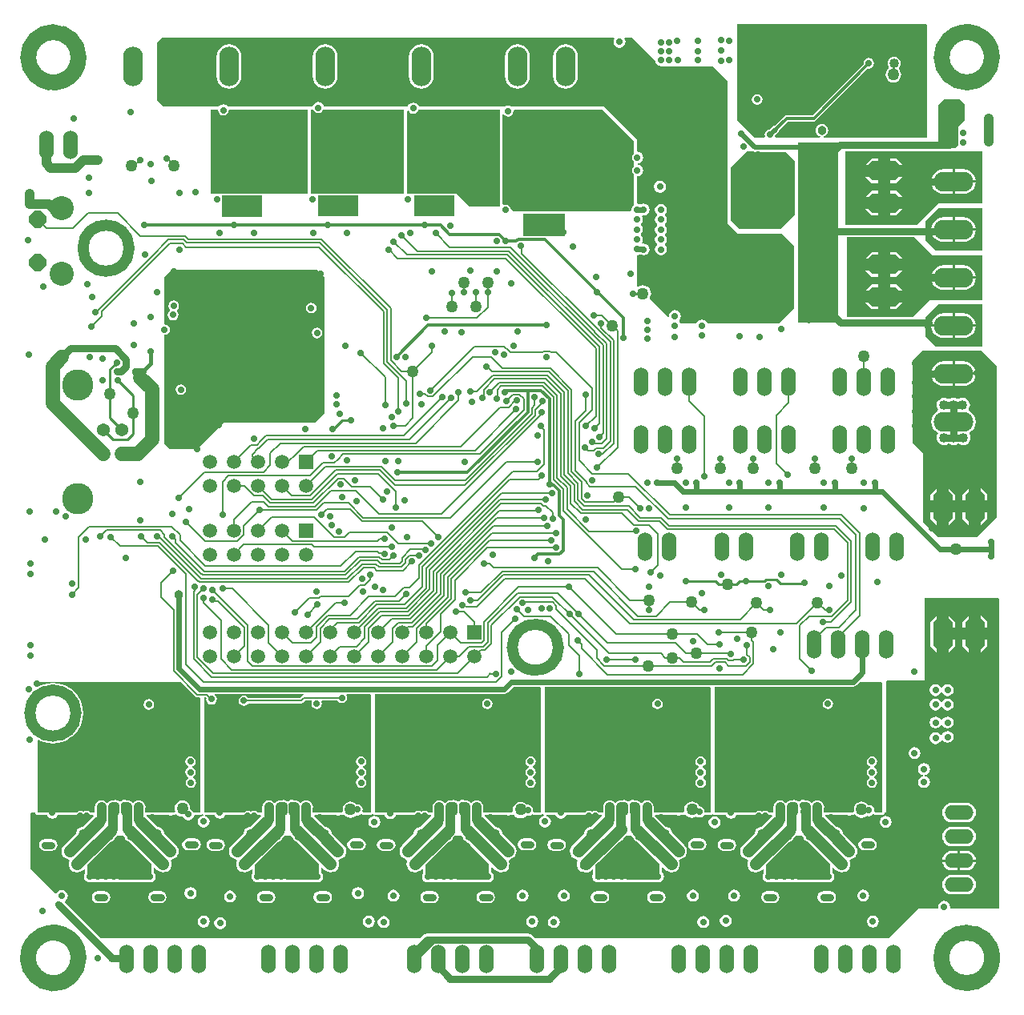
<source format=gbl>
G04 Layer_Physical_Order=4*
G04 Layer_Color=16711680*
%FSLAX24Y24*%
%MOIN*%
G70*
G01*
G75*
%ADD10C,0.0650*%
%ADD11C,0.0450*%
%ADD19C,0.0500*%
%ADD65C,0.0080*%
%ADD66C,0.0200*%
%ADD67C,0.0290*%
%ADD68C,0.0500*%
%ADD69C,0.0240*%
%ADD70C,0.0100*%
%ADD71C,0.0390*%
%ADD72C,0.0160*%
%ADD73C,0.0300*%
%ADD74C,0.0120*%
%ADD78C,0.0250*%
%ADD80C,0.0400*%
%ADD81C,0.0320*%
%ADD83R,0.0591X0.0591*%
%ADD84C,0.0591*%
%ADD85O,0.0600X0.1200*%
G04:AMPARAMS|DCode=86|XSize=133mil|YSize=83mil|CornerRadius=0mil|HoleSize=0mil|Usage=FLASHONLY|Rotation=180.000|XOffset=0mil|YOffset=0mil|HoleType=Round|Shape=Octagon|*
%AMOCTAGOND86*
4,1,8,-0.0665,0.0208,-0.0665,-0.0208,-0.0458,-0.0415,0.0458,-0.0415,0.0665,-0.0208,0.0665,0.0208,0.0458,0.0415,-0.0458,0.0415,-0.0665,0.0208,0.0*
%
%ADD86OCTAGOND86*%

G04:AMPARAMS|DCode=87|XSize=133mil|YSize=83mil|CornerRadius=0mil|HoleSize=0mil|Usage=FLASHONLY|Rotation=270.000|XOffset=0mil|YOffset=0mil|HoleType=Round|Shape=Octagon|*
%AMOCTAGOND87*
4,1,8,-0.0208,-0.0665,0.0208,-0.0665,0.0415,-0.0458,0.0415,0.0458,0.0208,0.0665,-0.0208,0.0665,-0.0415,0.0458,-0.0415,-0.0458,-0.0208,-0.0665,0.0*
%
%ADD87OCTAGOND87*%

%ADD88O,0.0825X0.1650*%
%ADD89C,0.1305*%
%ADD90C,0.0540*%
%ADD91C,0.1000*%
%ADD92P,0.0758X8X292.5*%
%ADD93O,0.1650X0.0825*%
%ADD94O,0.1200X0.0600*%
%ADD95C,0.0290*%
%ADD96C,0.0380*%
%ADD97C,0.0500*%
%ADD98C,0.0400*%
%ADD99C,0.0340*%
%ADD100C,0.0300*%
%ADD115C,0.0600*%
G36*
X4468Y6526D02*
X4496Y6459D01*
X4547Y6392D01*
X4614Y6340D01*
X4682Y6313D01*
X5564Y5430D01*
Y4785D01*
X5529Y4750D01*
X2924Y4770D01*
Y5370D01*
X3865Y6311D01*
X3937Y6340D01*
X4004Y6392D01*
X4055Y6459D01*
X4085Y6531D01*
X4154Y6600D01*
X4394D01*
X4468Y6526D01*
D02*
G37*
G36*
X40140Y32710D02*
X40140Y30975D01*
X40105Y30940D01*
X38210Y30940D01*
X37780Y31370D01*
Y32190D01*
X38300Y32710D01*
X40140Y32710D01*
D02*
G37*
G36*
X11437Y6526D02*
X11465Y6459D01*
X11516Y6392D01*
X11583Y6340D01*
X11650Y6313D01*
X12533Y5430D01*
Y4785D01*
X12497Y4750D01*
X9893Y4770D01*
Y5370D01*
X10833Y6311D01*
X10906Y6340D01*
X10972Y6392D01*
X11024Y6459D01*
X11054Y6531D01*
X11123Y6600D01*
X11363D01*
X11437Y6526D01*
D02*
G37*
G36*
X25621Y6509D02*
X25642Y6459D01*
X25693Y6392D01*
X25760Y6340D01*
X25810Y6320D01*
X26700Y5430D01*
Y4785D01*
X26665Y4750D01*
X24060Y4770D01*
Y5370D01*
X24166Y5476D01*
X25044Y6324D01*
X25083Y6340D01*
X25150Y6392D01*
X25201Y6459D01*
X25213Y6488D01*
X25329Y6600D01*
X25530D01*
X25621Y6509D01*
D02*
G37*
G36*
X18535D02*
X18556Y6459D01*
X18607Y6392D01*
X18674Y6340D01*
X18724Y6320D01*
X19614Y5430D01*
Y4785D01*
X19579Y4750D01*
X16974Y4770D01*
Y5370D01*
X17911Y6307D01*
X17919Y6308D01*
X17997Y6340D01*
X18064Y6392D01*
X18115Y6459D01*
X18147Y6536D01*
X18148Y6544D01*
X18204Y6600D01*
X18444D01*
X18535Y6509D01*
D02*
G37*
G36*
X22795Y31564D02*
X21035D01*
Y32474D01*
X22795D01*
Y31564D01*
D02*
G37*
G36*
X18180Y32380D02*
X16520D01*
Y33249D01*
X18180D01*
Y32380D01*
D02*
G37*
G36*
X24816Y39810D02*
X24839Y39766D01*
X24819Y39736D01*
X24800Y39640D01*
X24819Y39544D01*
X24873Y39463D01*
X24954Y39409D01*
X25050Y39390D01*
X25146Y39409D01*
X25227Y39463D01*
X25281Y39544D01*
X25300Y39640D01*
X25281Y39736D01*
X25261Y39766D01*
X25284Y39810D01*
X25570D01*
X26538Y38842D01*
X26549Y38784D01*
X26603Y38703D01*
X26684Y38649D01*
X26742Y38638D01*
X26750Y38630D01*
X28281Y38630D01*
X28330Y38620D01*
X28379Y38630D01*
X28930Y38630D01*
X29540Y38020D01*
Y32080D01*
X29970Y31650D01*
X31830D01*
X32330Y31150D01*
Y28540D01*
X31720Y27930D01*
X28708D01*
X28657Y28007D01*
X28576Y28061D01*
X28480Y28080D01*
X28384Y28061D01*
X28303Y28007D01*
X28252Y27930D01*
X27581D01*
X27537Y27997D01*
Y28043D01*
X27591Y28124D01*
X27610Y28220D01*
X27591Y28316D01*
X27537Y28397D01*
X27456Y28451D01*
X27360Y28470D01*
X27264Y28451D01*
X27183Y28397D01*
X27129Y28316D01*
X27110Y28220D01*
X27113Y28208D01*
X27066Y28184D01*
X26300Y28950D01*
X26326Y28983D01*
X26361Y29069D01*
X26373Y29160D01*
X26361Y29251D01*
X26326Y29337D01*
X26270Y29410D01*
X26197Y29466D01*
X26111Y29501D01*
X26020Y29513D01*
X25929Y29501D01*
X25843Y29466D01*
X25821Y29449D01*
X25780Y29480D01*
Y30762D01*
X25866Y30779D01*
X25875Y30786D01*
X25940D01*
X25964Y30769D01*
X26060Y30750D01*
X26156Y30769D01*
X26237Y30823D01*
X26291Y30904D01*
X26310Y31000D01*
X26291Y31096D01*
X26237Y31177D01*
X26156Y31231D01*
X26060Y31250D01*
X26002Y31238D01*
X25973Y31279D01*
X25972Y31284D01*
X26001Y31327D01*
X26020Y31423D01*
X26001Y31518D01*
X25947Y31599D01*
X25940Y31610D01*
Y31647D01*
X25947Y31659D01*
X26001Y31739D01*
X26020Y31835D01*
X26001Y31931D01*
X25947Y32011D01*
X25940Y32023D01*
Y32060D01*
X25947Y32071D01*
X26001Y32152D01*
X26020Y32248D01*
X26001Y32343D01*
X25979Y32375D01*
X26009Y32420D01*
X26060Y32410D01*
X26156Y32429D01*
X26237Y32483D01*
X26291Y32564D01*
X26310Y32660D01*
X26291Y32756D01*
X26237Y32837D01*
X26156Y32891D01*
X26060Y32910D01*
X25964Y32891D01*
X25955Y32884D01*
X25875D01*
X25866Y32891D01*
X25780Y32908D01*
Y34032D01*
X25790Y34040D01*
X25886Y34059D01*
X25967Y34113D01*
X26021Y34194D01*
X26040Y34290D01*
X26021Y34386D01*
X25967Y34467D01*
X25886Y34521D01*
X25817Y34535D01*
Y34585D01*
X25886Y34599D01*
X25967Y34653D01*
X26021Y34734D01*
X26040Y34830D01*
X26021Y34926D01*
X25967Y35007D01*
X25886Y35061D01*
X25790Y35080D01*
X25780Y35088D01*
Y35570D01*
X25280Y36070D01*
X24390Y36960D01*
X20547D01*
X20516Y36981D01*
X20420Y37000D01*
X20324Y36981D01*
X20293Y36960D01*
X16702D01*
X16701Y36966D01*
X16647Y37047D01*
X16566Y37101D01*
X16470Y37120D01*
X16374Y37101D01*
X16293Y37047D01*
X16239Y36966D01*
X16238Y36960D01*
X12756D01*
X12751Y36986D01*
X12697Y37067D01*
X12616Y37121D01*
X12520Y37140D01*
X12424Y37121D01*
X12343Y37067D01*
X12289Y36986D01*
X12284Y36960D01*
X8758D01*
X8747Y36977D01*
X8666Y37031D01*
X8570Y37050D01*
X8474Y37031D01*
X8393Y36977D01*
X8382Y36960D01*
X6080D01*
X5820Y37220D01*
Y39600D01*
X6030Y39810D01*
X24120D01*
X24816Y39810D01*
D02*
G37*
G36*
X14180Y32380D02*
X12520D01*
Y33249D01*
X14180D01*
Y32380D01*
D02*
G37*
G36*
X30602Y35077D02*
X30680Y35061D01*
X31959D01*
X32350Y34670D01*
Y32450D01*
X31740Y31840D01*
X30040D01*
X29680Y32200D01*
Y34430D01*
X30340Y35090D01*
X30582D01*
X30602Y35077D01*
D02*
G37*
G36*
X10190Y32360D02*
X8530D01*
Y33240D01*
X10190D01*
Y32360D01*
D02*
G37*
G36*
X32703Y6526D02*
X32730Y6459D01*
X32782Y6392D01*
X32849Y6340D01*
X32916Y6313D01*
X33799Y5430D01*
Y4785D01*
X33763Y4750D01*
X31159Y4770D01*
Y5370D01*
X32099Y6311D01*
X32171Y6340D01*
X32238Y6392D01*
X32290Y6459D01*
X32319Y6531D01*
X32389Y6600D01*
X32629D01*
X32703Y6526D01*
D02*
G37*
G36*
X35991Y12965D02*
X35991Y7560D01*
X35682D01*
X35641Y7610D01*
X35649Y7650D01*
X35633Y7734D01*
X35585Y7805D01*
X35514Y7853D01*
X35430Y7869D01*
X35385Y7860D01*
X35348Y7908D01*
X35281Y7960D01*
X35204Y7992D01*
X35120Y8003D01*
X35036Y7992D01*
X34959Y7960D01*
X34892Y7908D01*
X34840Y7841D01*
X34808Y7764D01*
X34797Y7680D01*
X34806Y7610D01*
X34776Y7560D01*
X33902Y7560D01*
X33856Y7569D01*
X33809Y7560D01*
X33593D01*
X33558Y7595D01*
Y7755D01*
X33565Y7790D01*
X33548Y7874D01*
X33524Y7910D01*
X33522Y7916D01*
X33509Y7932D01*
X33501Y7945D01*
X33498Y7947D01*
X33478Y7973D01*
X33422Y8016D01*
X33356Y8043D01*
X33286Y8052D01*
X33215Y8043D01*
X33150Y8016D01*
X33093Y7973D01*
X33088Y7965D01*
X33025D01*
X33008Y7987D01*
X32952Y8030D01*
X32886Y8057D01*
X32816Y8067D01*
X32776Y8061D01*
X32774Y8063D01*
X32741Y8069D01*
X32710Y8078D01*
X32700Y8077D01*
X32690Y8079D01*
X32657Y8073D01*
X32624Y8069D01*
X32616Y8064D01*
X32606Y8063D01*
X32579Y8044D01*
X32549Y8028D01*
X32543Y8020D01*
X32542Y8020D01*
X32519Y8015D01*
X32501D01*
X32478Y8020D01*
X32414Y8063D01*
X32330Y8079D01*
X32246Y8063D01*
X32244Y8061D01*
X32202Y8067D01*
X32131Y8057D01*
X32066Y8030D01*
X32009Y7987D01*
X31993Y7965D01*
X31930D01*
X31924Y7973D01*
X31868Y8016D01*
X31802Y8043D01*
X31732Y8052D01*
X31661Y8043D01*
X31596Y8016D01*
X31539Y7973D01*
X31496Y7916D01*
X31469Y7850D01*
X31459Y7780D01*
Y7560D01*
X31284D01*
X31281Y7565D01*
X31210Y7613D01*
X31126Y7629D01*
X31042Y7613D01*
X30991Y7578D01*
X30940Y7613D01*
X30856Y7629D01*
X30772Y7613D01*
X30701Y7565D01*
X30697Y7560D01*
X29035D01*
X29000Y7595D01*
X29000Y12791D01*
X34765D01*
X34839Y12806D01*
X34902Y12848D01*
X35054Y13000D01*
X35956D01*
X35991Y12965D01*
D02*
G37*
G36*
X21780Y12756D02*
X21780Y7595D01*
X21745Y7560D01*
X21487D01*
X21449Y7610D01*
X21459Y7660D01*
X21443Y7744D01*
X21395Y7815D01*
X21324Y7863D01*
X21240Y7879D01*
X21190Y7869D01*
X21168Y7898D01*
X21101Y7950D01*
X21024Y7982D01*
X20940Y7993D01*
X20856Y7982D01*
X20779Y7950D01*
X20712Y7898D01*
X20660Y7831D01*
X20628Y7754D01*
X20617Y7670D01*
X20625Y7610D01*
X20590Y7560D01*
X19728Y7560D01*
X19681Y7569D01*
X19635Y7560D01*
X19384D01*
Y7755D01*
X19390Y7790D01*
X19374Y7874D01*
X19350Y7910D01*
X19347Y7916D01*
X19335Y7932D01*
X19326Y7945D01*
X19324Y7947D01*
X19304Y7973D01*
X19247Y8016D01*
X19182Y8043D01*
X19111Y8052D01*
X19041Y8043D01*
X18975Y8016D01*
X18919Y7973D01*
X18913Y7965D01*
X18850D01*
X18834Y7987D01*
X18777Y8030D01*
X18712Y8057D01*
X18641Y8067D01*
X18601Y8061D01*
X18599Y8063D01*
X18567Y8069D01*
X18535Y8078D01*
X18525Y8077D01*
X18515Y8079D01*
X18483Y8073D01*
X18450Y8069D01*
X18441Y8064D01*
X18432Y8063D01*
X18404Y8044D01*
X18375Y8028D01*
X18369Y8020D01*
X18367Y8020D01*
X18345Y8015D01*
X18310D01*
X18239Y8063D01*
X18155Y8079D01*
X18072Y8063D01*
X18069Y8061D01*
X18027Y8067D01*
X17957Y8057D01*
X17891Y8030D01*
X17835Y7987D01*
X17818Y7965D01*
X17755D01*
X17750Y7973D01*
X17693Y8016D01*
X17628Y8043D01*
X17557Y8052D01*
X17487Y8043D01*
X17421Y8016D01*
X17365Y7973D01*
X17321Y7916D01*
X17294Y7850D01*
X17285Y7780D01*
Y7595D01*
X17250Y7560D01*
X17110D01*
X17106Y7565D01*
X17035Y7613D01*
X16951Y7629D01*
X16867Y7613D01*
X16816Y7578D01*
X16765Y7613D01*
X16681Y7629D01*
X16597Y7613D01*
X16526Y7565D01*
X16523Y7560D01*
X14880D01*
X14880Y12496D01*
X20260D01*
X20334Y12511D01*
X20397Y12553D01*
X20635Y12791D01*
X21745D01*
X21780Y12756D01*
D02*
G37*
G36*
X40110Y26770D02*
X40740Y26140D01*
X40740Y19820D01*
X39930Y19010D01*
X38310D01*
X37690Y19630D01*
X37690Y22520D01*
X37250Y22960D01*
X37250Y26360D01*
X37660Y26770D01*
X37910Y26770D01*
X40110Y26770D01*
D02*
G37*
G36*
X14720Y12461D02*
X14720Y7595D01*
X14685Y7560D01*
X14384D01*
X14355Y7610D01*
X14369Y7680D01*
X14353Y7764D01*
X14305Y7835D01*
X14234Y7883D01*
X14150Y7899D01*
X14102Y7890D01*
X14088Y7908D01*
X14021Y7960D01*
X13944Y7992D01*
X13860Y8003D01*
X13776Y7992D01*
X13699Y7960D01*
X13632Y7908D01*
X13580Y7841D01*
X13548Y7764D01*
X13537Y7680D01*
X13546Y7610D01*
X13516Y7560D01*
X12636Y7560D01*
X12590Y7569D01*
X12544Y7560D01*
X12292D01*
Y7755D01*
X12299Y7790D01*
X12283Y7874D01*
X12258Y7910D01*
X12256Y7916D01*
X12244Y7932D01*
X12235Y7945D01*
X12232Y7947D01*
X12213Y7973D01*
X12156Y8016D01*
X12090Y8043D01*
X12020Y8052D01*
X11950Y8043D01*
X11884Y8016D01*
X11827Y7973D01*
X11822Y7965D01*
X11759D01*
X11743Y7987D01*
X11686Y8030D01*
X11620Y8057D01*
X11550Y8067D01*
X11510Y8061D01*
X11508Y8063D01*
X11476Y8069D01*
X11444Y8078D01*
X11434Y8077D01*
X11424Y8079D01*
X11392Y8073D01*
X11359Y8069D01*
X11350Y8064D01*
X11340Y8063D01*
X11313Y8044D01*
X11284Y8028D01*
X11277Y8020D01*
X11276Y8020D01*
X11253Y8015D01*
X11235D01*
X11212Y8020D01*
X11148Y8063D01*
X11064Y8079D01*
X10980Y8063D01*
X10978Y8061D01*
X10936Y8067D01*
X10866Y8057D01*
X10800Y8030D01*
X10743Y7987D01*
X10727Y7965D01*
X10664D01*
X10659Y7973D01*
X10602Y8016D01*
X10537Y8043D01*
X10466Y8052D01*
X10396Y8043D01*
X10330Y8016D01*
X10273Y7973D01*
X10230Y7916D01*
X10203Y7850D01*
X10194Y7780D01*
Y7595D01*
X10158Y7560D01*
X10018D01*
X10015Y7565D01*
X9944Y7613D01*
X9860Y7629D01*
X9776Y7613D01*
X9725Y7578D01*
X9674Y7613D01*
X9590Y7629D01*
X9506Y7613D01*
X9435Y7565D01*
X9432Y7560D01*
X7770D01*
X7770Y12348D01*
X7834D01*
X7868Y12308D01*
X7861Y12270D01*
X7877Y12186D01*
X7925Y12115D01*
X7996Y12067D01*
X8080Y12051D01*
X8164Y12067D01*
X8235Y12115D01*
X8283Y12186D01*
X8299Y12270D01*
X8283Y12354D01*
X8235Y12425D01*
X8203Y12446D01*
X8218Y12496D01*
X11926D01*
X11929Y12447D01*
X11929Y12447D01*
X11886Y12439D01*
X11849Y12414D01*
X11849Y12414D01*
X11757Y12322D01*
X9604D01*
X9575Y12365D01*
X9504Y12413D01*
X9420Y12429D01*
X9336Y12413D01*
X9265Y12365D01*
X9217Y12294D01*
X9201Y12210D01*
X9217Y12126D01*
X9265Y12055D01*
X9336Y12007D01*
X9420Y11991D01*
X9504Y12007D01*
X9575Y12055D01*
X9604Y12098D01*
X11804D01*
X11804Y12098D01*
X11847Y12106D01*
X11883Y12131D01*
X11975Y12223D01*
X12238D01*
X12262Y12179D01*
X12252Y12164D01*
X12235Y12080D01*
X12252Y11996D01*
X12299Y11925D01*
X12370Y11877D01*
X12454Y11861D01*
X12538Y11877D01*
X12609Y11925D01*
X12657Y11996D01*
X12673Y12080D01*
X12657Y12164D01*
X12647Y12179D01*
X12670Y12223D01*
X13316D01*
X13345Y12180D01*
X13416Y12132D01*
X13500Y12116D01*
X13584Y12132D01*
X13655Y12180D01*
X13703Y12251D01*
X13719Y12335D01*
X13703Y12419D01*
X13684Y12446D01*
X13711Y12496D01*
X14685D01*
X14720Y12461D01*
D02*
G37*
G36*
X6796Y13000D02*
X7415Y12381D01*
X7452Y12356D01*
X7495Y12348D01*
X7495Y12348D01*
X7595D01*
X7630Y12312D01*
X7630Y7595D01*
X7595Y7560D01*
X7323D01*
X7323Y7564D01*
X7275Y7635D01*
X7204Y7683D01*
X7187Y7686D01*
X7193Y7730D01*
X7182Y7814D01*
X7150Y7891D01*
X7098Y7958D01*
X7031Y8010D01*
X6954Y8042D01*
X6870Y8053D01*
X6786Y8042D01*
X6709Y8010D01*
X6642Y7958D01*
X6590Y7891D01*
X6558Y7814D01*
X6547Y7730D01*
X6558Y7646D01*
X6573Y7610D01*
X6540Y7560D01*
X5668Y7560D01*
X5621Y7569D01*
X5575Y7560D01*
X5324D01*
Y7755D01*
X5331Y7790D01*
X5314Y7874D01*
X5290Y7910D01*
X5287Y7916D01*
X5275Y7932D01*
X5266Y7945D01*
X5264Y7947D01*
X5244Y7973D01*
X5188Y8016D01*
X5122Y8043D01*
X5051Y8052D01*
X4981Y8043D01*
X4915Y8016D01*
X4859Y7973D01*
X4853Y7965D01*
X4790D01*
X4774Y7987D01*
X4718Y8030D01*
X4652Y8057D01*
X4581Y8067D01*
X4541Y8061D01*
X4540Y8063D01*
X4507Y8069D01*
X4475Y8078D01*
X4465Y8077D01*
X4456Y8079D01*
X4423Y8073D01*
X4390Y8069D01*
X4381Y8064D01*
X4372Y8063D01*
X4344Y8044D01*
X4315Y8028D01*
X4309Y8020D01*
X4308Y8020D01*
X4285Y8015D01*
X4251D01*
X4180Y8063D01*
X4096Y8079D01*
X4012Y8063D01*
X4010Y8061D01*
X3967Y8067D01*
X3897Y8057D01*
X3831Y8030D01*
X3775Y7987D01*
X3758Y7965D01*
X3695D01*
X3690Y7973D01*
X3634Y8016D01*
X3568Y8043D01*
X3497Y8052D01*
X3427Y8043D01*
X3361Y8016D01*
X3305Y7973D01*
X3262Y7916D01*
X3234Y7850D01*
X3225Y7780D01*
Y7595D01*
X3190Y7560D01*
X3050D01*
X3046Y7565D01*
X2975Y7613D01*
X2891Y7629D01*
X2808Y7613D01*
X2756Y7578D01*
X2705Y7613D01*
X2621Y7629D01*
X2538Y7613D01*
X2466Y7565D01*
X2463Y7560D01*
X856D01*
X856Y10550D01*
X899Y10574D01*
X908Y10568D01*
X1091Y10493D01*
X1283Y10447D01*
X1480Y10431D01*
X1677Y10447D01*
X1869Y10493D01*
X2052Y10568D01*
X2220Y10672D01*
X2370Y10800D01*
X2498Y10950D01*
X2602Y11118D01*
X2677Y11301D01*
X2723Y11493D01*
X2739Y11690D01*
X2723Y11887D01*
X2677Y12079D01*
X2602Y12262D01*
X2498Y12430D01*
X2370Y12580D01*
X2220Y12708D01*
X2052Y12812D01*
X1869Y12887D01*
X1677Y12933D01*
X1480Y12949D01*
X1283Y12933D01*
X1091Y12887D01*
X908Y12812D01*
X899Y12806D01*
X856Y12830D01*
Y13000D01*
X6796Y13000D01*
D02*
G37*
G36*
X28860Y12756D02*
X28860Y7595D01*
X28825Y7560D01*
X28614D01*
X28589Y7590D01*
X28573Y7674D01*
X28525Y7745D01*
X28454Y7793D01*
X28370Y7809D01*
X28363Y7808D01*
X28350Y7841D01*
X28298Y7908D01*
X28231Y7960D01*
X28154Y7992D01*
X28070Y8003D01*
X27986Y7992D01*
X27909Y7960D01*
X27842Y7908D01*
X27790Y7841D01*
X27758Y7764D01*
X27747Y7680D01*
X27756Y7610D01*
X27726Y7560D01*
X26813Y7560D01*
X26767Y7569D01*
X26721Y7560D01*
X26470D01*
Y7755D01*
X26476Y7790D01*
X26460Y7874D01*
X26436Y7910D01*
X26433Y7916D01*
X26421Y7932D01*
X26412Y7945D01*
X26410Y7947D01*
X26390Y7973D01*
X26333Y8016D01*
X26268Y8043D01*
X26197Y8052D01*
X26127Y8043D01*
X26061Y8016D01*
X26005Y7973D01*
X25999Y7965D01*
X25936D01*
X25920Y7987D01*
X25863Y8030D01*
X25798Y8057D01*
X25727Y8067D01*
X25687Y8061D01*
X25685Y8063D01*
X25653Y8069D01*
X25621Y8078D01*
X25611Y8077D01*
X25601Y8079D01*
X25569Y8073D01*
X25536Y8069D01*
X25527Y8064D01*
X25518Y8063D01*
X25490Y8044D01*
X25461Y8028D01*
X25455Y8020D01*
X25446Y8015D01*
X25412D01*
X25389Y8020D01*
X25325Y8063D01*
X25241Y8079D01*
X25158Y8063D01*
X25155Y8061D01*
X25113Y8067D01*
X25043Y8057D01*
X24977Y8030D01*
X24921Y7987D01*
X24904Y7965D01*
X24841D01*
X24836Y7973D01*
X24779Y8016D01*
X24714Y8043D01*
X24643Y8052D01*
X24573Y8043D01*
X24507Y8016D01*
X24451Y7973D01*
X24407Y7916D01*
X24380Y7850D01*
X24371Y7780D01*
Y7595D01*
X24336Y7560D01*
X24196D01*
X24192Y7565D01*
X24121Y7613D01*
X24037Y7629D01*
X23953Y7613D01*
X23902Y7578D01*
X23851Y7613D01*
X23767Y7629D01*
X23683Y7613D01*
X23612Y7565D01*
X23609Y7560D01*
X21940D01*
X21940Y12791D01*
X28825D01*
X28860Y12756D01*
D02*
G37*
G36*
X34140Y28580D02*
Y27950D01*
X32480D01*
Y35450D01*
X34140D01*
Y28580D01*
D02*
G37*
G36*
X38090Y30740D02*
X40140Y30740D01*
Y28935D01*
X40105Y28900D01*
X37960Y28900D01*
X37260Y28200D01*
X34500D01*
Y31510D01*
X37320D01*
X38090Y30740D01*
D02*
G37*
G36*
X40140Y28710D02*
X40140Y26975D01*
X40105Y26940D01*
X38210Y26940D01*
X37780Y27370D01*
Y28190D01*
X38300Y28710D01*
X40140Y28710D01*
D02*
G37*
G36*
X40847Y16465D02*
Y3550D01*
X38835D01*
X38804Y3589D01*
X38810Y3620D01*
X38791Y3716D01*
X38737Y3797D01*
X38656Y3851D01*
X38560Y3870D01*
X38464Y3851D01*
X38383Y3797D01*
X38329Y3716D01*
X38310Y3620D01*
X38316Y3589D01*
X38285Y3550D01*
X37500D01*
X36260Y2310D01*
X21543Y2310D01*
X21412Y2442D01*
X21331Y2496D01*
X21235Y2515D01*
X17055D01*
X16959Y2496D01*
X16878Y2442D01*
X16747Y2310D01*
X5860Y2310D01*
X3467Y2310D01*
X1974Y3803D01*
X1980Y3867D01*
X2027Y3898D01*
X2081Y3979D01*
X2100Y4075D01*
X2081Y4170D01*
X2027Y4251D01*
X1946Y4306D01*
X1850Y4325D01*
X1755Y4306D01*
X1674Y4251D01*
X1636Y4195D01*
X1575Y4185D01*
X560Y5200D01*
Y7525D01*
X595Y7560D01*
X754D01*
X761Y7521D01*
X784Y7488D01*
X817Y7466D01*
X856Y7458D01*
X1228D01*
X1231Y7444D01*
X1285Y7363D01*
X1366Y7309D01*
X1461Y7290D01*
X1557Y7309D01*
X1638Y7363D01*
X1692Y7444D01*
X1695Y7458D01*
X2463D01*
X2473Y7460D01*
X2483D01*
X2492Y7464D01*
X2502Y7466D01*
X2510Y7471D01*
X2520Y7475D01*
X2527Y7482D01*
X2535Y7488D01*
X2536Y7489D01*
X2577Y7516D01*
X2621Y7525D01*
X2666Y7516D01*
X2700Y7494D01*
X2700Y7494D01*
X2737Y7478D01*
X2776D01*
X2813Y7494D01*
X2813Y7494D01*
X2847Y7516D01*
X2891Y7525D01*
X2936Y7516D01*
X2977Y7489D01*
X2978Y7488D01*
X2986Y7482D01*
X2993Y7475D01*
X3002Y7471D01*
X3011Y7466D01*
X3021Y7464D01*
X3030Y7460D01*
X3040Y7460D01*
X3050Y7458D01*
X3154D01*
X3171Y7408D01*
X3142Y7386D01*
X2836Y7080D01*
X2803Y7055D01*
X2713Y6965D01*
X2684Y6961D01*
X2599Y6926D01*
X2526Y6870D01*
X2470Y6797D01*
X2435Y6711D01*
X2431Y6683D01*
X1943Y6195D01*
X1887Y6122D01*
X1851Y6036D01*
X1839Y5945D01*
X1851Y5854D01*
X1887Y5768D01*
X1917Y5729D01*
X1941Y5693D01*
X1977Y5669D01*
X2016Y5639D01*
X2101Y5604D01*
X2133Y5600D01*
X2165Y5545D01*
X2146Y5501D01*
X2134Y5410D01*
X2146Y5319D01*
X2172Y5256D01*
X2177Y5234D01*
X2231Y5153D01*
X2312Y5099D01*
X2334Y5095D01*
X2396Y5069D01*
X2487Y5057D01*
X2579Y5069D01*
X2664Y5104D01*
X2737Y5160D01*
X2776Y5199D01*
X2822Y5180D01*
Y5033D01*
X2791Y4986D01*
X2772Y4890D01*
X2791Y4794D01*
X2829Y4738D01*
X2830Y4732D01*
X2830Y4731D01*
X2830Y4731D01*
X2841Y4715D01*
X2852Y4698D01*
X2852Y4698D01*
X2852Y4698D01*
X2868Y4687D01*
X2885Y4676D01*
X2885Y4676D01*
X2885Y4676D01*
X2904Y4672D01*
X2908Y4671D01*
X2926Y4659D01*
X3021Y4640D01*
X3117Y4659D01*
X3128Y4666D01*
X3243Y4666D01*
X3252Y4659D01*
X3348Y4640D01*
X3444Y4659D01*
X3451Y4664D01*
X3573Y4663D01*
X3579Y4659D01*
X3675Y4640D01*
X3770Y4659D01*
X3774Y4662D01*
X3904Y4661D01*
X3906Y4659D01*
X4001Y4640D01*
X4097Y4659D01*
X4418Y4657D01*
X4501Y4640D01*
X4578Y4656D01*
X4768Y4654D01*
X4838Y4640D01*
X4903Y4653D01*
X5118Y4651D01*
X5175Y4640D01*
X5227Y4651D01*
X5468Y4649D01*
X5511Y4640D01*
X5607Y4659D01*
X5688Y4713D01*
X5742Y4794D01*
X5761Y4890D01*
X5742Y4986D01*
X5688Y5067D01*
X5666Y5081D01*
Y5241D01*
X5712Y5260D01*
X5812Y5160D01*
X5885Y5104D01*
X5970Y5069D01*
X6061Y5057D01*
X6153Y5069D01*
X6215Y5095D01*
X6237Y5099D01*
X6318Y5153D01*
X6372Y5234D01*
X6377Y5256D01*
X6402Y5319D01*
X6414Y5410D01*
X6402Y5501D01*
X6384Y5545D01*
X6416Y5600D01*
X6448Y5604D01*
X6533Y5639D01*
X6572Y5669D01*
X6608Y5693D01*
X6632Y5729D01*
X6662Y5768D01*
X6697Y5854D01*
X6709Y5945D01*
X6697Y6036D01*
X6662Y6122D01*
X6606Y6195D01*
X6121Y6680D01*
X6117Y6711D01*
X6081Y6797D01*
X6025Y6870D01*
X5952Y6926D01*
X5867Y6961D01*
X5836Y6965D01*
X5746Y7055D01*
X5713Y7080D01*
X5407Y7386D01*
X5378Y7408D01*
X5395Y7458D01*
X5575D01*
X5585Y7460D01*
X5595D01*
X5621Y7465D01*
X5648Y7460D01*
X5658D01*
X5668Y7458D01*
X6263Y7458D01*
X6276Y7449D01*
X6371Y7430D01*
X6467Y7449D01*
X6480Y7458D01*
X6540D01*
X6550Y7460D01*
X6560D01*
X6569Y7464D01*
X6579Y7466D01*
X6587Y7471D01*
X6597Y7475D01*
X6620Y7480D01*
X6650Y7458D01*
X6693Y7424D01*
X6779Y7389D01*
X6870Y7377D01*
X6892Y7380D01*
X6943Y7303D01*
X7024Y7249D01*
X7120Y7230D01*
X7216Y7249D01*
X7297Y7303D01*
X7351Y7384D01*
X7365Y7458D01*
X7595D01*
X7634Y7466D01*
X7667Y7488D01*
X7670Y7491D01*
X7698Y7488D01*
X7730Y7467D01*
X7731Y7460D01*
X7728Y7415D01*
X7654Y7401D01*
X7573Y7347D01*
X7519Y7266D01*
X7500Y7170D01*
X7519Y7074D01*
X7573Y6993D01*
X7654Y6939D01*
X7750Y6920D01*
X7846Y6939D01*
X7927Y6993D01*
X7981Y7074D01*
X8000Y7170D01*
X7981Y7266D01*
X7927Y7347D01*
X7846Y7401D01*
X7809Y7408D01*
X7814Y7458D01*
X8196D01*
X8199Y7444D01*
X8253Y7363D01*
X8334Y7309D01*
X8430Y7290D01*
X8526Y7309D01*
X8607Y7363D01*
X8661Y7444D01*
X8663Y7458D01*
X9432D01*
X9441Y7460D01*
X9452Y7460D01*
X9461Y7464D01*
X9471Y7466D01*
X9479Y7471D01*
X9488Y7475D01*
X9495Y7482D01*
X9504Y7488D01*
X9504Y7489D01*
X9546Y7516D01*
X9590Y7525D01*
X9634Y7516D01*
X9668Y7494D01*
X9668Y7494D01*
X9705Y7478D01*
X9745D01*
X9782Y7494D01*
X9782Y7494D01*
X9816Y7516D01*
X9860Y7525D01*
X9904Y7516D01*
X9946Y7489D01*
X9946Y7488D01*
X9955Y7482D01*
X9962Y7475D01*
X9971Y7471D01*
X9979Y7466D01*
X9989Y7464D01*
X9998Y7460D01*
X10008Y7460D01*
X10018Y7458D01*
X10122D01*
X10139Y7408D01*
X10110Y7386D01*
X9804Y7080D01*
X9771Y7055D01*
X9682Y6965D01*
X9653Y6961D01*
X9568Y6926D01*
X9495Y6870D01*
X9439Y6797D01*
X9403Y6711D01*
X9399Y6683D01*
X8911Y6195D01*
X8855Y6122D01*
X8820Y6036D01*
X8808Y5945D01*
X8820Y5854D01*
X8855Y5768D01*
X8885Y5729D01*
X8909Y5693D01*
X8945Y5669D01*
X8985Y5639D01*
X9070Y5604D01*
X9102Y5600D01*
X9133Y5545D01*
X9115Y5501D01*
X9103Y5410D01*
X9115Y5319D01*
X9141Y5256D01*
X9145Y5234D01*
X9199Y5153D01*
X9280Y5099D01*
X9302Y5095D01*
X9365Y5069D01*
X9456Y5057D01*
X9547Y5069D01*
X9633Y5104D01*
X9706Y5160D01*
X9745Y5199D01*
X9791Y5180D01*
Y5033D01*
X9759Y4986D01*
X9740Y4890D01*
X9759Y4794D01*
X9797Y4738D01*
X9798Y4732D01*
X9799Y4731D01*
X9799Y4731D01*
X9809Y4715D01*
X9820Y4698D01*
X9821Y4698D01*
X9821Y4698D01*
X9837Y4687D01*
X9853Y4676D01*
X9853Y4676D01*
X9854Y4676D01*
X9873Y4672D01*
X9876Y4671D01*
X9894Y4659D01*
X9990Y4640D01*
X10086Y4659D01*
X10096Y4666D01*
X10211Y4666D01*
X10221Y4659D01*
X10317Y4640D01*
X10412Y4659D01*
X10419Y4664D01*
X10542Y4663D01*
X10548Y4659D01*
X10643Y4640D01*
X10739Y4659D01*
X10742Y4662D01*
X10872Y4661D01*
X10874Y4659D01*
X10970Y4640D01*
X11065Y4659D01*
X11387Y4657D01*
X11470Y4640D01*
X11547Y4656D01*
X11737Y4654D01*
X11807Y4640D01*
X11871Y4653D01*
X12087Y4651D01*
X12143Y4640D01*
X12196Y4651D01*
X12437Y4649D01*
X12480Y4640D01*
X12576Y4659D01*
X12657Y4713D01*
X12711Y4794D01*
X12730Y4890D01*
X12711Y4986D01*
X12657Y5067D01*
X12635Y5081D01*
Y5241D01*
X12681Y5260D01*
X12780Y5160D01*
X12853Y5104D01*
X12939Y5069D01*
X13030Y5057D01*
X13121Y5069D01*
X13184Y5095D01*
X13206Y5099D01*
X13287Y5153D01*
X13341Y5234D01*
X13345Y5256D01*
X13371Y5319D01*
X13383Y5410D01*
X13371Y5501D01*
X13353Y5545D01*
X13384Y5600D01*
X13416Y5604D01*
X13502Y5639D01*
X13541Y5669D01*
X13577Y5693D01*
X13601Y5729D01*
X13631Y5768D01*
X13666Y5854D01*
X13678Y5945D01*
X13666Y6036D01*
X13631Y6122D01*
X13575Y6195D01*
X13089Y6680D01*
X13085Y6711D01*
X13050Y6797D01*
X12994Y6870D01*
X12921Y6926D01*
X12836Y6961D01*
X12804Y6965D01*
X12715Y7055D01*
X12682Y7080D01*
X12376Y7386D01*
X12347Y7408D01*
X12364Y7458D01*
X12544D01*
X12554Y7460D01*
X12564D01*
X12590Y7465D01*
X12616Y7460D01*
X12626D01*
X12636Y7458D01*
X13231Y7458D01*
X13244Y7449D01*
X13340Y7430D01*
X13436Y7449D01*
X13449Y7458D01*
X13516D01*
X13528Y7460D01*
X13540Y7461D01*
X13547Y7464D01*
X13555Y7466D01*
X13565Y7473D01*
X13575Y7477D01*
X13610Y7430D01*
X13683Y7374D01*
X13769Y7339D01*
X13860Y7327D01*
X13951Y7339D01*
X14037Y7374D01*
X14110Y7430D01*
X14115Y7437D01*
X14150Y7430D01*
X14246Y7449D01*
X14305Y7489D01*
X14312Y7488D01*
X14317Y7484D01*
X14322Y7479D01*
X14334Y7473D01*
X14345Y7466D01*
X14351Y7465D01*
X14357Y7462D01*
X14371Y7461D01*
X14384Y7458D01*
X14685D01*
X14724Y7466D01*
X14751Y7484D01*
X14779Y7491D01*
X14808Y7488D01*
X14841Y7466D01*
X14880Y7458D01*
X15284D01*
X15290Y7424D01*
X15345Y7343D01*
X15426Y7289D01*
X15521Y7270D01*
X15617Y7289D01*
X15698Y7343D01*
X15752Y7424D01*
X15759Y7458D01*
X16523D01*
X16533Y7460D01*
X16543Y7460D01*
X16552Y7464D01*
X16562Y7466D01*
X16570Y7471D01*
X16579Y7475D01*
X16587Y7482D01*
X16595Y7488D01*
X16595Y7489D01*
X16637Y7516D01*
X16681Y7525D01*
X16725Y7516D01*
X16760Y7494D01*
X16760Y7494D01*
X16796Y7478D01*
X16836D01*
X16873Y7494D01*
X16873Y7494D01*
X16907Y7516D01*
X16951Y7525D01*
X16995Y7516D01*
X17037Y7489D01*
X17037Y7488D01*
X17046Y7482D01*
X17053Y7475D01*
X17062Y7471D01*
X17071Y7466D01*
X17080Y7464D01*
X17090Y7460D01*
X17100Y7460D01*
X17110Y7458D01*
X17213D01*
X17230Y7408D01*
X17201Y7386D01*
X16895Y7080D01*
X16863Y7055D01*
X16773Y6965D01*
X16744Y6961D01*
X16659Y6926D01*
X16586Y6870D01*
X16530Y6797D01*
X16494Y6711D01*
X16491Y6683D01*
X16003Y6195D01*
X15946Y6122D01*
X15911Y6036D01*
X15899Y5945D01*
X15911Y5854D01*
X15946Y5768D01*
X15977Y5729D01*
X16001Y5693D01*
X16036Y5669D01*
X16076Y5639D01*
X16161Y5604D01*
X16193Y5600D01*
X16224Y5545D01*
X16206Y5501D01*
X16194Y5410D01*
X16206Y5319D01*
X16232Y5256D01*
X16236Y5234D01*
X16291Y5153D01*
X16372Y5099D01*
X16393Y5095D01*
X16456Y5069D01*
X16547Y5057D01*
X16639Y5069D01*
X16724Y5104D01*
X16797Y5160D01*
X16826Y5189D01*
X16872Y5170D01*
Y5018D01*
X16850Y4986D01*
X16831Y4890D01*
X16850Y4794D01*
X16874Y4759D01*
X16876Y4751D01*
X16880Y4732D01*
X16880Y4731D01*
X16880Y4731D01*
X16891Y4715D01*
X16901Y4698D01*
X16902Y4698D01*
X16902Y4698D01*
X16918Y4687D01*
X16934Y4676D01*
X16935Y4676D01*
X16935Y4676D01*
X16954Y4672D01*
X16972Y4668D01*
X16986Y4659D01*
X17081Y4640D01*
X17177Y4659D01*
X17188Y4666D01*
X17303Y4666D01*
X17312Y4659D01*
X17408Y4640D01*
X17503Y4659D01*
X17511Y4664D01*
X17633Y4663D01*
X17639Y4659D01*
X17735Y4640D01*
X17830Y4659D01*
X17834Y4662D01*
X17964Y4661D01*
X17966Y4659D01*
X18061Y4640D01*
X18156Y4659D01*
X18479Y4657D01*
X18561Y4640D01*
X18638Y4655D01*
X18829Y4654D01*
X18898Y4640D01*
X18962Y4653D01*
X19179Y4651D01*
X19235Y4640D01*
X19286Y4651D01*
X19529Y4649D01*
X19571Y4640D01*
X19667Y4659D01*
X19748Y4713D01*
X19802Y4794D01*
X19821Y4890D01*
X19802Y4986D01*
X19748Y5067D01*
X19716Y5088D01*
Y5251D01*
X19762Y5270D01*
X19872Y5160D01*
X19945Y5104D01*
X20030Y5069D01*
X20121Y5057D01*
X20213Y5069D01*
X20275Y5095D01*
X20297Y5099D01*
X20378Y5153D01*
X20432Y5234D01*
X20436Y5256D01*
X20462Y5319D01*
X20474Y5410D01*
X20462Y5501D01*
X20444Y5545D01*
X20476Y5600D01*
X20508Y5604D01*
X20593Y5639D01*
X20632Y5669D01*
X20668Y5693D01*
X20692Y5729D01*
X20722Y5768D01*
X20757Y5854D01*
X20769Y5945D01*
X20757Y6036D01*
X20722Y6122D01*
X20666Y6195D01*
X20181Y6680D01*
X20176Y6711D01*
X20141Y6797D01*
X20085Y6870D01*
X20012Y6926D01*
X19927Y6961D01*
X19895Y6965D01*
X19806Y7055D01*
X19773Y7080D01*
X19467Y7386D01*
X19438Y7408D01*
X19455Y7458D01*
X19635D01*
X19645Y7460D01*
X19655D01*
X19681Y7465D01*
X19708Y7460D01*
X19718D01*
X19728Y7458D01*
X20322Y7458D01*
X20336Y7449D01*
X20431Y7430D01*
X20527Y7449D01*
X20540Y7458D01*
X20590D01*
X20599Y7460D01*
X20608Y7460D01*
X20618Y7464D01*
X20629Y7466D01*
X20637Y7471D01*
X20645Y7474D01*
X20649Y7474D01*
X20690Y7420D01*
X20763Y7364D01*
X20849Y7329D01*
X20940Y7317D01*
X21031Y7329D01*
X21117Y7364D01*
X21189Y7420D01*
X21240Y7410D01*
X21336Y7429D01*
X21417Y7483D01*
X21436Y7472D01*
X21443Y7470D01*
X21448Y7466D01*
X21461Y7463D01*
X21474Y7459D01*
X21481Y7459D01*
X21487Y7458D01*
X21745D01*
X21784Y7466D01*
X21817Y7488D01*
X21821Y7492D01*
X21868Y7488D01*
X21901Y7466D01*
X21913Y7463D01*
Y7412D01*
X21854Y7401D01*
X21773Y7347D01*
X21719Y7266D01*
X21700Y7170D01*
X21719Y7074D01*
X21773Y6993D01*
X21854Y6939D01*
X21950Y6920D01*
X22046Y6939D01*
X22127Y6993D01*
X22181Y7074D01*
X22200Y7170D01*
X22181Y7266D01*
X22127Y7347D01*
X22046Y7401D01*
X22009Y7408D01*
X22014Y7458D01*
X22374D01*
X22376Y7444D01*
X22431Y7363D01*
X22512Y7309D01*
X22607Y7290D01*
X22703Y7309D01*
X22784Y7363D01*
X22838Y7444D01*
X22841Y7458D01*
X23609D01*
X23619Y7460D01*
X23629Y7460D01*
X23638Y7464D01*
X23648Y7466D01*
X23656Y7471D01*
X23665Y7475D01*
X23673Y7482D01*
X23681Y7488D01*
X23681Y7489D01*
X23723Y7516D01*
X23767Y7525D01*
X23811Y7516D01*
X23846Y7494D01*
X23846Y7494D01*
X23882Y7478D01*
X23922D01*
X23959Y7494D01*
X23959Y7494D01*
X23993Y7516D01*
X24037Y7525D01*
X24081Y7516D01*
X24123Y7489D01*
X24123Y7488D01*
X24132Y7482D01*
X24139Y7475D01*
X24148Y7471D01*
X24157Y7466D01*
X24166Y7464D01*
X24176Y7460D01*
X24186Y7460D01*
X24196Y7458D01*
X24299D01*
X24316Y7408D01*
X24287Y7386D01*
X23981Y7080D01*
X23949Y7055D01*
X23859Y6965D01*
X23830Y6961D01*
X23745Y6926D01*
X23672Y6870D01*
X23616Y6797D01*
X23580Y6711D01*
X23577Y6683D01*
X23089Y6195D01*
X23032Y6122D01*
X22997Y6036D01*
X22985Y5945D01*
X22997Y5854D01*
X23032Y5768D01*
X23063Y5729D01*
X23087Y5693D01*
X23122Y5669D01*
X23162Y5639D01*
X23247Y5604D01*
X23280Y5600D01*
X23310Y5545D01*
X23294Y5507D01*
X23280Y5416D01*
X23291Y5325D01*
X23319Y5254D01*
X23322Y5234D01*
X23377Y5153D01*
X23458Y5099D01*
X23481Y5095D01*
X23536Y5071D01*
X23627Y5057D01*
X23719Y5067D01*
X23804Y5101D01*
X23879Y5156D01*
X23912Y5189D01*
X23958Y5169D01*
Y5018D01*
X23936Y4986D01*
X23917Y4890D01*
X23936Y4794D01*
X23960Y4759D01*
X23962Y4751D01*
X23966Y4732D01*
X23966Y4731D01*
X23966Y4731D01*
X23977Y4715D01*
X23987Y4698D01*
X23988Y4698D01*
X23988Y4698D01*
X24004Y4687D01*
X24020Y4676D01*
X24021Y4676D01*
X24021Y4676D01*
X24040Y4672D01*
X24058Y4668D01*
X24072Y4659D01*
X24167Y4640D01*
X24263Y4659D01*
X24274Y4666D01*
X24389Y4666D01*
X24398Y4659D01*
X24494Y4640D01*
X24589Y4659D01*
X24597Y4664D01*
X24719Y4663D01*
X24725Y4659D01*
X24821Y4640D01*
X24916Y4659D01*
X24920Y4662D01*
X25050Y4661D01*
X25052Y4659D01*
X25147Y4640D01*
X25242Y4659D01*
X25565Y4657D01*
X25647Y4640D01*
X25724Y4655D01*
X25915Y4654D01*
X25984Y4640D01*
X26048Y4653D01*
X26265Y4651D01*
X26321Y4640D01*
X26372Y4651D01*
X26615Y4649D01*
X26657Y4640D01*
X26753Y4659D01*
X26834Y4713D01*
X26888Y4794D01*
X26907Y4890D01*
X26888Y4986D01*
X26834Y5067D01*
X26802Y5088D01*
Y5251D01*
X26848Y5270D01*
X26958Y5160D01*
X27031Y5104D01*
X27116Y5069D01*
X27207Y5057D01*
X27299Y5069D01*
X27361Y5095D01*
X27383Y5099D01*
X27464Y5153D01*
X27518Y5234D01*
X27522Y5256D01*
X27548Y5319D01*
X27560Y5410D01*
X27548Y5501D01*
X27530Y5545D01*
X27562Y5600D01*
X27594Y5604D01*
X27679Y5639D01*
X27718Y5669D01*
X27754Y5693D01*
X27778Y5729D01*
X27808Y5768D01*
X27843Y5854D01*
X27855Y5945D01*
X27843Y6036D01*
X27808Y6122D01*
X27752Y6195D01*
X27267Y6680D01*
X27262Y6711D01*
X27227Y6797D01*
X27171Y6870D01*
X27098Y6926D01*
X27013Y6961D01*
X26981Y6965D01*
X26892Y7055D01*
X26859Y7080D01*
X26553Y7386D01*
X26524Y7408D01*
X26541Y7458D01*
X26721D01*
X26731Y7460D01*
X26741D01*
X26767Y7465D01*
X26794Y7460D01*
X26804D01*
X26813Y7458D01*
X27408Y7458D01*
X27422Y7449D01*
X27517Y7430D01*
X27613Y7449D01*
X27626Y7458D01*
X27726D01*
X27738Y7460D01*
X27750Y7461D01*
X27757Y7464D01*
X27765Y7466D01*
X27775Y7473D01*
X27785Y7477D01*
X27820Y7430D01*
X27893Y7374D01*
X27979Y7339D01*
X28070Y7327D01*
X28161Y7339D01*
X28247Y7374D01*
X28249Y7376D01*
X28274Y7359D01*
X28370Y7340D01*
X28466Y7359D01*
X28547Y7413D01*
X28581Y7465D01*
X28590Y7463D01*
X28604Y7459D01*
X28609Y7459D01*
X28614Y7458D01*
X28825D01*
X28864Y7466D01*
X28897Y7488D01*
X28930Y7521D01*
X28963Y7488D01*
X28996Y7466D01*
X29035Y7458D01*
X29462D01*
X29465Y7444D01*
X29519Y7363D01*
X29600Y7309D01*
X29696Y7290D01*
X29791Y7309D01*
X29872Y7363D01*
X29927Y7444D01*
X29929Y7458D01*
X30697D01*
X30707Y7460D01*
X30717D01*
X30727Y7464D01*
X30736Y7466D01*
X30745Y7471D01*
X30754Y7475D01*
X30761Y7482D01*
X30770Y7488D01*
X30770Y7489D01*
X30812Y7516D01*
X30856Y7525D01*
X30900Y7516D01*
X30934Y7494D01*
X30934Y7494D01*
X30971Y7478D01*
X31011D01*
X31047Y7494D01*
X31047Y7494D01*
X31082Y7516D01*
X31126Y7525D01*
X31170Y7516D01*
X31212Y7489D01*
X31212Y7488D01*
X31220Y7482D01*
X31227Y7475D01*
X31237Y7471D01*
X31245Y7466D01*
X31255Y7464D01*
X31264Y7460D01*
X31274Y7460D01*
X31284Y7458D01*
X31388D01*
X31405Y7408D01*
X31376Y7386D01*
X31070Y7080D01*
X31037Y7055D01*
X30947Y6965D01*
X30919Y6961D01*
X30833Y6926D01*
X30760Y6870D01*
X30704Y6797D01*
X30669Y6711D01*
X30665Y6683D01*
X30177Y6195D01*
X30121Y6122D01*
X30086Y6036D01*
X30074Y5945D01*
X30086Y5854D01*
X30121Y5768D01*
X30151Y5729D01*
X30175Y5693D01*
X30211Y5669D01*
X30250Y5639D01*
X30335Y5604D01*
X30367Y5600D01*
X30399Y5545D01*
X30381Y5501D01*
X30369Y5410D01*
X30381Y5319D01*
X30407Y5256D01*
X30411Y5234D01*
X30465Y5153D01*
X30546Y5099D01*
X30568Y5095D01*
X30630Y5069D01*
X30722Y5057D01*
X30813Y5069D01*
X30898Y5104D01*
X30971Y5160D01*
X31010Y5199D01*
X31057Y5180D01*
Y5033D01*
X31025Y4986D01*
X31006Y4890D01*
X31025Y4794D01*
X31063Y4738D01*
X31064Y4732D01*
X31064Y4731D01*
X31064Y4731D01*
X31075Y4715D01*
X31086Y4698D01*
X31086Y4698D01*
X31086Y4698D01*
X31103Y4687D01*
X31119Y4676D01*
X31119Y4676D01*
X31120Y4676D01*
X31139Y4672D01*
X31142Y4671D01*
X31160Y4659D01*
X31256Y4640D01*
X31351Y4659D01*
X31362Y4666D01*
X31477Y4666D01*
X31487Y4659D01*
X31582Y4640D01*
X31678Y4659D01*
X31685Y4664D01*
X31808Y4663D01*
X31813Y4659D01*
X31909Y4640D01*
X32005Y4659D01*
X32008Y4662D01*
X32138Y4661D01*
X32140Y4659D01*
X32236Y4640D01*
X32331Y4659D01*
X32653Y4657D01*
X32736Y4640D01*
X32813Y4656D01*
X33003Y4654D01*
X33072Y4640D01*
X33137Y4653D01*
X33353Y4651D01*
X33409Y4640D01*
X33461Y4651D01*
X33703Y4649D01*
X33746Y4640D01*
X33841Y4659D01*
X33922Y4713D01*
X33977Y4794D01*
X33996Y4890D01*
X33977Y4986D01*
X33922Y5067D01*
X33901Y5081D01*
Y5241D01*
X33947Y5260D01*
X34046Y5160D01*
X34119Y5104D01*
X34204Y5069D01*
X34296Y5057D01*
X34387Y5069D01*
X34450Y5095D01*
X34471Y5099D01*
X34552Y5153D01*
X34607Y5234D01*
X34611Y5256D01*
X34637Y5319D01*
X34649Y5410D01*
X34637Y5501D01*
X34619Y5545D01*
X34650Y5600D01*
X34682Y5604D01*
X34767Y5639D01*
X34807Y5669D01*
X34842Y5693D01*
X34866Y5729D01*
X34896Y5768D01*
X34932Y5854D01*
X34944Y5945D01*
X34932Y6036D01*
X34896Y6122D01*
X34840Y6195D01*
X34355Y6680D01*
X34351Y6711D01*
X34316Y6797D01*
X34260Y6870D01*
X34187Y6926D01*
X34101Y6961D01*
X34070Y6965D01*
X33980Y7055D01*
X33948Y7080D01*
X33642Y7386D01*
X33613Y7408D01*
X33630Y7458D01*
X33809D01*
X33819Y7460D01*
X33829D01*
X33856Y7465D01*
X33882Y7460D01*
X33892D01*
X33902Y7458D01*
X34497Y7458D01*
X34510Y7449D01*
X34606Y7430D01*
X34701Y7449D01*
X34715Y7458D01*
X34776D01*
X34788Y7460D01*
X34800Y7461D01*
X34807Y7464D01*
X34815Y7466D01*
X34825Y7473D01*
X34835Y7477D01*
X34870Y7430D01*
X34943Y7374D01*
X35029Y7339D01*
X35120Y7327D01*
X35211Y7339D01*
X35297Y7374D01*
X35351Y7416D01*
X35430Y7400D01*
X35526Y7419D01*
X35607Y7473D01*
X35634Y7470D01*
X35639Y7469D01*
X35643Y7466D01*
X35658Y7463D01*
X35672Y7459D01*
X35677Y7459D01*
X35682Y7458D01*
X35991D01*
X36030Y7466D01*
X36063Y7488D01*
X36086Y7521D01*
X36093Y7560D01*
X36140Y7560D01*
X36140Y13015D01*
X36175Y13050D01*
X37750Y13050D01*
X37750Y16500D01*
X40812Y16500D01*
X40847Y16465D01*
D02*
G37*
G36*
X12790Y29840D02*
Y24190D01*
X12400Y23800D01*
X8590D01*
X7470Y22680D01*
X6340D01*
X6110Y22910D01*
Y27424D01*
X6130Y27441D01*
X6214Y27457D01*
X6285Y27505D01*
X6333Y27576D01*
X6349Y27660D01*
X6333Y27744D01*
X6285Y27815D01*
X6214Y27863D01*
X6130Y27879D01*
X6110Y27896D01*
Y29850D01*
X6410Y30150D01*
X12480Y30150D01*
X12790Y29840D01*
D02*
G37*
G36*
X20080Y32770D02*
X18830D01*
X18280Y33320D01*
X16220D01*
Y36752D01*
X16266Y36783D01*
X16270Y36782D01*
X16315Y36715D01*
X16386Y36667D01*
X16470Y36651D01*
X16554Y36667D01*
X16625Y36715D01*
X16673Y36786D01*
X16679Y36820D01*
X20080D01*
Y32770D01*
D02*
G37*
G36*
X39429Y37021D02*
Y36388D01*
X39154Y36112D01*
Y35344D01*
X39016Y35207D01*
X38297D01*
Y36978D01*
X38556Y37237D01*
X39213D01*
X39429Y37021D01*
D02*
G37*
G36*
X40140Y32910D02*
X38300D01*
X37400Y32010D01*
X34460D01*
Y35100D01*
X35376D01*
X35400Y35095D01*
X35424Y35100D01*
X36346D01*
X36370Y35095D01*
X36394Y35100D01*
X37526D01*
X37550Y35095D01*
X37574Y35100D01*
X38822D01*
X38848Y35095D01*
X38875Y35100D01*
X40140D01*
Y32910D01*
D02*
G37*
G36*
X37850Y40342D02*
X37850Y35659D01*
X33548Y35659D01*
X33538Y35707D01*
X33601Y35733D01*
X33655Y35775D01*
X33697Y35829D01*
X33723Y35892D01*
X33732Y35960D01*
X33723Y36028D01*
X33697Y36091D01*
X33655Y36145D01*
X33601Y36187D01*
X33538Y36213D01*
X33470Y36222D01*
X33402Y36213D01*
X33339Y36187D01*
X33285Y36145D01*
X33243Y36091D01*
X33217Y36028D01*
X33208Y35960D01*
X33217Y35892D01*
X33243Y35829D01*
X33285Y35775D01*
X33339Y35733D01*
X33402Y35707D01*
X33392Y35659D01*
X31550Y35659D01*
X31517Y35709D01*
X31523Y35738D01*
X31656Y35871D01*
X31693Y35927D01*
X31703Y35975D01*
X32061Y36334D01*
X33137D01*
X33187Y36344D01*
X33230Y36373D01*
X35394Y38536D01*
X35420Y38531D01*
X35504Y38547D01*
X35575Y38595D01*
X35623Y38666D01*
X35639Y38750D01*
X35623Y38834D01*
X35575Y38905D01*
X35504Y38953D01*
X35420Y38969D01*
X35336Y38953D01*
X35265Y38905D01*
X35217Y38834D01*
X35201Y38750D01*
X35206Y38724D01*
X33082Y36599D01*
X32007D01*
X31956Y36589D01*
X31913Y36560D01*
X31515Y36163D01*
X31467Y36153D01*
X31411Y36116D01*
X31278Y35983D01*
X31226Y35973D01*
X31155Y35925D01*
X31107Y35854D01*
X31091Y35770D01*
X31103Y35709D01*
X31070Y35659D01*
X30646D01*
X30635Y35674D01*
X29950Y36358D01*
X29950Y39550D01*
Y40378D01*
X37815D01*
X37850Y40342D01*
D02*
G37*
G36*
X24340Y36820D02*
X25660Y35500D01*
Y35002D01*
X25635Y34985D01*
X25587Y34914D01*
X25571Y34830D01*
X25587Y34746D01*
X25635Y34675D01*
X25660Y34658D01*
Y34462D01*
X25635Y34445D01*
X25587Y34374D01*
X25571Y34290D01*
X25587Y34206D01*
X25635Y34135D01*
X25660Y34118D01*
X25660Y32845D01*
X25615Y32815D01*
X25567Y32744D01*
X25551Y32660D01*
X25555Y32639D01*
X25523Y32600D01*
X20630D01*
X20514Y32716D01*
X20513Y32724D01*
X20465Y32795D01*
X20394Y32843D01*
X20310Y32859D01*
X20240Y32845D01*
X20190Y32874D01*
Y36617D01*
X20240Y36632D01*
X20265Y36595D01*
X20336Y36547D01*
X20420Y36531D01*
X20504Y36547D01*
X20575Y36595D01*
X20623Y36666D01*
X20639Y36750D01*
X20633Y36781D01*
X20665Y36820D01*
X24340Y36820D01*
D02*
G37*
G36*
X16080Y33320D02*
X12200D01*
Y33330D01*
Y36820D01*
X12315D01*
X12317Y36806D01*
X12365Y36735D01*
X12436Y36687D01*
X12520Y36671D01*
X12604Y36687D01*
X12675Y36735D01*
X12723Y36806D01*
X12725Y36820D01*
X16080D01*
Y33320D01*
D02*
G37*
G36*
X12090D02*
X8060D01*
Y36820D01*
X8334D01*
X8351Y36800D01*
X8367Y36716D01*
X8415Y36645D01*
X8486Y36597D01*
X8570Y36581D01*
X8654Y36597D01*
X8725Y36645D01*
X8773Y36716D01*
X8789Y36800D01*
X8806Y36820D01*
X12090D01*
Y33320D01*
D02*
G37*
%LPC*%
G36*
X36130Y7410D02*
X36034Y7391D01*
X35953Y7337D01*
X35899Y7256D01*
X35880Y7160D01*
X35899Y7064D01*
X35953Y6983D01*
X36034Y6929D01*
X36130Y6910D01*
X36226Y6929D01*
X36307Y6983D01*
X36361Y7064D01*
X36380Y7160D01*
X36361Y7256D01*
X36307Y7337D01*
X36226Y7391D01*
X36130Y7410D01*
D02*
G37*
G36*
X39480Y7953D02*
X38880D01*
X38776Y7940D01*
X38678Y7899D01*
X38595Y7835D01*
X38531Y7752D01*
X38490Y7654D01*
X38477Y7550D01*
X38490Y7446D01*
X38531Y7348D01*
X38595Y7265D01*
X38678Y7201D01*
X38776Y7160D01*
X38880Y7147D01*
X39480D01*
X39584Y7160D01*
X39682Y7201D01*
X39765Y7265D01*
X39829Y7348D01*
X39870Y7446D01*
X39883Y7550D01*
X39870Y7654D01*
X39829Y7752D01*
X39765Y7835D01*
X39682Y7899D01*
X39584Y7940D01*
X39480Y7953D01*
D02*
G37*
G36*
X21421Y3260D02*
X21326Y3241D01*
X21245Y3187D01*
X21190Y3106D01*
X21171Y3010D01*
X21190Y2914D01*
X21245Y2833D01*
X21326Y2779D01*
X21421Y2760D01*
X21517Y2779D01*
X21598Y2833D01*
X21652Y2914D01*
X21671Y3010D01*
X21652Y3106D01*
X21598Y3187D01*
X21517Y3241D01*
X21421Y3260D01*
D02*
G37*
G36*
X14860Y7410D02*
X14764Y7391D01*
X14683Y7337D01*
X14629Y7256D01*
X14610Y7160D01*
X14629Y7064D01*
X14683Y6983D01*
X14764Y6929D01*
X14860Y6910D01*
X14956Y6929D01*
X15037Y6983D01*
X15091Y7064D01*
X15110Y7160D01*
X15091Y7256D01*
X15037Y7337D01*
X14956Y7391D01*
X14860Y7410D01*
D02*
G37*
G36*
X21340Y6470D02*
X21071D01*
X20976Y6451D01*
X20895Y6397D01*
X20840Y6316D01*
X20821Y6220D01*
X20840Y6124D01*
X20895Y6043D01*
X20976Y5989D01*
X21071Y5970D01*
X21340D01*
X21436Y5989D01*
X21517Y6043D01*
X21571Y6124D01*
X21590Y6220D01*
X21571Y6316D01*
X21517Y6397D01*
X21436Y6451D01*
X21340Y6470D01*
D02*
G37*
G36*
X14250D02*
X13980D01*
X13884Y6451D01*
X13803Y6397D01*
X13749Y6316D01*
X13730Y6220D01*
X13749Y6124D01*
X13803Y6043D01*
X13884Y5989D01*
X13980Y5970D01*
X14250D01*
X14346Y5989D01*
X14427Y6043D01*
X14481Y6124D01*
X14500Y6220D01*
X14481Y6316D01*
X14427Y6397D01*
X14346Y6451D01*
X14250Y6470D01*
D02*
G37*
G36*
X7381Y6480D02*
X7331Y6470D01*
X7111D01*
X7016Y6451D01*
X6935Y6397D01*
X6881Y6316D01*
X6862Y6220D01*
X6881Y6124D01*
X6935Y6043D01*
X7016Y5989D01*
X7111Y5970D01*
X7371D01*
X7467Y5989D01*
X7548Y6043D01*
X7552Y6049D01*
X7558Y6053D01*
X7612Y6134D01*
X7631Y6230D01*
X7612Y6326D01*
X7558Y6407D01*
X7477Y6461D01*
X7381Y6480D01*
D02*
G37*
G36*
X28430Y6470D02*
X28157D01*
X28062Y6451D01*
X27981Y6397D01*
X27926Y6316D01*
X27907Y6220D01*
X27926Y6124D01*
X27981Y6043D01*
X28062Y5989D01*
X28157Y5970D01*
X28430D01*
X28526Y5989D01*
X28607Y6043D01*
X28661Y6124D01*
X28680Y6220D01*
X28661Y6316D01*
X28607Y6397D01*
X28526Y6451D01*
X28430Y6470D01*
D02*
G37*
G36*
X29010Y7400D02*
X28914Y7381D01*
X28833Y7327D01*
X28779Y7246D01*
X28760Y7150D01*
X28779Y7054D01*
X28833Y6973D01*
X28914Y6919D01*
X29010Y6900D01*
X29106Y6919D01*
X29187Y6973D01*
X29241Y7054D01*
X29260Y7150D01*
X29241Y7246D01*
X29187Y7327D01*
X29106Y7381D01*
X29010Y7400D01*
D02*
G37*
G36*
X35510Y6470D02*
X35508Y6469D01*
X35506Y6470D01*
X35246D01*
X35150Y6451D01*
X35069Y6397D01*
X35015Y6316D01*
X34996Y6220D01*
X35015Y6124D01*
X35069Y6043D01*
X35150Y5989D01*
X35246Y5970D01*
X35506D01*
X35508Y5971D01*
X35510Y5970D01*
X35606Y5989D01*
X35687Y6043D01*
X35741Y6124D01*
X35760Y6220D01*
X35741Y6316D01*
X35687Y6397D01*
X35606Y6451D01*
X35510Y6470D01*
D02*
G37*
G36*
X39480Y6953D02*
X38880D01*
X38776Y6940D01*
X38678Y6899D01*
X38595Y6835D01*
X38531Y6752D01*
X38490Y6654D01*
X38477Y6550D01*
X38490Y6446D01*
X38531Y6348D01*
X38595Y6265D01*
X38678Y6201D01*
X38776Y6160D01*
X38880Y6147D01*
X39480D01*
X39584Y6160D01*
X39682Y6201D01*
X39765Y6265D01*
X39829Y6348D01*
X39870Y6446D01*
X39883Y6550D01*
X39870Y6654D01*
X39829Y6752D01*
X39765Y6835D01*
X39682Y6899D01*
X39584Y6940D01*
X39480Y6953D01*
D02*
G37*
G36*
X37330Y10270D02*
X37234Y10251D01*
X37153Y10197D01*
X37099Y10116D01*
X37080Y10020D01*
X37099Y9924D01*
X37153Y9843D01*
X37234Y9789D01*
X37330Y9770D01*
X37426Y9789D01*
X37507Y9843D01*
X37561Y9924D01*
X37580Y10020D01*
X37561Y10116D01*
X37507Y10197D01*
X37426Y10251D01*
X37330Y10270D01*
D02*
G37*
G36*
X8445Y3193D02*
X8349Y3174D01*
X8268Y3120D01*
X8214Y3039D01*
X8195Y2943D01*
X8214Y2847D01*
X8268Y2766D01*
X8349Y2712D01*
X8445Y2693D01*
X8540Y2712D01*
X8622Y2766D01*
X8676Y2847D01*
X8695Y2943D01*
X8676Y3039D01*
X8622Y3120D01*
X8540Y3174D01*
X8445Y3193D01*
D02*
G37*
G36*
X28430Y9893D02*
X28346Y9876D01*
X28275Y9829D01*
X28227Y9758D01*
X28211Y9674D01*
X28227Y9590D01*
X28275Y9519D01*
X28333Y9480D01*
X28336Y9469D01*
Y9435D01*
X28333Y9424D01*
X28275Y9385D01*
X28227Y9314D01*
X28211Y9230D01*
X28227Y9146D01*
X28275Y9075D01*
X28328Y9040D01*
Y8984D01*
X28275Y8949D01*
X28227Y8878D01*
X28211Y8794D01*
X28227Y8710D01*
X28275Y8639D01*
X28346Y8591D01*
X28430Y8574D01*
X28514Y8591D01*
X28585Y8639D01*
X28633Y8710D01*
X28649Y8794D01*
X28633Y8878D01*
X28585Y8949D01*
X28532Y8984D01*
Y9040D01*
X28585Y9075D01*
X28633Y9146D01*
X28649Y9230D01*
X28633Y9314D01*
X28585Y9385D01*
X28527Y9424D01*
X28524Y9435D01*
Y9469D01*
X28527Y9480D01*
X28585Y9519D01*
X28633Y9590D01*
X28649Y9674D01*
X28633Y9758D01*
X28585Y9829D01*
X28514Y9876D01*
X28430Y9893D01*
D02*
G37*
G36*
X35560D02*
X35476Y9876D01*
X35405Y9829D01*
X35357Y9758D01*
X35341Y9674D01*
X35357Y9590D01*
X35405Y9519D01*
X35463Y9480D01*
X35466Y9469D01*
Y9435D01*
X35463Y9424D01*
X35405Y9385D01*
X35357Y9314D01*
X35341Y9230D01*
X35357Y9146D01*
X35405Y9075D01*
X35458Y9040D01*
Y8984D01*
X35405Y8949D01*
X35357Y8878D01*
X35341Y8794D01*
X35357Y8710D01*
X35405Y8639D01*
X35476Y8591D01*
X35560Y8574D01*
X35644Y8591D01*
X35715Y8639D01*
X35763Y8710D01*
X35779Y8794D01*
X35763Y8878D01*
X35715Y8949D01*
X35662Y8984D01*
Y9040D01*
X35715Y9075D01*
X35763Y9146D01*
X35779Y9230D01*
X35763Y9314D01*
X35715Y9385D01*
X35657Y9424D01*
X35654Y9435D01*
Y9469D01*
X35657Y9480D01*
X35715Y9519D01*
X35763Y9590D01*
X35779Y9674D01*
X35763Y9758D01*
X35715Y9829D01*
X35644Y9876D01*
X35560Y9893D01*
D02*
G37*
G36*
X5470Y12269D02*
X5386Y12253D01*
X5315Y12205D01*
X5267Y12134D01*
X5251Y12050D01*
X5267Y11966D01*
X5315Y11895D01*
X5386Y11847D01*
X5470Y11831D01*
X5554Y11847D01*
X5625Y11895D01*
X5673Y11966D01*
X5689Y12050D01*
X5673Y12134D01*
X5625Y12205D01*
X5554Y12253D01*
X5470Y12269D01*
D02*
G37*
G36*
X19550Y12299D02*
X19466Y12283D01*
X19395Y12235D01*
X19347Y12164D01*
X19331Y12080D01*
X19347Y11996D01*
X19395Y11925D01*
X19466Y11877D01*
X19550Y11861D01*
X19634Y11877D01*
X19705Y11925D01*
X19753Y11996D01*
X19769Y12080D01*
X19753Y12164D01*
X19705Y12235D01*
X19634Y12283D01*
X19550Y12299D01*
D02*
G37*
G36*
X38700Y10950D02*
X38604Y10931D01*
X38523Y10877D01*
X38469Y10796D01*
X38467Y10782D01*
X38413Y10772D01*
X38377Y10827D01*
X38296Y10881D01*
X38200Y10900D01*
X38104Y10881D01*
X38023Y10827D01*
X37969Y10746D01*
X37950Y10650D01*
X37969Y10554D01*
X38023Y10473D01*
X38104Y10419D01*
X38200Y10400D01*
X38296Y10419D01*
X38377Y10473D01*
X38431Y10554D01*
X38433Y10568D01*
X38487Y10578D01*
X38523Y10523D01*
X38604Y10469D01*
X38700Y10450D01*
X38796Y10469D01*
X38877Y10523D01*
X38931Y10604D01*
X38950Y10700D01*
X38931Y10796D01*
X38877Y10877D01*
X38796Y10931D01*
X38700Y10950D01*
D02*
G37*
G36*
Y11550D02*
X38604Y11531D01*
X38523Y11477D01*
X38478Y11408D01*
X38467Y11406D01*
X38433D01*
X38422Y11408D01*
X38377Y11477D01*
X38296Y11531D01*
X38200Y11550D01*
X38104Y11531D01*
X38023Y11477D01*
X37969Y11396D01*
X37950Y11300D01*
X37969Y11204D01*
X38023Y11123D01*
X38104Y11069D01*
X38200Y11050D01*
X38296Y11069D01*
X38377Y11123D01*
X38422Y11192D01*
X38433Y11194D01*
X38467D01*
X38478Y11192D01*
X38523Y11123D01*
X38604Y11069D01*
X38700Y11050D01*
X38796Y11069D01*
X38877Y11123D01*
X38931Y11204D01*
X38950Y11300D01*
X38931Y11396D01*
X38877Y11477D01*
X38796Y11531D01*
X38700Y11550D01*
D02*
G37*
G36*
X21360Y9893D02*
X21276Y9876D01*
X21205Y9829D01*
X21157Y9758D01*
X21141Y9674D01*
X21157Y9590D01*
X21205Y9519D01*
X21263Y9480D01*
X21266Y9469D01*
Y9435D01*
X21263Y9424D01*
X21205Y9385D01*
X21157Y9314D01*
X21141Y9230D01*
X21157Y9146D01*
X21205Y9075D01*
X21258Y9040D01*
Y8984D01*
X21205Y8949D01*
X21157Y8878D01*
X21141Y8794D01*
X21157Y8710D01*
X21205Y8639D01*
X21276Y8591D01*
X21360Y8574D01*
X21444Y8591D01*
X21515Y8639D01*
X21563Y8710D01*
X21579Y8794D01*
X21563Y8878D01*
X21515Y8949D01*
X21462Y8984D01*
Y9040D01*
X21515Y9075D01*
X21563Y9146D01*
X21579Y9230D01*
X21563Y9314D01*
X21515Y9385D01*
X21457Y9424D01*
X21454Y9435D01*
Y9469D01*
X21457Y9480D01*
X21515Y9519D01*
X21563Y9590D01*
X21579Y9674D01*
X21563Y9758D01*
X21515Y9829D01*
X21444Y9876D01*
X21360Y9893D01*
D02*
G37*
G36*
X28540Y3240D02*
X28444Y3221D01*
X28363Y3167D01*
X28309Y3086D01*
X28290Y2990D01*
X28309Y2894D01*
X28363Y2813D01*
X28444Y2759D01*
X28540Y2740D01*
X28636Y2759D01*
X28717Y2813D01*
X28771Y2894D01*
X28790Y2990D01*
X28771Y3086D01*
X28717Y3167D01*
X28636Y3221D01*
X28540Y3240D01*
D02*
G37*
G36*
X22327D02*
X22232Y3221D01*
X22151Y3167D01*
X22096Y3086D01*
X22077Y2990D01*
X22096Y2894D01*
X22151Y2813D01*
X22232Y2759D01*
X22327Y2740D01*
X22423Y2759D01*
X22504Y2813D01*
X22558Y2894D01*
X22577Y2990D01*
X22558Y3086D01*
X22504Y3167D01*
X22423Y3221D01*
X22327Y3240D01*
D02*
G37*
G36*
X14625Y3260D02*
X14530Y3241D01*
X14449Y3187D01*
X14394Y3106D01*
X14375Y3010D01*
X14394Y2914D01*
X14449Y2833D01*
X14530Y2779D01*
X14625Y2760D01*
X14721Y2779D01*
X14802Y2833D01*
X14856Y2914D01*
X14875Y3010D01*
X14856Y3106D01*
X14802Y3187D01*
X14721Y3241D01*
X14625Y3260D01*
D02*
G37*
G36*
X7757D02*
X7661Y3241D01*
X7580Y3187D01*
X7526Y3106D01*
X7507Y3010D01*
X7526Y2914D01*
X7580Y2833D01*
X7661Y2779D01*
X7757Y2760D01*
X7852Y2779D01*
X7933Y2833D01*
X7987Y2914D01*
X8006Y3010D01*
X7987Y3106D01*
X7933Y3187D01*
X7852Y3241D01*
X7757Y3260D01*
D02*
G37*
G36*
X7200Y9893D02*
X7116Y9876D01*
X7045Y9829D01*
X6997Y9758D01*
X6981Y9674D01*
X6997Y9590D01*
X7045Y9519D01*
X7103Y9480D01*
X7106Y9469D01*
Y9435D01*
X7103Y9424D01*
X7045Y9385D01*
X6997Y9314D01*
X6981Y9230D01*
X6997Y9146D01*
X7045Y9075D01*
X7105Y9035D01*
X7111Y8994D01*
X7109Y8978D01*
X7065Y8949D01*
X7017Y8878D01*
X7001Y8794D01*
X7017Y8710D01*
X7065Y8639D01*
X7136Y8591D01*
X7220Y8574D01*
X7304Y8591D01*
X7375Y8639D01*
X7423Y8710D01*
X7439Y8794D01*
X7423Y8878D01*
X7375Y8949D01*
X7315Y8988D01*
X7309Y9030D01*
X7311Y9046D01*
X7355Y9075D01*
X7403Y9146D01*
X7419Y9230D01*
X7403Y9314D01*
X7355Y9385D01*
X7297Y9424D01*
X7294Y9435D01*
Y9469D01*
X7297Y9480D01*
X7355Y9519D01*
X7403Y9590D01*
X7419Y9674D01*
X7403Y9758D01*
X7355Y9829D01*
X7284Y9876D01*
X7200Y9893D01*
D02*
G37*
G36*
X14300D02*
X14216Y9876D01*
X14145Y9829D01*
X14097Y9758D01*
X14081Y9674D01*
X14097Y9590D01*
X14145Y9519D01*
X14203Y9480D01*
X14206Y9469D01*
Y9435D01*
X14203Y9424D01*
X14145Y9385D01*
X14097Y9314D01*
X14081Y9230D01*
X14097Y9146D01*
X14145Y9075D01*
X14198Y9040D01*
Y8984D01*
X14145Y8949D01*
X14097Y8878D01*
X14081Y8794D01*
X14097Y8710D01*
X14145Y8639D01*
X14216Y8591D01*
X14300Y8574D01*
X14384Y8591D01*
X14455Y8639D01*
X14503Y8710D01*
X14519Y8794D01*
X14503Y8878D01*
X14455Y8949D01*
X14402Y8984D01*
Y9040D01*
X14455Y9075D01*
X14503Y9146D01*
X14519Y9230D01*
X14503Y9314D01*
X14455Y9385D01*
X14397Y9424D01*
X14394Y9435D01*
Y9469D01*
X14397Y9480D01*
X14455Y9519D01*
X14503Y9590D01*
X14519Y9674D01*
X14503Y9758D01*
X14455Y9829D01*
X14384Y9876D01*
X14300Y9893D01*
D02*
G37*
G36*
X37720Y9610D02*
X37624Y9591D01*
X37543Y9537D01*
X37489Y9456D01*
X37470Y9360D01*
X37489Y9264D01*
X37543Y9183D01*
X37624Y9129D01*
X37693Y9115D01*
Y9065D01*
X37624Y9051D01*
X37543Y8997D01*
X37489Y8916D01*
X37470Y8820D01*
X37489Y8724D01*
X37543Y8643D01*
X37624Y8589D01*
X37720Y8570D01*
X37816Y8589D01*
X37897Y8643D01*
X37951Y8724D01*
X37970Y8820D01*
X37951Y8916D01*
X37897Y8997D01*
X37816Y9051D01*
X37747Y9065D01*
Y9115D01*
X37816Y9129D01*
X37897Y9183D01*
X37951Y9264D01*
X37970Y9360D01*
X37951Y9456D01*
X37897Y9537D01*
X37816Y9591D01*
X37720Y9610D01*
D02*
G37*
G36*
X15241Y3240D02*
X15146Y3221D01*
X15065Y3167D01*
X15010Y3086D01*
X14991Y2990D01*
X15010Y2894D01*
X15065Y2813D01*
X15146Y2759D01*
X15241Y2740D01*
X15337Y2759D01*
X15418Y2813D01*
X15472Y2894D01*
X15491Y2990D01*
X15472Y3086D01*
X15418Y3167D01*
X15337Y3221D01*
X15241Y3240D01*
D02*
G37*
G36*
X29656Y6450D02*
X29386D01*
X29290Y6431D01*
X29209Y6377D01*
X29155Y6296D01*
X29136Y6200D01*
X29155Y6104D01*
X29209Y6023D01*
X29290Y5969D01*
X29386Y5950D01*
X29656D01*
X29751Y5969D01*
X29832Y6023D01*
X29887Y6104D01*
X29906Y6200D01*
X29887Y6296D01*
X29832Y6377D01*
X29751Y6431D01*
X29656Y6450D01*
D02*
G37*
G36*
X10485Y4280D02*
X10225D01*
X10130Y4261D01*
X10049Y4207D01*
X9994Y4126D01*
X9975Y4030D01*
X9994Y3934D01*
X10049Y3853D01*
X10130Y3799D01*
X10225Y3780D01*
X10485D01*
X10581Y3799D01*
X10662Y3853D01*
X10716Y3934D01*
X10735Y4030D01*
X10716Y4126D01*
X10662Y4207D01*
X10581Y4261D01*
X10485Y4280D01*
D02*
G37*
G36*
X21021Y4340D02*
X20926Y4321D01*
X20845Y4267D01*
X20790Y4186D01*
X20771Y4090D01*
X20790Y3994D01*
X20845Y3913D01*
X20926Y3859D01*
X21021Y3840D01*
X21117Y3859D01*
X21198Y3913D01*
X21252Y3994D01*
X21271Y4090D01*
X21252Y4186D01*
X21198Y4267D01*
X21117Y4321D01*
X21021Y4340D01*
D02*
G37*
G36*
X15647D02*
X15552Y4321D01*
X15471Y4267D01*
X15416Y4186D01*
X15397Y4090D01*
X15416Y3994D01*
X15471Y3913D01*
X15552Y3859D01*
X15647Y3840D01*
X15743Y3859D01*
X15824Y3913D01*
X15878Y3994D01*
X15897Y4090D01*
X15878Y4186D01*
X15824Y4267D01*
X15743Y4321D01*
X15647Y4340D01*
D02*
G37*
G36*
X5965Y4280D02*
X5695D01*
X5600Y4261D01*
X5518Y4207D01*
X5464Y4126D01*
X5445Y4030D01*
X5464Y3934D01*
X5518Y3853D01*
X5600Y3799D01*
X5695Y3780D01*
X5965D01*
X6061Y3799D01*
X6142Y3853D01*
X6196Y3934D01*
X6215Y4030D01*
X6196Y4126D01*
X6142Y4207D01*
X6061Y4261D01*
X5965Y4280D01*
D02*
G37*
G36*
X3615D02*
X3355D01*
X3260Y4261D01*
X3178Y4207D01*
X3124Y4126D01*
X3105Y4030D01*
X3124Y3934D01*
X3178Y3853D01*
X3260Y3799D01*
X3355Y3780D01*
X3615D01*
X3711Y3799D01*
X3792Y3853D01*
X3846Y3934D01*
X3865Y4030D01*
X3846Y4126D01*
X3792Y4207D01*
X3711Y4261D01*
X3615Y4280D01*
D02*
G37*
G36*
X28107Y4340D02*
X28012Y4321D01*
X27931Y4267D01*
X27876Y4186D01*
X27857Y4090D01*
X27876Y3994D01*
X27931Y3913D01*
X28012Y3859D01*
X28107Y3840D01*
X28203Y3859D01*
X28284Y3913D01*
X28338Y3994D01*
X28357Y4090D01*
X28338Y4186D01*
X28284Y4267D01*
X28203Y4321D01*
X28107Y4340D01*
D02*
G37*
G36*
X22733D02*
X22638Y4321D01*
X22557Y4267D01*
X22502Y4186D01*
X22483Y4090D01*
X22502Y3994D01*
X22557Y3913D01*
X22638Y3859D01*
X22733Y3840D01*
X22829Y3859D01*
X22910Y3913D01*
X22964Y3994D01*
X22983Y4090D01*
X22964Y4186D01*
X22910Y4267D01*
X22829Y4321D01*
X22733Y4340D01*
D02*
G37*
G36*
X12835Y4280D02*
X12565D01*
X12470Y4261D01*
X12389Y4207D01*
X12334Y4126D01*
X12315Y4030D01*
X12334Y3934D01*
X12389Y3853D01*
X12470Y3799D01*
X12565Y3780D01*
X12835D01*
X12931Y3799D01*
X13012Y3853D01*
X13066Y3934D01*
X13085Y4030D01*
X13066Y4126D01*
X13012Y4207D01*
X12931Y4261D01*
X12835Y4280D01*
D02*
G37*
G36*
X33806D02*
X33536D01*
X33440Y4261D01*
X33359Y4207D01*
X33305Y4126D01*
X33286Y4030D01*
X33305Y3934D01*
X33359Y3853D01*
X33440Y3799D01*
X33536Y3780D01*
X33806D01*
X33901Y3799D01*
X33982Y3853D01*
X34037Y3934D01*
X34056Y4030D01*
X34037Y4126D01*
X33982Y4207D01*
X33901Y4261D01*
X33806Y4280D01*
D02*
G37*
G36*
X31456D02*
X31196D01*
X31100Y4261D01*
X31019Y4207D01*
X30965Y4126D01*
X30946Y4030D01*
X30965Y3934D01*
X31019Y3853D01*
X31100Y3799D01*
X31196Y3780D01*
X31456D01*
X31551Y3799D01*
X31632Y3853D01*
X31687Y3934D01*
X31706Y4030D01*
X31687Y4126D01*
X31632Y4207D01*
X31551Y4261D01*
X31456Y4280D01*
D02*
G37*
G36*
X26717D02*
X26447D01*
X26352Y4261D01*
X26271Y4207D01*
X26216Y4126D01*
X26197Y4030D01*
X26216Y3934D01*
X26271Y3853D01*
X26352Y3799D01*
X26447Y3780D01*
X26717D01*
X26813Y3799D01*
X26894Y3853D01*
X26948Y3934D01*
X26967Y4030D01*
X26948Y4126D01*
X26894Y4207D01*
X26813Y4261D01*
X26717Y4280D01*
D02*
G37*
G36*
X8848Y4305D02*
X8753Y4286D01*
X8672Y4232D01*
X8618Y4151D01*
X8599Y4055D01*
X8618Y3960D01*
X8672Y3878D01*
X8753Y3824D01*
X8848Y3805D01*
X8944Y3824D01*
X9025Y3878D01*
X9079Y3960D01*
X9098Y4055D01*
X9079Y4151D01*
X9025Y4232D01*
X8944Y4286D01*
X8848Y4305D01*
D02*
G37*
G36*
X17281Y4280D02*
X17021D01*
X16926Y4261D01*
X16845Y4207D01*
X16790Y4126D01*
X16771Y4030D01*
X16790Y3934D01*
X16845Y3853D01*
X16926Y3799D01*
X17021Y3780D01*
X17281D01*
X17377Y3799D01*
X17458Y3853D01*
X17512Y3934D01*
X17531Y4030D01*
X17512Y4126D01*
X17458Y4207D01*
X17377Y4261D01*
X17281Y4280D01*
D02*
G37*
G36*
X19631D02*
X19361D01*
X19266Y4261D01*
X19185Y4207D01*
X19130Y4126D01*
X19111Y4030D01*
X19130Y3934D01*
X19185Y3853D01*
X19266Y3799D01*
X19361Y3780D01*
X19631D01*
X19727Y3799D01*
X19808Y3853D01*
X19862Y3934D01*
X19881Y4030D01*
X19862Y4126D01*
X19808Y4207D01*
X19727Y4261D01*
X19631Y4280D01*
D02*
G37*
G36*
X24367D02*
X24107D01*
X24012Y4261D01*
X23931Y4207D01*
X23876Y4126D01*
X23857Y4030D01*
X23876Y3934D01*
X23931Y3853D01*
X24012Y3799D01*
X24107Y3780D01*
X24367D01*
X24463Y3799D01*
X24544Y3853D01*
X24598Y3934D01*
X24617Y4030D01*
X24598Y4126D01*
X24544Y4207D01*
X24463Y4261D01*
X24367Y4280D01*
D02*
G37*
G36*
X39480Y5953D02*
X39230D01*
Y5600D01*
X39877D01*
X39870Y5654D01*
X39829Y5752D01*
X39765Y5835D01*
X39682Y5899D01*
X39584Y5940D01*
X39480Y5953D01*
D02*
G37*
G36*
X39130D02*
X38880D01*
X38776Y5940D01*
X38678Y5899D01*
X38595Y5835D01*
X38531Y5752D01*
X38490Y5654D01*
X38483Y5600D01*
X39130D01*
Y5953D01*
D02*
G37*
G36*
X39877Y5500D02*
X39230D01*
Y5147D01*
X39480D01*
X39584Y5160D01*
X39682Y5201D01*
X39765Y5265D01*
X39829Y5348D01*
X39870Y5446D01*
X39877Y5500D01*
D02*
G37*
G36*
X1421Y6450D02*
X1151D01*
X1056Y6431D01*
X975Y6377D01*
X921Y6296D01*
X902Y6200D01*
X921Y6104D01*
X975Y6023D01*
X1056Y5969D01*
X1151Y5950D01*
X1421D01*
X1517Y5969D01*
X1598Y6023D01*
X1652Y6104D01*
X1671Y6200D01*
X1652Y6296D01*
X1598Y6377D01*
X1517Y6431D01*
X1421Y6450D01*
D02*
G37*
G36*
X22567D02*
X22297D01*
X22202Y6431D01*
X22121Y6377D01*
X22066Y6296D01*
X22047Y6200D01*
X22066Y6104D01*
X22121Y6023D01*
X22202Y5969D01*
X22297Y5950D01*
X22567D01*
X22663Y5969D01*
X22744Y6023D01*
X22798Y6104D01*
X22817Y6200D01*
X22798Y6296D01*
X22744Y6377D01*
X22663Y6431D01*
X22567Y6450D01*
D02*
G37*
G36*
X15481D02*
X15211D01*
X15116Y6431D01*
X15035Y6377D01*
X14980Y6296D01*
X14961Y6200D01*
X14980Y6104D01*
X15035Y6023D01*
X15116Y5969D01*
X15211Y5950D01*
X15481D01*
X15577Y5969D01*
X15658Y6023D01*
X15712Y6104D01*
X15731Y6200D01*
X15712Y6296D01*
X15658Y6377D01*
X15577Y6431D01*
X15481Y6450D01*
D02*
G37*
G36*
X8390D02*
X8120D01*
X8024Y6431D01*
X7943Y6377D01*
X7889Y6296D01*
X7870Y6200D01*
X7889Y6104D01*
X7943Y6023D01*
X8024Y5969D01*
X8120Y5950D01*
X8390D01*
X8486Y5969D01*
X8567Y6023D01*
X8621Y6104D01*
X8640Y6200D01*
X8621Y6296D01*
X8567Y6377D01*
X8486Y6431D01*
X8390Y6450D01*
D02*
G37*
G36*
X39130Y5500D02*
X38483D01*
X38490Y5446D01*
X38531Y5348D01*
X38595Y5265D01*
X38678Y5201D01*
X38776Y5160D01*
X38880Y5147D01*
X39130D01*
Y5500D01*
D02*
G37*
G36*
X7203Y4444D02*
X7108Y4425D01*
X7027Y4371D01*
X6973Y4290D01*
X6954Y4194D01*
X6973Y4099D01*
X7027Y4018D01*
X7108Y3964D01*
X7203Y3945D01*
X7299Y3964D01*
X7380Y4018D01*
X7434Y4099D01*
X7453Y4194D01*
X7434Y4290D01*
X7380Y4371D01*
X7299Y4425D01*
X7203Y4444D01*
D02*
G37*
G36*
X35196Y4340D02*
X35100Y4321D01*
X35019Y4267D01*
X34965Y4186D01*
X34946Y4090D01*
X34965Y3994D01*
X35019Y3913D01*
X35100Y3859D01*
X35196Y3840D01*
X35291Y3859D01*
X35372Y3913D01*
X35427Y3994D01*
X35446Y4090D01*
X35427Y4186D01*
X35372Y4267D01*
X35291Y4321D01*
X35196Y4340D01*
D02*
G37*
G36*
X29822D02*
X29726Y4321D01*
X29645Y4267D01*
X29591Y4186D01*
X29572Y4090D01*
X29591Y3994D01*
X29645Y3913D01*
X29726Y3859D01*
X29822Y3840D01*
X29917Y3859D01*
X29998Y3913D01*
X30053Y3994D01*
X30072Y4090D01*
X30053Y4186D01*
X29998Y4267D01*
X29917Y4321D01*
X29822Y4340D01*
D02*
G37*
G36*
X14172Y4444D02*
X14076Y4425D01*
X13995Y4371D01*
X13941Y4290D01*
X13922Y4194D01*
X13941Y4099D01*
X13995Y4018D01*
X14076Y3964D01*
X14172Y3945D01*
X14268Y3964D01*
X14349Y4018D01*
X14403Y4099D01*
X14422Y4194D01*
X14403Y4290D01*
X14349Y4371D01*
X14268Y4425D01*
X14172Y4444D01*
D02*
G37*
G36*
X35596Y3260D02*
X35500Y3241D01*
X35419Y3187D01*
X35365Y3106D01*
X35346Y3010D01*
X35365Y2914D01*
X35419Y2833D01*
X35500Y2779D01*
X35596Y2760D01*
X35691Y2779D01*
X35772Y2833D01*
X35827Y2914D01*
X35846Y3010D01*
X35827Y3106D01*
X35772Y3187D01*
X35691Y3241D01*
X35596Y3260D01*
D02*
G37*
G36*
X29480Y3290D02*
X29384Y3271D01*
X29303Y3217D01*
X29249Y3136D01*
X29230Y3040D01*
X29249Y2944D01*
X29303Y2863D01*
X29384Y2809D01*
X29480Y2790D01*
X29576Y2809D01*
X29657Y2863D01*
X29711Y2944D01*
X29730Y3040D01*
X29711Y3136D01*
X29657Y3217D01*
X29576Y3271D01*
X29480Y3290D01*
D02*
G37*
G36*
X39480Y4953D02*
X38880D01*
X38776Y4940D01*
X38678Y4899D01*
X38595Y4835D01*
X38531Y4752D01*
X38490Y4654D01*
X38477Y4550D01*
X38490Y4446D01*
X38531Y4348D01*
X38595Y4265D01*
X38678Y4201D01*
X38776Y4160D01*
X38880Y4147D01*
X39480D01*
X39584Y4160D01*
X39682Y4201D01*
X39765Y4265D01*
X39829Y4348D01*
X39870Y4446D01*
X39883Y4550D01*
X39870Y4654D01*
X39829Y4752D01*
X39765Y4835D01*
X39682Y4899D01*
X39584Y4940D01*
X39480Y4953D01*
D02*
G37*
G36*
X39873Y31775D02*
X39000D01*
Y31308D01*
X39362D01*
X39496Y31326D01*
X39621Y31377D01*
X39728Y31459D01*
X39810Y31566D01*
X39862Y31691D01*
X39873Y31775D01*
D02*
G37*
G36*
X38900Y32342D02*
X38537D01*
X38404Y32324D01*
X38279Y32272D01*
X38172Y32190D01*
X38090Y32083D01*
X38038Y31959D01*
X38027Y31875D01*
X38900D01*
Y32342D01*
D02*
G37*
G36*
X26780Y32900D02*
X26684Y32881D01*
X26603Y32827D01*
X26549Y32746D01*
X26530Y32650D01*
X26549Y32554D01*
X26603Y32474D01*
X26610Y32462D01*
Y32425D01*
X26603Y32414D01*
X26549Y32333D01*
X26530Y32238D01*
X26549Y32142D01*
X26603Y32061D01*
X26610Y32050D01*
Y32013D01*
X26603Y32001D01*
X26549Y31921D01*
X26530Y31825D01*
X26549Y31729D01*
X26603Y31649D01*
X26610Y31637D01*
Y31600D01*
X26603Y31589D01*
X26549Y31508D01*
X26530Y31412D01*
X26549Y31317D01*
X26603Y31236D01*
X26610Y31225D01*
Y31188D01*
X26603Y31176D01*
X26549Y31096D01*
X26530Y31000D01*
X26549Y30904D01*
X26603Y30823D01*
X26684Y30769D01*
X26780Y30750D01*
X26876Y30769D01*
X26957Y30823D01*
X27011Y30904D01*
X27030Y31000D01*
X27011Y31096D01*
X26957Y31176D01*
X26950Y31188D01*
Y31225D01*
X26957Y31236D01*
X27011Y31317D01*
X27030Y31412D01*
X27011Y31508D01*
X26957Y31589D01*
X26950Y31600D01*
Y31637D01*
X26957Y31649D01*
X27011Y31729D01*
X27030Y31825D01*
X27011Y31921D01*
X26957Y32001D01*
X26950Y32013D01*
Y32050D01*
X26957Y32061D01*
X27011Y32142D01*
X27030Y32238D01*
X27011Y32333D01*
X26957Y32414D01*
X26950Y32425D01*
Y32462D01*
X26957Y32474D01*
X27011Y32554D01*
X27030Y32650D01*
X27011Y32746D01*
X26957Y32827D01*
X26876Y32881D01*
X26780Y32900D01*
D02*
G37*
G36*
X38900Y31775D02*
X38027D01*
X38038Y31691D01*
X38090Y31566D01*
X38172Y31459D01*
X38279Y31377D01*
X38404Y31326D01*
X38537Y31308D01*
X38900D01*
Y31775D01*
D02*
G37*
G36*
X36825Y32680D02*
X36310D01*
Y32415D01*
X36567D01*
X36825Y32673D01*
Y32680D01*
D02*
G37*
G36*
X35810Y33445D02*
X35552D01*
X35295Y33187D01*
Y33180D01*
X35810D01*
Y33445D01*
D02*
G37*
G36*
X39362Y32342D02*
X39000D01*
Y31875D01*
X39873D01*
X39862Y31959D01*
X39810Y32083D01*
X39728Y32190D01*
X39621Y32272D01*
X39496Y32324D01*
X39362Y32342D01*
D02*
G37*
G36*
X35810Y32680D02*
X35295D01*
Y32673D01*
X35552Y32415D01*
X35810D01*
Y32680D01*
D02*
G37*
G36*
X36567Y30885D02*
X36310D01*
Y30620D01*
X36825D01*
Y30628D01*
X36567Y30885D01*
D02*
G37*
G36*
X39873Y29775D02*
X39000D01*
Y29308D01*
X39362D01*
X39496Y29325D01*
X39621Y29377D01*
X39728Y29459D01*
X39810Y29566D01*
X39862Y29691D01*
X39873Y29775D01*
D02*
G37*
G36*
X35810Y30120D02*
X35295D01*
Y30113D01*
X35552Y29855D01*
X35810D01*
Y30120D01*
D02*
G37*
G36*
X36567Y29545D02*
X36310D01*
Y29280D01*
X36825D01*
Y29288D01*
X36567Y29545D01*
D02*
G37*
G36*
X38900Y29775D02*
X38027D01*
X38038Y29691D01*
X38090Y29566D01*
X38172Y29459D01*
X38279Y29377D01*
X38404Y29325D01*
X38537Y29308D01*
X38900D01*
Y29775D01*
D02*
G37*
G36*
X39362Y30342D02*
X39000D01*
Y29875D01*
X39873D01*
X39862Y29959D01*
X39810Y30083D01*
X39728Y30190D01*
X39621Y30272D01*
X39496Y30324D01*
X39362Y30342D01*
D02*
G37*
G36*
X35810Y30885D02*
X35552D01*
X35295Y30628D01*
Y30620D01*
X35810D01*
Y30885D01*
D02*
G37*
G36*
X36825Y30120D02*
X36310D01*
Y29855D01*
X36567D01*
X36825Y30113D01*
Y30120D01*
D02*
G37*
G36*
X38900Y30342D02*
X38537D01*
X38404Y30324D01*
X38279Y30272D01*
X38172Y30190D01*
X38090Y30083D01*
X38038Y29959D01*
X38027Y29875D01*
X38900D01*
Y30342D01*
D02*
G37*
G36*
X8800Y39549D02*
X8666Y39532D01*
X8542Y39480D01*
X8434Y39398D01*
X8352Y39291D01*
X8301Y39166D01*
X8283Y39032D01*
Y38207D01*
X8301Y38074D01*
X8352Y37949D01*
X8434Y37842D01*
X8542Y37760D01*
X8666Y37708D01*
X8800Y37691D01*
X8934Y37708D01*
X9058Y37760D01*
X9166Y37842D01*
X9248Y37949D01*
X9299Y38074D01*
X9317Y38207D01*
Y39032D01*
X9299Y39166D01*
X9248Y39291D01*
X9166Y39398D01*
X9058Y39480D01*
X8934Y39532D01*
X8800Y39549D01*
D02*
G37*
G36*
X12800D02*
X12666Y39532D01*
X12542Y39480D01*
X12434Y39398D01*
X12352Y39291D01*
X12301Y39166D01*
X12283Y39032D01*
Y38207D01*
X12301Y38074D01*
X12352Y37949D01*
X12434Y37842D01*
X12542Y37760D01*
X12666Y37708D01*
X12800Y37691D01*
X12934Y37708D01*
X13058Y37760D01*
X13166Y37842D01*
X13248Y37949D01*
X13299Y38074D01*
X13317Y38207D01*
Y39032D01*
X13299Y39166D01*
X13248Y39291D01*
X13166Y39398D01*
X13058Y39480D01*
X12934Y39532D01*
X12800Y39549D01*
D02*
G37*
G36*
X36567Y34785D02*
X36310D01*
Y34520D01*
X36825D01*
Y34527D01*
X36567Y34785D01*
D02*
G37*
G36*
X30780Y37459D02*
X30696Y37443D01*
X30625Y37395D01*
X30577Y37324D01*
X30561Y37240D01*
X30577Y37156D01*
X30625Y37085D01*
X30696Y37037D01*
X30780Y37021D01*
X30864Y37037D01*
X30935Y37085D01*
X30983Y37156D01*
X30999Y37240D01*
X30983Y37324D01*
X30935Y37395D01*
X30864Y37443D01*
X30780Y37459D01*
D02*
G37*
G36*
X22800Y39549D02*
X22666Y39532D01*
X22542Y39480D01*
X22434Y39398D01*
X22352Y39291D01*
X22301Y39166D01*
X22283Y39032D01*
Y38207D01*
X22301Y38074D01*
X22352Y37949D01*
X22434Y37842D01*
X22542Y37760D01*
X22666Y37708D01*
X22800Y37691D01*
X22934Y37708D01*
X23058Y37760D01*
X23166Y37842D01*
X23248Y37949D01*
X23299Y38074D01*
X23317Y38207D01*
Y39032D01*
X23299Y39166D01*
X23248Y39291D01*
X23166Y39398D01*
X23058Y39480D01*
X22934Y39532D01*
X22800Y39549D01*
D02*
G37*
G36*
X36470Y39022D02*
X36400Y39013D01*
X36334Y38986D01*
X36277Y38943D01*
X36234Y38886D01*
X36207Y38820D01*
X36198Y38750D01*
X36207Y38680D01*
X36234Y38614D01*
X36250Y38593D01*
X36243Y38524D01*
X36222Y38508D01*
X36170Y38441D01*
X36138Y38364D01*
X36127Y38280D01*
X36138Y38196D01*
X36170Y38119D01*
X36222Y38052D01*
X36289Y38000D01*
X36366Y37968D01*
X36450Y37957D01*
X36534Y37968D01*
X36611Y38000D01*
X36678Y38052D01*
X36730Y38119D01*
X36762Y38196D01*
X36773Y38280D01*
X36762Y38364D01*
X36730Y38441D01*
X36678Y38508D01*
X36675Y38511D01*
X36675Y38574D01*
X36706Y38614D01*
X36733Y38680D01*
X36742Y38750D01*
X36733Y38820D01*
X36706Y38886D01*
X36663Y38943D01*
X36606Y38986D01*
X36540Y39013D01*
X36470Y39022D01*
D02*
G37*
G36*
X16800Y39549D02*
X16666Y39532D01*
X16542Y39480D01*
X16434Y39398D01*
X16352Y39291D01*
X16301Y39166D01*
X16283Y39032D01*
Y38207D01*
X16301Y38074D01*
X16352Y37949D01*
X16434Y37842D01*
X16542Y37760D01*
X16666Y37708D01*
X16800Y37691D01*
X16934Y37708D01*
X17058Y37760D01*
X17166Y37842D01*
X17248Y37949D01*
X17299Y38074D01*
X17317Y38207D01*
Y39032D01*
X17299Y39166D01*
X17248Y39291D01*
X17166Y39398D01*
X17058Y39480D01*
X16934Y39532D01*
X16800Y39549D01*
D02*
G37*
G36*
X20800D02*
X20666Y39532D01*
X20542Y39480D01*
X20434Y39398D01*
X20352Y39291D01*
X20301Y39166D01*
X20283Y39032D01*
Y38207D01*
X20301Y38074D01*
X20352Y37949D01*
X20434Y37842D01*
X20542Y37760D01*
X20666Y37708D01*
X20800Y37691D01*
X20934Y37708D01*
X21058Y37760D01*
X21166Y37842D01*
X21248Y37949D01*
X21299Y38074D01*
X21317Y38207D01*
Y39032D01*
X21299Y39166D01*
X21248Y39291D01*
X21166Y39398D01*
X21058Y39480D01*
X20934Y39532D01*
X20800Y39549D01*
D02*
G37*
G36*
X35810Y34785D02*
X35552D01*
X35295Y34527D01*
Y34520D01*
X35810D01*
Y34785D01*
D02*
G37*
G36*
X39873Y33775D02*
X39000D01*
Y33308D01*
X39362D01*
X39496Y33326D01*
X39621Y33377D01*
X39728Y33459D01*
X39810Y33566D01*
X39862Y33691D01*
X39873Y33775D01*
D02*
G37*
G36*
X26740Y33860D02*
X26644Y33841D01*
X26563Y33787D01*
X26509Y33706D01*
X26490Y33610D01*
X26509Y33514D01*
X26563Y33433D01*
X26644Y33379D01*
X26740Y33360D01*
X26836Y33379D01*
X26917Y33433D01*
X26971Y33514D01*
X26990Y33610D01*
X26971Y33706D01*
X26917Y33787D01*
X26836Y33841D01*
X26740Y33860D01*
D02*
G37*
G36*
X36567Y33445D02*
X36310D01*
Y33180D01*
X36825D01*
Y33187D01*
X36567Y33445D01*
D02*
G37*
G36*
X38900Y33775D02*
X38027D01*
X38038Y33691D01*
X38090Y33566D01*
X38172Y33459D01*
X38279Y33377D01*
X38404Y33326D01*
X38537Y33308D01*
X38900D01*
Y33775D01*
D02*
G37*
G36*
Y34342D02*
X38537D01*
X38404Y34324D01*
X38279Y34272D01*
X38172Y34190D01*
X38090Y34083D01*
X38038Y33959D01*
X38027Y33875D01*
X38900D01*
Y34342D01*
D02*
G37*
G36*
X39362D02*
X39000D01*
Y33875D01*
X39873D01*
X39862Y33959D01*
X39810Y34083D01*
X39728Y34190D01*
X39621Y34272D01*
X39496Y34324D01*
X39362Y34342D01*
D02*
G37*
G36*
X35810Y34020D02*
X35295D01*
Y34012D01*
X35552Y33755D01*
X35810D01*
Y34020D01*
D02*
G37*
G36*
X36825D02*
X36310D01*
Y33755D01*
X36567D01*
X36825Y34012D01*
Y34020D01*
D02*
G37*
G36*
X35810Y29545D02*
X35552D01*
X35295Y29288D01*
Y29280D01*
X35810D01*
Y29545D01*
D02*
G37*
G36*
X38253Y20038D02*
X37988D01*
Y19780D01*
X38246Y19523D01*
X38253D01*
Y20038D01*
D02*
G37*
G36*
X39018D02*
X38753D01*
Y19523D01*
X38761D01*
X39018Y19780D01*
Y20038D01*
D02*
G37*
G36*
X39593Y15753D02*
X39586D01*
X39328Y15495D01*
Y15238D01*
X39593D01*
Y15753D01*
D02*
G37*
G36*
X40101D02*
X40093D01*
Y15238D01*
X40358D01*
Y15495D01*
X40101Y15753D01*
D02*
G37*
G36*
X38253Y21053D02*
X38246D01*
X37988Y20795D01*
Y20538D01*
X38253D01*
Y21053D01*
D02*
G37*
G36*
X38761D02*
X38753D01*
Y20538D01*
X39018D01*
Y20795D01*
X38761Y21053D01*
D02*
G37*
G36*
X39593Y20038D02*
X39328D01*
Y19780D01*
X39586Y19523D01*
X39593D01*
Y20038D01*
D02*
G37*
G36*
X40358D02*
X40093D01*
Y19523D01*
X40101D01*
X40358Y19780D01*
Y20038D01*
D02*
G37*
G36*
X38761Y15753D02*
X38753D01*
Y15238D01*
X39018D01*
Y15495D01*
X38761Y15753D01*
D02*
G37*
G36*
X38700Y12300D02*
X38604Y12281D01*
X38523Y12227D01*
X38478Y12158D01*
X38467Y12156D01*
X38433D01*
X38422Y12158D01*
X38377Y12227D01*
X38296Y12281D01*
X38200Y12300D01*
X38104Y12281D01*
X38023Y12227D01*
X37969Y12146D01*
X37950Y12050D01*
X37969Y11954D01*
X38023Y11873D01*
X38104Y11819D01*
X38200Y11800D01*
X38296Y11819D01*
X38377Y11873D01*
X38422Y11942D01*
X38433Y11944D01*
X38467D01*
X38478Y11942D01*
X38523Y11873D01*
X38604Y11819D01*
X38700Y11800D01*
X38796Y11819D01*
X38877Y11873D01*
X38931Y11954D01*
X38950Y12050D01*
X38931Y12146D01*
X38877Y12227D01*
X38796Y12281D01*
X38700Y12300D01*
D02*
G37*
G36*
Y12900D02*
X38604Y12881D01*
X38523Y12827D01*
X38478Y12758D01*
X38467Y12756D01*
X38433D01*
X38422Y12758D01*
X38377Y12827D01*
X38296Y12881D01*
X38200Y12900D01*
X38104Y12881D01*
X38023Y12827D01*
X37969Y12746D01*
X37950Y12650D01*
X37969Y12554D01*
X38023Y12473D01*
X38104Y12419D01*
X38200Y12400D01*
X38296Y12419D01*
X38377Y12473D01*
X38422Y12542D01*
X38433Y12544D01*
X38467D01*
X38478Y12542D01*
X38523Y12473D01*
X38604Y12419D01*
X38700Y12400D01*
X38796Y12419D01*
X38877Y12473D01*
X38931Y12554D01*
X38950Y12650D01*
X38931Y12746D01*
X38877Y12827D01*
X38796Y12881D01*
X38700Y12900D01*
D02*
G37*
G36*
X26631Y12299D02*
X26548Y12283D01*
X26476Y12235D01*
X26429Y12164D01*
X26412Y12080D01*
X26429Y11996D01*
X26476Y11925D01*
X26548Y11877D01*
X26631Y11861D01*
X26715Y11877D01*
X26786Y11925D01*
X26834Y11996D01*
X26851Y12080D01*
X26834Y12164D01*
X26786Y12235D01*
X26715Y12283D01*
X26631Y12299D01*
D02*
G37*
G36*
X33720D02*
X33636Y12283D01*
X33565Y12235D01*
X33517Y12164D01*
X33501Y12080D01*
X33517Y11996D01*
X33565Y11925D01*
X33636Y11877D01*
X33720Y11861D01*
X33804Y11877D01*
X33875Y11925D01*
X33923Y11996D01*
X33939Y12080D01*
X33923Y12164D01*
X33875Y12235D01*
X33804Y12283D01*
X33720Y12299D01*
D02*
G37*
G36*
X39593Y14738D02*
X39328D01*
Y14480D01*
X39586Y14223D01*
X39593D01*
Y14738D01*
D02*
G37*
G36*
X40358D02*
X40093D01*
Y14223D01*
X40101D01*
X40358Y14480D01*
Y14738D01*
D02*
G37*
G36*
X38253Y15753D02*
X38246D01*
X37988Y15495D01*
Y14480D01*
X38246Y14223D01*
X38253D01*
Y14988D01*
Y15753D01*
D02*
G37*
G36*
X39018Y14738D02*
X38753D01*
Y14223D01*
X38761D01*
X39018Y14480D01*
Y14738D01*
D02*
G37*
G36*
X38900Y28342D02*
X38537D01*
X38404Y28324D01*
X38279Y28272D01*
X38172Y28190D01*
X38090Y28083D01*
X38038Y27959D01*
X38027Y27875D01*
X38900D01*
Y28342D01*
D02*
G37*
G36*
X39362D02*
X39000D01*
Y27875D01*
X39873D01*
X39862Y27959D01*
X39810Y28083D01*
X39728Y28190D01*
X39621Y28272D01*
X39496Y28324D01*
X39362Y28342D01*
D02*
G37*
G36*
X38900Y27775D02*
X38027D01*
X38038Y27691D01*
X38090Y27566D01*
X38172Y27459D01*
X38279Y27377D01*
X38404Y27325D01*
X38537Y27308D01*
X38900D01*
Y27775D01*
D02*
G37*
G36*
X39873D02*
X39000D01*
Y27308D01*
X39362D01*
X39496Y27325D01*
X39621Y27377D01*
X39728Y27459D01*
X39810Y27566D01*
X39862Y27691D01*
X39873Y27775D01*
D02*
G37*
G36*
X35810Y28780D02*
X35295D01*
Y28772D01*
X35552Y28515D01*
X35810D01*
Y28780D01*
D02*
G37*
G36*
X36825D02*
X36310D01*
Y28515D01*
X36567D01*
X36825Y28772D01*
Y28780D01*
D02*
G37*
G36*
X6510Y28869D02*
X6426Y28853D01*
X6355Y28805D01*
X6307Y28734D01*
X6291Y28650D01*
X6307Y28566D01*
X6355Y28495D01*
Y28445D01*
X6325Y28425D01*
X6277Y28354D01*
X6261Y28270D01*
X6277Y28186D01*
X6325Y28115D01*
X6396Y28067D01*
X6480Y28051D01*
X6564Y28067D01*
X6635Y28115D01*
X6683Y28186D01*
X6699Y28270D01*
X6683Y28354D01*
X6635Y28425D01*
Y28475D01*
X6665Y28495D01*
X6713Y28566D01*
X6729Y28650D01*
X6713Y28734D01*
X6665Y28805D01*
X6594Y28853D01*
X6510Y28869D01*
D02*
G37*
G36*
X12230Y28779D02*
X12146Y28763D01*
X12075Y28715D01*
X12027Y28644D01*
X12011Y28560D01*
X12027Y28476D01*
X12075Y28405D01*
X12146Y28357D01*
X12230Y28341D01*
X12314Y28357D01*
X12385Y28405D01*
X12433Y28476D01*
X12449Y28560D01*
X12433Y28644D01*
X12385Y28715D01*
X12314Y28763D01*
X12230Y28779D01*
D02*
G37*
G36*
X12470Y27739D02*
X12386Y27723D01*
X12315Y27675D01*
X12267Y27604D01*
X12251Y27520D01*
X12267Y27436D01*
X12315Y27365D01*
X12386Y27317D01*
X12470Y27301D01*
X12554Y27317D01*
X12625Y27365D01*
X12673Y27436D01*
X12689Y27520D01*
X12673Y27604D01*
X12625Y27675D01*
X12554Y27723D01*
X12470Y27739D01*
D02*
G37*
G36*
X39330Y24823D02*
X39252Y24812D01*
X39179Y24782D01*
X39163Y24770D01*
X39117D01*
X39101Y24782D01*
X39028Y24812D01*
X38950Y24823D01*
X38872Y24812D01*
X38799Y24782D01*
X38783Y24770D01*
X38717D01*
X38701Y24782D01*
X38628Y24812D01*
X38550Y24823D01*
X38472Y24812D01*
X38399Y24782D01*
X38336Y24734D01*
X38288Y24671D01*
X38258Y24598D01*
X38247Y24520D01*
X38258Y24442D01*
X38288Y24369D01*
X38310Y24340D01*
X38294Y24279D01*
X38279Y24272D01*
X38172Y24190D01*
X38090Y24083D01*
X38038Y23959D01*
X38021Y23825D01*
X38038Y23691D01*
X38090Y23566D01*
X38172Y23459D01*
X38279Y23377D01*
X38286Y23374D01*
X38299Y23326D01*
X38288Y23311D01*
X38258Y23238D01*
X38247Y23160D01*
X38258Y23082D01*
X38288Y23009D01*
X38336Y22946D01*
X38399Y22898D01*
X38472Y22868D01*
X38550Y22857D01*
X38628Y22868D01*
X38701Y22898D01*
X38717Y22910D01*
X38783D01*
X38799Y22898D01*
X38872Y22868D01*
X38950Y22857D01*
X39028Y22868D01*
X39101Y22898D01*
X39117Y22910D01*
X39183D01*
X39199Y22898D01*
X39272Y22868D01*
X39350Y22857D01*
X39428Y22868D01*
X39501Y22898D01*
X39564Y22946D01*
X39612Y23009D01*
X39642Y23082D01*
X39653Y23160D01*
X39642Y23238D01*
X39612Y23311D01*
X39601Y23326D01*
X39614Y23374D01*
X39621Y23377D01*
X39728Y23459D01*
X39810Y23566D01*
X39862Y23691D01*
X39879Y23825D01*
X39862Y23959D01*
X39810Y24083D01*
X39728Y24190D01*
X39621Y24272D01*
X39591Y24285D01*
X39574Y24346D01*
X39592Y24369D01*
X39622Y24442D01*
X39633Y24520D01*
X39622Y24598D01*
X39592Y24671D01*
X39544Y24734D01*
X39481Y24782D01*
X39408Y24812D01*
X39330Y24823D01*
D02*
G37*
G36*
X6800Y25379D02*
X6716Y25363D01*
X6645Y25315D01*
X6597Y25244D01*
X6581Y25160D01*
X6597Y25076D01*
X6645Y25005D01*
X6716Y24957D01*
X6800Y24941D01*
X6884Y24957D01*
X6955Y25005D01*
X7003Y25076D01*
X7019Y25160D01*
X7003Y25244D01*
X6955Y25315D01*
X6884Y25363D01*
X6800Y25379D01*
D02*
G37*
G36*
X39593Y21053D02*
X39586D01*
X39328Y20795D01*
Y20538D01*
X39593D01*
Y21053D01*
D02*
G37*
G36*
X40101D02*
X40093D01*
Y20538D01*
X40358D01*
Y20795D01*
X40101Y21053D01*
D02*
G37*
G36*
X38900Y26342D02*
X38537D01*
X38404Y26324D01*
X38279Y26272D01*
X38172Y26190D01*
X38090Y26083D01*
X38038Y25959D01*
X38027Y25875D01*
X38900D01*
Y26342D01*
D02*
G37*
G36*
X39362D02*
X39000D01*
Y25875D01*
X39873D01*
X39862Y25959D01*
X39810Y26083D01*
X39728Y26190D01*
X39621Y26272D01*
X39496Y26324D01*
X39362Y26342D01*
D02*
G37*
G36*
X38900Y25775D02*
X38027D01*
X38038Y25691D01*
X38090Y25566D01*
X38172Y25459D01*
X38279Y25377D01*
X38404Y25326D01*
X38537Y25308D01*
X38900D01*
Y25775D01*
D02*
G37*
G36*
X39873D02*
X39000D01*
Y25308D01*
X39362D01*
X39496Y25326D01*
X39621Y25377D01*
X39728Y25459D01*
X39810Y25566D01*
X39862Y25691D01*
X39873Y25775D01*
D02*
G37*
%LPD*%
D10*
X758Y2242D02*
G03*
X2242Y758I742J-742D01*
G01*
X2550Y1500D02*
G03*
X758Y2242I-1050J0D01*
G01*
X2242Y758D02*
G03*
X2550Y1500I-742J742D01*
G01*
X758Y38258D02*
G03*
X2550Y39000I742J742D01*
G01*
X2242Y39742D02*
G03*
X758Y38258I-742J-742D01*
G01*
X2550Y39000D02*
G03*
X2242Y39742I-1050J0D01*
G01*
X38758D02*
G03*
X40242Y38258I742J-742D01*
G01*
X40550Y39000D02*
G03*
X38758Y39742I-1050J0D01*
G01*
X40242Y38258D02*
G03*
X40550Y39000I-742J742D01*
G01*
Y1500D02*
G03*
X40550Y1500I-1050J0D01*
G01*
D11*
X4650Y31050D02*
G03*
X4650Y31050I-960J0D01*
G01*
X22510Y14430D02*
G03*
X22510Y14430I-960J0D01*
G01*
X2440Y11690D02*
G03*
X2440Y11690I-960J0D01*
G01*
D19*
X27250Y14000D02*
D03*
X18090Y28630D02*
D03*
X18590Y29630D02*
D03*
X19090Y28630D02*
D03*
X19580Y29630D02*
D03*
X16460Y25930D02*
D03*
X4820Y24200D02*
D03*
X3860Y24990D02*
D03*
X24750Y27820D02*
D03*
X33010Y6620D02*
D03*
X25921D02*
D03*
X11744D02*
D03*
X4776D02*
D03*
X34010D02*
D03*
X26921D02*
D03*
X12744D02*
D03*
X5776D02*
D03*
X32010D02*
D03*
X24921D02*
D03*
X10744D02*
D03*
X3776D02*
D03*
X31010D02*
D03*
X23921D02*
D03*
X9744D02*
D03*
X2776D02*
D03*
X18835D02*
D03*
X19835D02*
D03*
X16835D02*
D03*
X17835D02*
D03*
X35226Y26545D02*
D03*
X33290Y16300D02*
D03*
X30760Y16270D02*
D03*
X35120Y7680D02*
D03*
X28070D02*
D03*
X13860D02*
D03*
X6870Y7730D02*
D03*
X20790Y36060D02*
D03*
X16770D02*
D03*
X12800D02*
D03*
X8780D02*
D03*
X33180Y21880D02*
D03*
X29240D02*
D03*
X25020Y20700D02*
D03*
X34730Y21880D02*
D03*
X30610D02*
D03*
X27440D02*
D03*
X29550Y17060D02*
D03*
X28250Y14190D02*
D03*
X27250Y14970D02*
D03*
X26270Y16390D02*
D03*
X28050Y16310D02*
D03*
X20940Y7670D02*
D03*
X30550Y15060D02*
D03*
X26250Y13655D02*
D03*
X36450Y38280D02*
D03*
X26020Y29160D02*
D03*
X4750Y34500D02*
D03*
X37628Y33825D02*
D03*
X32020Y33970D02*
D03*
X37628Y29813D02*
D03*
X29160Y30380D02*
D03*
X37628Y25820D02*
D03*
X39764Y13307D02*
D03*
X6500Y34500D02*
D03*
X5541Y23140D02*
D03*
X2618Y23474D02*
D03*
X39035Y18533D02*
D03*
X33386Y33278D02*
D03*
Y29537D02*
D03*
D65*
X5128Y31555D02*
X6990D01*
X4173Y32510D02*
X5128Y31555D01*
X2960Y32510D02*
X4173D01*
X6770Y18880D02*
X7830Y17820D01*
X6770Y18880D02*
Y19110D01*
X6425Y19455D02*
X6770Y19110D01*
X7027Y16873D02*
Y17471D01*
X17990Y31090D02*
X20209D01*
X17400Y31680D02*
X17990Y31090D01*
X16645Y30935D02*
X20443D01*
X15990Y31590D02*
X16645Y30935D01*
X16205Y30785D02*
X20381D01*
X15660Y31330D02*
X16205Y30785D01*
X15825Y30635D02*
X20319D01*
X15455Y31005D02*
X15825Y30635D01*
X15535Y26384D02*
Y28549D01*
X12649Y31435D02*
X15535Y28549D01*
X7110Y31435D02*
X12649D01*
X12587Y31285D02*
X15385Y28487D01*
X7048Y31285D02*
X12587D01*
X15385Y26322D02*
Y28487D01*
X15235Y26260D02*
Y28425D01*
X12560Y31100D02*
X15235Y28425D01*
X7021Y31100D02*
X12560D01*
X15235Y26260D02*
X15840Y25655D01*
X15385Y26322D02*
X16190Y25517D01*
X15535Y26384D02*
X15989Y25930D01*
X16460D01*
X15840Y24260D02*
Y25655D01*
X16190Y24590D02*
Y25517D01*
X15300Y25480D02*
Y25670D01*
X14290Y26680D02*
X15300Y25670D01*
X16460Y25930D02*
X17260Y26730D01*
Y27000D01*
X19580Y28601D02*
Y29210D01*
X19119Y28140D02*
X19580Y28601D01*
X17010Y28140D02*
X19119D01*
X19580Y29210D02*
Y29630D01*
X19090Y28630D02*
Y29220D01*
X18590Y29230D02*
Y29630D01*
X18090Y28630D02*
Y29190D01*
X20209Y31090D02*
X20214Y31085D01*
X20426D01*
X20319Y30635D02*
X24065Y26889D01*
X15450Y31000D02*
X15455Y31005D01*
X20381Y30785D02*
X24215Y26951D01*
X20500Y31090D02*
X23970Y27620D01*
X20431Y31090D02*
X20500D01*
X20426Y31085D02*
X20431Y31090D01*
X6990Y31555D02*
X7110Y31435D01*
X6928Y31405D02*
X7048Y31285D01*
X6866Y31255D02*
X7021Y31100D01*
X20443Y30935D02*
X24365Y27013D01*
X20980Y30822D02*
X24032Y27770D01*
X20980Y30822D02*
Y31130D01*
X20960Y31150D02*
X20980Y31130D01*
X15840Y24260D02*
X15850Y24250D01*
X24140Y17740D02*
X25490Y16390D01*
X19800Y17740D02*
X24140D01*
X19635Y17905D02*
X19800Y17740D01*
X23970Y17590D02*
X25825Y15735D01*
X20166Y17590D02*
X23970D01*
X19286Y16710D02*
X20166Y17590D01*
X23790Y17440D02*
X25645Y15585D01*
X20228Y17440D02*
X23790D01*
X19158Y16370D02*
X20228Y17440D01*
X23626Y17290D02*
X25481Y15435D01*
X20290Y17290D02*
X23626D01*
X19115Y16115D02*
X20290Y17290D01*
X19430Y17905D02*
X19635D01*
X15030Y21655D02*
X15750Y20935D01*
Y20240D02*
Y20935D01*
X13297Y21655D02*
X15030D01*
X15722Y21175D02*
X18629D01*
X15082Y21815D02*
X15722Y21175D01*
X13245Y21815D02*
X15082D01*
X15719Y21390D02*
X18631D01*
X15144Y21965D02*
X15719Y21390D01*
X12825Y21965D02*
X15144D01*
X16460Y23980D02*
Y25930D01*
X16140Y23660D02*
X16460Y23980D01*
X15640Y23660D02*
X16140D01*
X19035Y22635D02*
X20750Y24350D01*
X12495Y22635D02*
X19035D01*
X3515Y28215D02*
Y28415D01*
X3090Y27790D02*
X3515Y28215D01*
Y28415D02*
X5485Y30385D01*
X3260Y28390D02*
X3278D01*
X5423Y30535D01*
X9780Y22459D02*
X10026Y22705D01*
X10285Y22964D02*
X10416Y23095D01*
X10285Y22954D02*
Y22964D01*
X10036Y22705D02*
X10285Y22954D01*
X10026Y22705D02*
X10036D01*
X10125Y23030D02*
X10350Y23255D01*
X10125Y23020D02*
Y23030D01*
X9970Y22865D02*
X10125Y23020D01*
X9960Y22865D02*
X9970D01*
X9950Y22855D02*
X9960Y22865D01*
X11010Y22138D02*
X11258D01*
X12344Y19855D02*
X13194Y19005D01*
X10565Y19855D02*
X12344D01*
X11455Y18855D02*
X13132D01*
X11010Y19300D02*
X11455Y18855D01*
X12335Y18620D02*
X15580D01*
X12249Y18705D02*
X12335Y18620D01*
X9415Y18705D02*
X12249D01*
X13625Y19005D02*
X13825Y19205D01*
X13476Y19005D02*
X13625D01*
X13476Y19005D02*
X13476Y19005D01*
X15090Y18950D02*
X15290D01*
X14995Y18855D02*
X15090Y18950D01*
X13538Y18855D02*
X14995D01*
X13538Y18855D02*
X13538Y18855D01*
X13132Y18855D02*
X13538D01*
X13132Y18855D02*
X13132Y18855D01*
X13194Y19005D02*
X13476D01*
X9010Y18300D02*
X9415Y18705D01*
X13825Y19205D02*
X15396D01*
X12660Y19940D02*
Y19960D01*
X12880Y20180D01*
X13838D01*
X14333Y19685D01*
X12734Y20440D02*
X13790D01*
X12438Y20145D02*
X12734Y20440D01*
X10085Y20145D02*
X12438D01*
X13790Y20440D02*
X14395Y19835D01*
X12314Y20445D02*
X13334Y21465D01*
X14395Y19835D02*
X18025D01*
X12565Y20923D02*
X13297Y21655D01*
X13585Y21465D02*
X13930Y21120D01*
X13334Y21465D02*
X13585D01*
X15055Y19985D02*
X17651D01*
X14085Y20955D02*
X15055Y19985D01*
X13037Y20955D02*
X14085D01*
X13930Y21120D02*
X14670D01*
X12565Y20920D02*
Y20923D01*
X12415Y20985D02*
X13245Y21815D01*
X12415Y20982D02*
Y20985D01*
X12010Y21150D02*
X12825Y21965D01*
X12725Y22115D02*
X13186D01*
X12180Y21570D02*
X12725Y22115D01*
X14670Y21120D02*
X15210Y20580D01*
X13335Y22264D02*
Y22265D01*
X13186Y22115D02*
X13335Y22264D01*
Y22265D02*
X13555Y22485D01*
X19246D01*
X21065Y24304D01*
X12010Y22150D02*
X12495Y22635D01*
X11899Y22785D02*
X18445D01*
X10955Y22935D02*
X16583D01*
X10416Y23095D02*
X16315D01*
X10350Y23255D02*
X16075D01*
X18445Y22785D02*
X20095Y24435D01*
X11605Y22491D02*
X11899Y22785D01*
X10530Y22510D02*
X10955Y22935D01*
X16075Y23255D02*
X17680Y24860D01*
X16315Y23095D02*
X18040Y24820D01*
X16583Y22935D02*
X18360Y24712D01*
X14333Y19685D02*
X16835D01*
X17500Y19020D01*
X6710Y20660D02*
X7770Y21720D01*
X10530Y22010D02*
Y22510D01*
X8540Y21330D02*
X8780Y21570D01*
X8540Y19960D02*
Y21330D01*
X10010Y21150D02*
X10565Y20595D01*
X9415Y19475D02*
X10085Y20145D01*
X11605Y22485D02*
Y22491D01*
X11258Y22138D02*
X11605Y22485D01*
X5830Y19050D02*
X5873D01*
X6130Y19005D02*
Y19111D01*
X7395Y17315D02*
X7396D01*
X7810Y18860D02*
X9143D01*
X7030Y19640D02*
X7810Y18860D01*
X6500Y13455D02*
X7495Y12460D01*
X7890D01*
X8080Y12270D01*
X12070Y15770D02*
Y15800D01*
X12490Y16220D01*
X11550Y15900D02*
X12135Y16485D01*
X12556D01*
X12616Y16545D01*
X13775D01*
X15396Y19205D02*
X15841Y18760D01*
X17220D01*
X16352Y18505D02*
X16965D01*
X16010Y18163D02*
X16352Y18505D01*
X16324Y18265D02*
X16695D01*
X16160Y18101D02*
X16324Y18265D01*
X16965Y18505D02*
X16980Y18490D01*
X16705Y17844D02*
X20611Y21750D01*
X16855Y17782D02*
X20483Y21410D01*
X17005Y17720D02*
X20145Y20860D01*
X17155Y17658D02*
X20077Y20580D01*
X17305Y17596D02*
X20129Y20420D01*
X17455Y17534D02*
X20041Y20120D01*
X17455Y16715D02*
Y17534D01*
X17605Y17472D02*
X19953Y19820D01*
X17605Y16652D02*
Y17472D01*
X17755Y17409D02*
X19826Y19480D01*
X17755Y16590D02*
Y17409D01*
X17905Y17347D02*
X19748Y19190D01*
X17905Y16528D02*
Y17347D01*
X18055Y17285D02*
X19650Y18880D01*
X18055Y16466D02*
Y17285D01*
X18205Y17223D02*
X19562Y18580D01*
X18205Y16404D02*
Y17223D01*
X16855Y16963D02*
Y17782D01*
X17005Y16901D02*
Y17720D01*
X17155Y16839D02*
Y17658D01*
X17305Y16777D02*
Y17596D01*
X16695Y18265D02*
X16710Y18250D01*
X16035Y17615D02*
X16430Y18010D01*
X16160Y17952D02*
Y18101D01*
X15983Y17775D02*
X16160Y17952D01*
X15112Y17925D02*
X15921D01*
X16010Y18014D02*
Y18163D01*
X15921Y17925D02*
X16010Y18014D01*
X20611Y21750D02*
X21611D01*
X21810Y24144D02*
Y24210D01*
X21555Y24101D02*
Y24316D01*
X21405Y24164D02*
Y24378D01*
X21065Y24304D02*
Y24786D01*
X18631Y21390D02*
X21405Y24164D01*
X18629Y21175D02*
X21555Y24101D01*
X17651Y19985D02*
X21810Y24144D01*
X21405Y24378D02*
X21530Y24503D01*
X21555Y24316D02*
X21860Y24621D01*
X20446Y24435D02*
X20721Y24710D01*
X20095Y24435D02*
X20446D01*
X20721Y24710D02*
X20780D01*
X20886Y24965D02*
X21065Y24786D01*
X20615Y24965D02*
X20886D01*
X20340Y24690D02*
X20615Y24965D01*
X20124Y25305D02*
X21854D01*
X20062Y25455D02*
X21916D01*
X19854Y25605D02*
X21979D01*
X19792Y25755D02*
X22041D01*
X19755Y25905D02*
X22103D01*
X20184Y26055D02*
X22165D01*
X19704Y26535D02*
X20184Y26055D01*
X21854Y25305D02*
X22305Y24854D01*
X21916Y25455D02*
X22455Y24916D01*
X21979Y25605D02*
X22605Y24979D01*
X22041Y25755D02*
X22755Y25041D01*
X22103Y25905D02*
X22905Y25103D01*
X22165Y26055D02*
X23055Y25165D01*
Y21743D02*
Y25165D01*
X22905Y21681D02*
Y25103D01*
X22755Y21619D02*
Y25041D01*
X22605Y21556D02*
Y24979D01*
X22455Y21494D02*
Y24916D01*
X22305Y21432D02*
Y24854D01*
X21860Y24621D02*
Y24670D01*
X21530Y24503D02*
Y24850D01*
X18025Y19835D02*
X20340Y22150D01*
X21650D01*
X20483Y21410D02*
X21680D01*
X20145Y20860D02*
X22240D01*
X20077Y20580D02*
X21970D01*
X20129Y20420D02*
X21769D01*
X19562Y18580D02*
X22430D01*
X19650Y18880D02*
X22220D01*
X19748Y19190D02*
X22430D01*
X19826Y19480D02*
X22060D01*
X19953Y19820D02*
X21920D01*
X20041Y20120D02*
X21670D01*
X21680Y21410D02*
X21810Y21540D01*
X21611Y21750D02*
X21910Y22049D01*
X9780Y22380D02*
Y22459D01*
Y22380D02*
X10010Y22150D01*
X9715Y22855D02*
X9950D01*
X9010Y22150D02*
X9715Y22855D01*
X18360Y24712D02*
Y25040D01*
X9143Y18860D02*
X9415Y19132D01*
Y19475D01*
X6589Y18769D02*
Y18921D01*
X6455Y19055D02*
X6589Y18921D01*
X14680Y17249D02*
Y17450D01*
X14446Y17015D02*
X14680Y17249D01*
X13788Y17136D02*
X14397Y17745D01*
X13725Y17286D02*
X14334Y17895D01*
X13663Y17436D02*
X14272Y18045D01*
X13601Y17586D02*
X14210Y18195D01*
X14245Y17015D02*
X14446D01*
X14397Y17745D02*
X14835D01*
X14334Y17895D02*
X14915D01*
X14272Y18045D02*
X14992D01*
X14210Y18195D02*
X15054D01*
X21910Y22049D02*
Y23494D01*
X21764Y23640D02*
X21910Y23494D01*
X16087Y16918D02*
X16298D01*
X15716Y16547D02*
X16087Y16918D01*
X7027Y13702D02*
Y16873D01*
X18455Y14615D02*
X19311D01*
X17480Y13890D02*
Y14530D01*
X18390Y14060D02*
X18795Y14465D01*
X18010Y15060D02*
X18455Y14615D01*
X30350Y14131D02*
Y14510D01*
Y14131D02*
X30465Y14016D01*
Y13804D02*
Y14016D01*
X30316Y13655D02*
X30465Y13804D01*
X29592Y13655D02*
X30316D01*
X30550Y14726D02*
X30615Y14661D01*
Y13742D02*
Y14661D01*
X29442Y13805D02*
X29592Y13655D01*
X29504Y13955D02*
X29564Y13895D01*
X19436Y14315D02*
X19720Y14600D01*
X19374Y14465D02*
X19570Y14662D01*
X19311Y14615D02*
X19420Y14724D01*
X30550Y14726D02*
Y15060D01*
X29630Y14190D02*
X29670Y14150D01*
X27810Y14190D02*
X29630D01*
X19265Y14315D02*
X19436D01*
X19010Y14060D02*
X19265Y14315D01*
X18795Y14465D02*
X19374D01*
X2330Y31880D02*
X2960Y32510D01*
X860Y32240D02*
X1220Y31880D01*
X2330D01*
X29791Y13910D02*
X30180D01*
X29776Y13895D02*
X29791Y13910D01*
X29564Y13895D02*
X29776D01*
X17480Y14530D02*
X18010Y15060D01*
X15300Y24522D02*
Y25480D01*
X29180Y15060D02*
X30550D01*
X9420Y12210D02*
X11804D01*
X11929Y12335D01*
X28050Y16310D02*
X28380Y15980D01*
X28570D01*
X30820Y16270D02*
X30920Y16170D01*
X11010Y14060D02*
X11030D01*
X22245Y19735D02*
X22280Y19770D01*
X18010Y14060D02*
X18390D01*
X13860Y7680D02*
X14150D01*
X19660Y25050D02*
Y25053D01*
X19340Y24830D02*
X19405Y24895D01*
Y25156D01*
X33290Y16300D02*
X33600Y15990D01*
X33780D01*
X19940Y24800D02*
X19975Y24835D01*
X23970Y27620D02*
X23972D01*
X24060Y27532D01*
X23969Y22620D02*
X24084Y22735D01*
X24190Y22480D02*
X24360D01*
X24084Y22735D02*
X24385D01*
X23900Y22970D02*
X23945Y22925D01*
X24306D01*
X24032Y27770D02*
X24034D01*
X24060Y27530D02*
Y27532D01*
X35220Y25490D02*
Y26720D01*
X30168Y13295D02*
X30615Y13742D01*
X24665Y23015D02*
Y27139D01*
X24515Y23134D02*
Y27075D01*
X24365Y23345D02*
Y27013D01*
X24215Y23765D02*
Y26951D01*
X24065Y24065D02*
Y26889D01*
X23640Y23640D02*
X24065Y24065D01*
X24000Y23550D02*
X24215Y23765D01*
X24200Y23180D02*
X24365Y23345D01*
X24306Y22925D02*
X24515Y23134D01*
X24060Y27530D02*
X24515Y27075D01*
X24385Y22735D02*
X24665Y23015D01*
X24034Y27770D02*
X24665Y27139D01*
X24360Y22480D02*
X24815Y22935D01*
X34222Y19790D02*
X34890Y19122D01*
Y15980D02*
Y19122D01*
X34284Y19940D02*
X35040Y19184D01*
X19015Y26965D02*
X20256D01*
X20441Y26780D01*
X20460D01*
X23660Y24282D02*
Y24960D01*
X19530Y26120D02*
X19540D01*
X19975Y24835D02*
Y25156D01*
X20124Y25305D01*
X19660Y25053D02*
X20062Y25455D01*
X19405Y25156D02*
X19854Y25605D01*
X18850Y25070D02*
X19107D01*
X19792Y25755D01*
X23915Y24325D02*
Y25225D01*
X23365Y23775D02*
X23915Y24325D01*
X23215Y23837D02*
X23660Y24282D01*
X33988Y19340D02*
X34535Y18793D01*
Y16384D02*
Y18793D01*
X33886Y15735D02*
X34535Y16384D01*
X33815Y15735D02*
X33886D01*
X33810Y15730D02*
X33815Y15735D01*
X32932Y15730D02*
X33810D01*
X32550Y15348D02*
X32932Y15730D01*
X19540Y26120D02*
X19755Y25905D01*
X34050Y19490D02*
X34685Y18855D01*
X33833Y15470D02*
X34685Y16322D01*
X33520Y15470D02*
X33833D01*
X34685Y16322D02*
Y18855D01*
X34170Y15260D02*
X34890Y15980D01*
X33980Y15260D02*
X34170D01*
X33965Y15245D02*
X33980Y15260D01*
X33655Y15245D02*
X33965D01*
X33150Y14739D02*
X33655Y15245D01*
X33150Y14550D02*
Y14739D01*
X34150Y14860D02*
X35040Y15750D01*
X34150Y14550D02*
Y14860D01*
X35040Y15750D02*
Y19184D01*
X27160Y16310D02*
X28050D01*
X26585Y15735D02*
X27160Y16310D01*
X27390Y14610D02*
X27810Y14190D01*
X23365Y22205D02*
Y23775D01*
X24290Y27735D02*
X24815Y27210D01*
Y22935D02*
Y27210D01*
X24130Y21920D02*
X24965Y22755D01*
X17180Y25130D02*
X19015Y26965D01*
X16740Y25000D02*
X16949D01*
X17074Y24875D01*
X18946Y26535D02*
X19704D01*
X16010Y15060D02*
Y15114D01*
X23215Y21795D02*
Y23837D01*
X23055Y21743D02*
X23475Y21323D01*
X22905Y21681D02*
X23325Y21261D01*
X22755Y21619D02*
X23175Y21199D01*
X22605Y21556D02*
X23025Y21136D01*
Y20425D02*
X23445Y20005D01*
X22455Y21494D02*
X22875Y21074D01*
X22305Y21432D02*
X22725Y21012D01*
X23365Y22205D02*
X23925Y21645D01*
X23215Y21795D02*
X23675Y21335D01*
X23475Y20634D02*
Y21323D01*
Y20634D02*
X23624Y20485D01*
X23325Y20572D02*
X23592Y20305D01*
X23325Y20572D02*
Y21261D01*
X23175Y20510D02*
Y21199D01*
Y20510D02*
X23530Y20155D01*
X22725Y20112D02*
Y21012D01*
X21670Y20120D02*
Y20140D01*
X22280Y19770D02*
Y20040D01*
X21769Y20420D02*
X21864Y20325D01*
X21995D01*
X22280Y20040D01*
X17010Y15060D02*
X17011D01*
X18300Y13350D02*
X19010Y14060D01*
X17450Y13500D02*
X18010Y14060D01*
X17240Y13650D02*
X17480Y13890D01*
X11035Y13655D02*
X11040Y13650D01*
X8147Y13350D02*
X18300D01*
X11040Y13650D02*
X17240D01*
X17010Y14487D02*
X17605Y15082D01*
X17010Y14060D02*
Y14487D01*
X16010Y14060D02*
X16605Y14655D01*
X15605Y15228D02*
X15842Y15465D01*
X15605Y14655D02*
Y15228D01*
X15010Y14060D02*
X15605Y14655D01*
X16010Y15060D02*
X16240Y15290D01*
X14605Y14655D02*
Y15228D01*
X14010Y14060D02*
X14605Y14655D01*
X14455Y14805D02*
Y15290D01*
X14115Y14465D02*
X14455Y14805D01*
X13415Y14465D02*
X14115D01*
X13010Y14060D02*
X13415Y14465D01*
X13010Y15060D02*
X13030Y15040D01*
X19680Y13339D02*
X19689Y13330D01*
X19900D01*
X23380Y13320D02*
Y14100D01*
X14953Y16215D02*
X16107D01*
X15015Y16065D02*
X16169D01*
X15080Y15915D02*
X16231D01*
X15842Y15465D02*
X16418D01*
X16240Y15290D02*
X16455D01*
X16605Y14655D02*
Y15228D01*
X17010Y15060D02*
Y15421D01*
X17605Y15082D02*
Y15804D01*
X15895Y16365D02*
X16193Y16663D01*
X12605Y14655D02*
Y15228D01*
X12010Y14060D02*
X12605Y14655D01*
X12455Y14855D02*
Y15290D01*
X12210Y14610D02*
X12455Y14855D01*
X11460Y14610D02*
X12210D01*
X14891Y16365D02*
X15895D01*
X14203Y15465D02*
X14953Y16215D01*
X14010Y15060D02*
X15015Y16065D01*
X14455Y15290D02*
X15080Y15915D01*
X14605Y15228D02*
X15142Y15765D01*
X16294D01*
X15010Y15060D02*
X15565Y15615D01*
X16356D01*
X15475Y18075D02*
X15640Y18240D01*
X15265Y18345D02*
X15280Y18330D01*
X15290Y17615D02*
X16035D01*
X15280Y17625D02*
X15290Y17615D01*
X15054Y18195D02*
X15174Y18075D01*
X15475D01*
X14992Y18045D02*
X15112Y17925D01*
X14915Y17895D02*
X15035Y17775D01*
X15983D01*
X14955Y17625D02*
X15280D01*
X14835Y17745D02*
X14955Y17625D01*
X13775Y16545D02*
X14245Y17015D01*
X11010Y15060D02*
X11460Y14610D01*
X13240Y16290D02*
X13630D01*
X12010Y15060D02*
X13240Y16290D01*
X14141Y15615D02*
X14891Y16365D01*
X10460Y14610D02*
X11010Y14060D01*
X10460Y14610D02*
Y15360D01*
X19911Y12980D02*
X20155Y13224D01*
X3460Y19050D02*
X3715Y19305D01*
X19541Y13200D02*
X19680Y13339D01*
X8085Y13200D02*
X19541D01*
X21260Y7660D02*
X21270Y7670D01*
X21240Y7660D02*
X21260D01*
X20940Y7670D02*
X21270D01*
X28370Y7590D02*
Y7680D01*
X28070D02*
X28370D01*
X35120D02*
X35405D01*
X35430Y7655D01*
Y7650D02*
Y7655D01*
X7749Y12980D02*
X19911D01*
X11929Y12335D02*
X13500D01*
X7027Y13702D02*
X7749Y12980D01*
X32550Y13940D02*
Y15348D01*
Y13940D02*
X33040Y13450D01*
X5423Y30535D02*
X5426D01*
X5575Y30684D01*
Y30687D01*
X5485Y30385D02*
X5488D01*
X5725Y30622D01*
X2200Y35350D02*
X2210Y35340D01*
X5725Y30622D02*
Y30625D01*
X24290Y27735D02*
Y27920D01*
X24750Y27820D02*
X24965Y27605D01*
Y22755D02*
Y27605D01*
X24545Y28025D02*
X24750Y27820D01*
X23970Y28260D02*
X24311D01*
X24545Y28026D01*
Y28025D02*
Y28026D01*
X21810Y21540D02*
Y21570D01*
X8550Y16880D02*
X8940D01*
X10460Y15360D01*
X12455Y15290D02*
X12930Y15765D01*
X12605Y15228D02*
X12992Y15615D01*
X14141D01*
X13030Y15040D02*
Y15170D01*
X13325Y15465D01*
X14203D01*
X13846Y15765D02*
X14627Y16547D01*
X12930Y15765D02*
X13846D01*
X15055Y18345D02*
X15265D01*
X14970Y18430D02*
X15055Y18345D01*
X13460Y17820D02*
X14070Y18430D01*
X14970D01*
X7830Y17820D02*
X13460D01*
X32425Y15435D02*
X33290Y16300D01*
X25481Y15435D02*
X32425D01*
X30075Y15585D02*
X30760Y16270D01*
X22875Y20174D02*
Y21074D01*
X23025Y20425D02*
Y21136D01*
X23675Y21284D02*
Y21335D01*
Y21284D02*
X23824Y21135D01*
X23620Y22740D02*
X23740Y22620D01*
X23969D01*
X22425Y26715D02*
X23915Y25225D01*
X22156Y26765D02*
X22206Y26715D01*
X22425D01*
X20460Y26780D02*
X20525Y26715D01*
X3715Y19305D02*
X5936D01*
X2270Y16630D02*
X2545Y16905D01*
X24805Y20485D02*
X25020Y20700D01*
X23624Y20485D02*
X24805D01*
X23530Y20155D02*
X25375D01*
X23592Y20305D02*
X25437D01*
X31580Y22080D02*
X32050Y21610D01*
X31580Y22080D02*
Y24100D01*
X32085Y24605D01*
Y25490D01*
X28590Y21540D02*
Y24060D01*
X27950Y24700D02*
X28590Y24060D01*
X27950Y24700D02*
Y25490D01*
X23445Y20005D02*
X25155D01*
X25020Y20700D02*
X25440D01*
X25910Y20230D01*
X27133Y19940D02*
X34284D01*
X27071Y19790D02*
X34222D01*
X23925Y21645D02*
X25428D01*
X23824Y21135D02*
X25726D01*
X25428Y21645D02*
X27133Y19940D01*
X25726Y21135D02*
X27071Y19790D01*
X24520Y13910D02*
X25720D01*
X28710Y14540D02*
X29210D01*
X28280Y14970D02*
X28710Y14540D01*
X29055Y13805D02*
X29442D01*
X28830Y13830D02*
X28955Y13955D01*
X29504D01*
X27440Y21880D02*
Y22280D01*
X29240Y21880D02*
Y22280D01*
X30610Y21880D02*
Y22280D01*
X33180Y21880D02*
Y22280D01*
X34730Y21880D02*
Y22280D01*
X27100Y19490D02*
X34050D01*
X27038Y19340D02*
X33988D01*
X26650Y17840D02*
Y19140D01*
X20525Y26715D02*
X21844D01*
X21894Y26765D01*
X22156D01*
X19420Y14724D02*
Y15500D01*
X19570Y14662D02*
Y15438D01*
X21020Y16280D02*
Y16300D01*
X21035Y16315D01*
X20770Y16020D02*
X21064Y15726D01*
X20155Y15055D02*
X20730Y15630D01*
X20155Y13224D02*
Y15055D01*
X16107Y16215D02*
X16855Y16963D01*
X16169Y16065D02*
X17005Y16901D01*
X16231Y15915D02*
X17155Y16839D01*
X16294Y15765D02*
X17305Y16777D01*
X16356Y15615D02*
X17455Y16715D01*
X16418Y15465D02*
X17605Y16652D01*
X16455Y15290D02*
X17755Y16590D01*
X16605Y15228D02*
X17905Y16528D01*
X17010Y15421D02*
X18055Y16466D01*
X17605Y15804D02*
X18205Y16404D01*
X18860Y16370D02*
X19158D01*
X18660Y16710D02*
X19286D01*
X18685Y16115D02*
X19115D01*
X18520Y16200D02*
X18685Y16115D01*
X26270Y15990D02*
Y16390D01*
X26360Y17550D02*
X26650Y17840D01*
X25155Y20005D02*
X25635Y19525D01*
X25375Y20155D02*
X25855Y19675D01*
X25437Y20305D02*
X25917Y19825D01*
X26765D01*
X25855Y19675D02*
X26703D01*
X25635Y19525D02*
X26265D01*
X26650Y19140D01*
X26703Y19675D02*
X27038Y19340D01*
X26765Y19825D02*
X27100Y19490D01*
X25740Y19260D02*
Y19270D01*
X22725Y20112D02*
X25137Y17700D01*
X25700D01*
X24429Y13640D02*
X28890D01*
X29055Y13805D01*
X27250Y14000D02*
X27540D01*
X27710Y13830D01*
X28830D01*
X26790Y14170D02*
X26960Y14000D01*
X27250D01*
X22266Y16315D02*
X22415Y16166D01*
X21035Y16315D02*
X22266D01*
X19720Y15341D02*
X20914Y16535D01*
X19720Y14600D02*
Y15341D01*
X22875Y20174D02*
X23789Y19260D01*
X25740D01*
X19570Y15438D02*
X20817Y16685D01*
X19420Y15500D02*
X20860Y16940D01*
X25490Y16390D02*
X26270D01*
X25825Y15735D02*
X26585D01*
X25645Y15585D02*
X30075D01*
X23085Y15704D02*
Y15708D01*
Y15704D02*
X23234Y15555D01*
X23238D01*
X20914Y16535D02*
X22258D01*
X23085Y15708D01*
X23238Y15555D02*
X24623Y14170D01*
X26790D01*
X24540Y14610D02*
X27390D01*
X23235Y15915D02*
Y15926D01*
Y15915D02*
X24540Y14610D01*
X22476Y16685D02*
X23235Y15926D01*
X20817Y16685D02*
X22476D01*
X20860Y16940D02*
X22960D01*
X24930Y14970D01*
X28280D01*
X22415Y16015D02*
Y16166D01*
X24100Y13969D02*
X24429Y13640D01*
X24100Y13969D02*
Y14330D01*
X22415Y16015D02*
X24100Y14330D01*
X23310Y14720D02*
X23470Y14560D01*
Y14387D02*
Y14560D01*
Y14387D02*
X24562Y13295D01*
X30168D01*
X22950Y14530D02*
X23380Y14100D01*
X21064Y15726D02*
X22194D01*
X22950Y14970D01*
Y14530D02*
Y14970D01*
X17074Y24875D02*
X17286D01*
X18946Y26535D01*
X10010Y19300D02*
X10565Y19855D01*
X5936Y19305D02*
X6130Y19111D01*
X2965Y19455D02*
X6425D01*
X6293Y31405D02*
X6928D01*
X5575Y30687D02*
X6293Y31405D01*
X5725Y30625D02*
X6355Y31255D01*
X6866D01*
X16298Y16918D02*
X16705Y17324D01*
Y17844D01*
X14627Y16547D02*
X15716D01*
X18260Y15915D02*
X18565D01*
X19010Y15470D01*
Y15060D02*
Y15470D01*
X30760Y16270D02*
X31060Y15970D01*
X31320D01*
X6500Y13455D02*
Y16001D01*
X5984Y16516D02*
X6500Y16001D01*
X10565Y20595D02*
X12240D01*
X12565Y20920D01*
X7770Y21720D02*
X10240D01*
X10530Y22010D01*
X8780Y21570D02*
X12180D01*
X11010Y21150D02*
X11415Y20745D01*
X12178D01*
X12415Y20982D01*
X10503Y20445D02*
X12314D01*
X10203Y20745D02*
X10503Y20445D01*
X9010Y21150D02*
X9437D01*
X9842Y20745D01*
X10203D01*
X9010Y19300D02*
Y19758D01*
X9744Y20492D01*
X10244D01*
X10441Y20295D01*
X12376D01*
X13037Y20955D01*
X2545Y16905D02*
Y19035D01*
X2965Y19455D01*
X3880Y19030D02*
X4265Y18645D01*
X5853D01*
X5148Y19045D02*
X5398Y18795D01*
X5915D01*
X9783Y13655D02*
X11035D01*
X9587Y13852D02*
X9783Y13655D01*
X9010Y14060D02*
X9437Y14487D01*
Y15258D01*
X8041Y16348D02*
X8100Y16407D01*
X8346Y16348D02*
X9437Y15258D01*
X8041Y16348D02*
X8346D01*
X9587Y13852D02*
Y15344D01*
X8110Y16821D02*
X9587Y15344D01*
X8911Y13500D02*
X9193D01*
X8911D02*
X17450D01*
X7736Y16270D02*
Y16476D01*
Y16270D02*
X8465Y15541D01*
Y13947D02*
X8911Y13500D01*
X8465Y13947D02*
Y15541D01*
X7771Y17586D02*
X13601D01*
X7396Y17315D02*
X7487Y17224D01*
X7488D01*
X7575Y17136D01*
X13788D01*
X7549Y17373D02*
X7550D01*
X7637Y17286D01*
X13725D01*
X7611Y17523D02*
X7612D01*
X7699Y17436D01*
X13663D01*
X7481Y16605D02*
X7746Y16870D01*
X7481Y14016D02*
Y16605D01*
Y14016D02*
X8147Y13350D01*
X7331Y13953D02*
X8085Y13200D01*
X7382Y16793D02*
Y16968D01*
X7331Y16742D02*
X7382Y16793D01*
X7331Y13953D02*
Y16742D01*
X6589Y18769D02*
X7771Y17586D01*
X6130Y19005D02*
X7611Y17523D01*
X5873Y19050D02*
X7549Y17373D01*
X5915Y18795D02*
X7395Y17315D01*
X5853Y18645D02*
X7027Y17471D01*
X5984Y16516D02*
Y17106D01*
X6486Y17608D01*
X4750Y34500D02*
X4997Y34634D01*
X5128Y34705D01*
X6304Y34705D02*
X6500Y34500D01*
X6220Y34793D02*
X6304Y34705D01*
D66*
X35510Y6216D02*
Y6220D01*
X35506D02*
X35510Y6216D01*
X7371Y6220D02*
X7381Y6230D01*
X31310Y35770D02*
X31533Y35993D01*
X30118Y35817D02*
X30129D01*
X30680Y35265D01*
X32685D01*
D67*
X1713Y3711D02*
X3943Y1480D01*
X4520D01*
X3929D02*
X3943D01*
X4203D01*
X12565Y4030D02*
X12835D01*
X3355D02*
X3615D01*
X5695D02*
X5965D01*
X10225D02*
X10485D01*
X17021D02*
X17281D01*
X19361D02*
X19631D01*
X24107D02*
X24367D01*
X26447D02*
X26717D01*
X31196D02*
X31456D01*
X33536D02*
X33806D01*
X11531Y7804D02*
X11550Y7794D01*
X11424Y7860D02*
X11531Y7804D01*
X35246Y6220D02*
X35506D01*
X28157D02*
X28430D01*
X29386Y6200D02*
X29656D01*
X22297D02*
X22567D01*
X13980Y6220D02*
X14250D01*
X21071D02*
X21340D01*
X15211Y6200D02*
X15481D01*
X8120D02*
X8390D01*
X7111Y6220D02*
X7371D01*
X1151Y6200D02*
X1421D01*
X35200Y27950D02*
X37920D01*
X34240D02*
X35200D01*
X33950Y28600D02*
Y30800D01*
X33900Y28290D02*
X34240Y27950D01*
X33900Y28290D02*
Y28550D01*
Y34900D02*
Y35020D01*
X33950Y31760D02*
X34600D01*
X33950Y31500D02*
Y31760D01*
X32900Y30250D02*
Y30800D01*
Y29650D02*
Y30250D01*
Y29100D02*
Y29650D01*
Y28550D02*
Y29100D01*
X33900Y34300D02*
Y34900D01*
Y33600D02*
Y34300D01*
Y30250D02*
Y33600D01*
Y29650D02*
Y30250D01*
Y29050D02*
Y29650D01*
Y28550D02*
Y29050D01*
X33950Y30800D02*
Y31500D01*
X33900Y28550D02*
X33950Y28600D01*
X37400Y31760D02*
X38950D01*
X36700D02*
X37400D01*
X36000D02*
X36700D01*
X35300D02*
X36000D01*
X34600D02*
X35300D01*
X38950D02*
Y31825D01*
X4920Y25910D02*
X5210D01*
X4920Y25870D02*
Y25910D01*
Y25870D02*
X5130Y25660D01*
X1860Y26510D02*
X2220Y26870D01*
X4079D01*
X4520Y26429D01*
Y26131D02*
Y26429D01*
X4309Y25920D02*
X4520Y26131D01*
X4150Y25920D02*
X4309D01*
X4140Y25910D02*
X4150Y25920D01*
X4520Y1480D02*
X4550Y1450D01*
X4096Y7600D02*
Y7860D01*
X4456Y7600D02*
Y7860D01*
X5061Y7430D02*
Y7460D01*
X32330Y7600D02*
Y7860D01*
X33296Y7430D02*
Y7460D01*
X25241Y7600D02*
Y7860D01*
X25601Y7600D02*
Y7860D01*
X26207Y7430D02*
Y7460D01*
X18155Y7600D02*
Y7860D01*
X18515Y7600D02*
Y7860D01*
X19121Y7430D02*
Y7460D01*
X12030Y7430D02*
Y7460D01*
X11424Y7600D02*
Y7860D01*
X11064Y7600D02*
Y7860D01*
X16500Y1478D02*
X17287Y2265D01*
X21235D01*
X16500Y1710D02*
X17055Y2265D01*
X16500Y1450D02*
Y1478D01*
Y1710D01*
X17055Y2265D02*
X17287D01*
X21600Y1450D02*
Y1900D01*
X21235Y2265D02*
X21600Y1900D01*
X17500Y1160D02*
Y1450D01*
Y1160D02*
X18025Y635D01*
X22125D02*
X22600Y1110D01*
Y1450D01*
X17985Y635D02*
X18025D01*
X22125D02*
X22145D01*
X18025D02*
X22125D01*
X38950Y23825D02*
Y24520D01*
Y23160D02*
Y23825D01*
Y24520D02*
X39330D01*
X38550D02*
X38950D01*
Y23160D02*
X39350D01*
X38550D02*
X38950D01*
X37770Y25820D02*
X37775Y25825D01*
X38950D01*
X37770Y25820D02*
Y26140D01*
Y25360D02*
Y25820D01*
X32900Y28090D02*
Y28550D01*
X34230Y35350D02*
X38790D01*
X33900Y35020D02*
X34230Y35350D01*
X32650Y32120D02*
Y32580D01*
Y33130D01*
Y33680D01*
Y34280D01*
Y34830D01*
X32690Y7860D02*
X32805Y7800D01*
X32816Y7794D01*
X25601Y7860D02*
X25708Y7804D01*
X25727Y7794D01*
X18515Y7860D02*
X18622Y7804D01*
X18641Y7794D01*
X4456Y7860D02*
X4562Y7804D01*
X4581Y7794D01*
D68*
X4671Y6800D02*
X6061Y5410D01*
X11640Y6800D02*
X13030Y5410D01*
X23633D02*
X25113Y6840D01*
X33731Y6805D02*
X34591Y5945D01*
X33723Y6805D02*
X33731D01*
X5489D02*
X5496D01*
X5158Y7136D02*
X5489Y6805D01*
X5496D02*
X6356Y5945D01*
X2192D02*
X3052Y6805D01*
X2487Y5410D02*
X3877Y6800D01*
X3060Y6805D02*
X3391Y7136D01*
X33392D02*
X33723Y6805D01*
X32906Y6800D02*
X34296Y5410D01*
X30427Y5945D02*
X31287Y6805D01*
X30722Y5410D02*
X32112Y6800D01*
X31294Y6805D02*
X31626Y7136D01*
X26635Y6805D02*
X26642D01*
X26303Y7136D02*
X26635Y6805D01*
X25817Y6800D02*
X27207Y5410D01*
X26642Y6805D02*
X27502Y5945D01*
X23338D02*
X24198Y6805D01*
X24206D02*
X24537Y7136D01*
X19549Y6805D02*
X19556D01*
X19217Y7136D02*
X19549Y6805D01*
X18731Y6800D02*
X20121Y5410D01*
X19556Y6805D02*
X20416Y5945D01*
X16252D02*
X17112Y6805D01*
X16547Y5410D02*
X17937Y6800D01*
X17120Y6805D02*
X17451Y7136D01*
X10029Y6805D02*
X10360Y7136D01*
X9456Y5410D02*
X10846Y6800D01*
X9161Y5945D02*
X10021Y6805D01*
X12465D02*
X13325Y5945D01*
X12126Y7136D02*
X12457Y6805D01*
X12465D01*
D69*
X6730Y13550D02*
Y16634D01*
X38380Y18520D02*
X40530D01*
X35970Y20930D02*
X38380Y18520D01*
X6730Y13550D02*
X7590Y12690D01*
X35150Y13370D02*
Y14550D01*
X20260Y12690D02*
X20555Y12985D01*
X7590Y12690D02*
X20260D01*
X20555Y12985D02*
X34765D01*
X35150Y13370D01*
X26620Y21280D02*
X27336D01*
X40530Y18520D02*
Y18820D01*
Y18220D02*
Y18520D01*
X35667Y20938D02*
Y21280D01*
Y20938D02*
X35670Y20935D01*
X34007Y20948D02*
Y21290D01*
Y20948D02*
X34020Y20935D01*
X35670D01*
X31697Y20958D02*
Y21290D01*
Y20958D02*
X31720Y20935D01*
X34020D01*
X30047Y20958D02*
Y21290D01*
Y20958D02*
X30070Y20935D01*
X31720D01*
X28237Y20958D02*
X28260Y20935D01*
X28237Y20958D02*
Y21290D01*
X27336Y21280D02*
X27681Y20935D01*
X28260D01*
X30070D01*
X25770Y32660D02*
X26060D01*
X25770Y31010D02*
X26050D01*
X26060Y31000D01*
X35970Y20930D02*
Y20935D01*
X35670D02*
X35970D01*
D70*
X3860Y23992D02*
Y26005D01*
X4065Y26185D02*
X4160Y26280D01*
X4040Y26185D02*
X4065D01*
X3860Y26005D02*
X4040Y26185D01*
X25600Y29160D02*
X26020D01*
X4190Y25540D02*
X4820Y24910D01*
Y23330D02*
Y24910D01*
X4570Y23080D02*
X4820Y23330D01*
X3982Y23080D02*
X4570D01*
X3570Y23492D02*
X3982Y23080D01*
X3860Y23992D02*
X4360Y23492D01*
X4362D01*
X13130Y23520D02*
X13140D01*
X13500Y23880D01*
X13890D01*
X36460Y38120D02*
Y38740D01*
X36470Y38750D01*
X29550Y17060D02*
X29920D01*
X30040Y17180D01*
X30300D01*
X31090D01*
X31155Y17245D01*
X31595D01*
X29180Y17060D02*
X29550D01*
X27800Y17180D02*
X29060D01*
X29180Y17060D01*
X31595Y17245D02*
X31740Y17100D01*
X32690D01*
X32760Y17170D01*
D71*
X2410Y34400D02*
X2740Y34730D01*
X1390Y34400D02*
X2410D01*
X1200Y34590D02*
X1390Y34400D01*
X1200Y34590D02*
Y35350D01*
X2740Y34730D02*
X3070D01*
X3360D01*
D72*
X5550Y26250D02*
Y26750D01*
X5210Y25910D02*
X5550Y26250D01*
D73*
X37050Y33825D02*
X38950D01*
X37050Y33600D02*
Y33825D01*
D74*
X12920Y32010D02*
X16960D01*
X9020D02*
X12920D01*
X5266Y32018D02*
X5273Y32010D01*
X9020D01*
X17091Y27860D02*
X22010D01*
X15766Y26534D02*
X17091Y27860D01*
X17985Y31625D02*
X20054D01*
X17600Y32010D02*
X17985Y31625D01*
X20054D02*
X20320Y31359D01*
X16960Y32010D02*
X17600D01*
X22316Y18305D02*
X22544D01*
X22311Y18310D02*
X22316Y18305D01*
X22544D02*
X22705Y18466D01*
X21660Y18310D02*
X22311D01*
X21510Y18160D02*
X21660Y18310D01*
X18721Y21720D02*
X21235Y24234D01*
X15810Y21720D02*
X18721D01*
X21235Y24234D02*
Y25125D01*
X21225Y25135D02*
X21235Y25125D01*
X20375Y25135D02*
X21784D01*
X22135Y24784D01*
Y21170D02*
Y24784D01*
Y21170D02*
X22319D01*
X20320Y31340D02*
Y31359D01*
X33137Y36467D02*
X35420Y38750D01*
X31310Y35770D02*
X32007Y36467D01*
X33137D01*
X20290Y25050D02*
X20375Y25135D01*
X22319Y21170D02*
X22550Y20939D01*
X25230Y27310D02*
Y28149D01*
X20320Y31340D02*
X20761D01*
X20846Y31425D01*
X21954D01*
X25230Y28149D01*
X22550Y19920D02*
Y20939D01*
Y19920D02*
X22705Y19765D01*
Y18466D02*
Y19765D01*
D78*
X30800Y30370D02*
X31070D01*
D80*
X11550Y6840D02*
Y7794D01*
X10936Y6840D02*
Y7794D01*
X10466Y7242D02*
Y7780D01*
X1940Y29970D02*
X2002Y29908D01*
X5051Y7242D02*
Y7780D01*
Y7242D02*
X5158Y7136D01*
X3391D02*
X3497Y7242D01*
X520Y32890D02*
Y33320D01*
X33286Y7242D02*
Y7780D01*
Y7242D02*
X33392Y7136D01*
X31626D02*
X31732Y7242D01*
X26197D02*
Y7780D01*
Y7242D02*
X26303Y7136D01*
X24537D02*
X24643Y7242D01*
X19111D02*
Y7780D01*
Y7242D02*
X19217Y7136D01*
X17451D02*
X17557Y7242D01*
X10360Y7136D02*
X10466Y7242D01*
X12020D02*
X12126Y7136D01*
X12020Y7242D02*
Y7780D01*
X40400Y35470D02*
Y35870D01*
Y36460D01*
X520Y32890D02*
X1320D01*
X1480Y32730D01*
X1840D01*
X32816Y6840D02*
Y7794D01*
X32202Y6840D02*
Y7794D01*
X31732Y7242D02*
Y7780D01*
X25727Y6840D02*
Y7794D01*
X25113Y6840D02*
Y7794D01*
X24643Y7242D02*
Y7780D01*
X18641Y6840D02*
Y7794D01*
X18027Y6840D02*
Y7794D01*
X17557Y7242D02*
Y7780D01*
X4581Y6840D02*
Y7794D01*
X3967Y6840D02*
Y7794D01*
X3497Y7242D02*
Y7780D01*
D81*
X37210Y29825D02*
X38950D01*
D83*
X19010Y15060D02*
D03*
X12010Y19300D02*
D03*
Y22150D02*
D03*
D84*
X19010Y14060D02*
D03*
X18010Y15060D02*
D03*
Y14060D02*
D03*
X17010Y15060D02*
D03*
Y14060D02*
D03*
X16010Y15060D02*
D03*
Y14060D02*
D03*
X15010Y15060D02*
D03*
Y14060D02*
D03*
X14010Y15060D02*
D03*
Y14060D02*
D03*
X13010Y15060D02*
D03*
Y14060D02*
D03*
X12010Y15060D02*
D03*
Y14060D02*
D03*
X11010Y15060D02*
D03*
Y14060D02*
D03*
X10010Y15060D02*
D03*
Y14060D02*
D03*
X9010Y15060D02*
D03*
Y14060D02*
D03*
X8010Y15060D02*
D03*
Y14060D02*
D03*
Y18300D02*
D03*
Y19300D02*
D03*
X9010Y18300D02*
D03*
Y19300D02*
D03*
X10010Y18300D02*
D03*
Y19300D02*
D03*
X11010Y18300D02*
D03*
Y19300D02*
D03*
X12010Y18300D02*
D03*
X8010Y21150D02*
D03*
Y22150D02*
D03*
X9010Y21150D02*
D03*
Y22150D02*
D03*
X10010Y21150D02*
D03*
Y22150D02*
D03*
X11010Y21150D02*
D03*
Y22150D02*
D03*
X12010Y21150D02*
D03*
D85*
X1200Y35350D02*
D03*
X2200D02*
D03*
X32085Y25490D02*
D03*
X31085D02*
D03*
X30085D02*
D03*
X34220D02*
D03*
X35220D02*
D03*
X36220D02*
D03*
X27950D02*
D03*
X26950D02*
D03*
X25950D02*
D03*
X36220Y23090D02*
D03*
X35220D02*
D03*
X34220D02*
D03*
X30085D02*
D03*
X31085D02*
D03*
X32085D02*
D03*
X27950D02*
D03*
X26950D02*
D03*
X25950D02*
D03*
X21600Y1450D02*
D03*
X22600D02*
D03*
X23600D02*
D03*
X24600D02*
D03*
X16500D02*
D03*
X17500D02*
D03*
X18500D02*
D03*
X19500D02*
D03*
X26130Y18630D02*
D03*
X27130D02*
D03*
X29300D02*
D03*
X30300D02*
D03*
X32450D02*
D03*
X33450D02*
D03*
X35580D02*
D03*
X36580D02*
D03*
X33150Y14550D02*
D03*
X34150D02*
D03*
X35150D02*
D03*
X36150D02*
D03*
X7550Y1450D02*
D03*
X6550D02*
D03*
X5550D02*
D03*
X4550D02*
D03*
X13450D02*
D03*
X12450D02*
D03*
X11450D02*
D03*
X10450D02*
D03*
X30500D02*
D03*
X29500D02*
D03*
X28500D02*
D03*
X27500D02*
D03*
X36450D02*
D03*
X35450D02*
D03*
X34450D02*
D03*
X33450D02*
D03*
D86*
X30760Y32930D02*
D03*
Y34270D02*
D03*
X36060D02*
D03*
Y32930D02*
D03*
X30760Y29030D02*
D03*
Y30370D02*
D03*
X36060D02*
D03*
Y29030D02*
D03*
D87*
X39843Y20288D02*
D03*
X38503D02*
D03*
Y14988D02*
D03*
X39843D02*
D03*
D88*
X4800Y38620D02*
D03*
X6800D02*
D03*
X8800D02*
D03*
X10800D02*
D03*
X12800D02*
D03*
X14800D02*
D03*
X16800D02*
D03*
X18800D02*
D03*
X20800D02*
D03*
X22800D02*
D03*
D89*
X2500Y20630D02*
D03*
Y25362D02*
D03*
D90*
X3570Y22500D02*
D03*
Y23492D02*
D03*
X4360D02*
D03*
Y22500D02*
D03*
D91*
X1840Y29970D02*
D03*
Y32730D02*
D03*
D92*
X860Y30460D02*
D03*
Y32240D02*
D03*
D93*
X38950Y29825D02*
D03*
Y31825D02*
D03*
Y33825D02*
D03*
Y27825D02*
D03*
Y25825D02*
D03*
Y23825D02*
D03*
D94*
X39180Y7550D02*
D03*
Y6550D02*
D03*
Y5550D02*
D03*
Y4550D02*
D03*
D95*
X5266Y32018D02*
D03*
X29951Y14774D02*
D03*
X5148Y19045D02*
D03*
X37904Y33435D02*
D03*
X1890Y3524D02*
D03*
X1713Y3711D02*
D03*
X1850Y4075D02*
D03*
X5971Y5520D02*
D03*
X8445Y2943D02*
D03*
X7203Y4194D02*
D03*
X8848Y4055D02*
D03*
X12835Y4030D02*
D03*
X14172Y4194D02*
D03*
X7736Y16476D02*
D03*
X38848Y35344D02*
D03*
X4920Y25910D02*
D03*
X39950Y10860D02*
D03*
X39920Y8440D02*
D03*
X39250Y10050D02*
D03*
X38940Y9380D02*
D03*
Y8840D02*
D03*
X38540Y8170D02*
D03*
X38470Y5060D02*
D03*
X39950Y4200D02*
D03*
X6040Y38650D02*
D03*
X6810Y37560D02*
D03*
X7520Y38650D02*
D03*
X6000Y37260D02*
D03*
X6110Y39660D02*
D03*
X35250Y12750D02*
D03*
X35000Y12000D02*
D03*
Y11250D02*
D03*
Y10500D02*
D03*
Y9750D02*
D03*
Y9000D02*
D03*
X29670Y11630D02*
D03*
X30000Y11250D02*
D03*
Y10500D02*
D03*
Y9750D02*
D03*
Y9000D02*
D03*
X27750Y11250D02*
D03*
Y10500D02*
D03*
Y9750D02*
D03*
Y9000D02*
D03*
X21500Y12250D02*
D03*
X20750Y12000D02*
D03*
Y11250D02*
D03*
Y10500D02*
D03*
Y9750D02*
D03*
Y9000D02*
D03*
X22750D02*
D03*
Y11250D02*
D03*
X15500Y12250D02*
D03*
X16000Y11250D02*
D03*
Y10500D02*
D03*
Y9750D02*
D03*
Y9000D02*
D03*
X13750Y12000D02*
D03*
Y11250D02*
D03*
Y10500D02*
D03*
Y9750D02*
D03*
Y9000D02*
D03*
X6750Y12000D02*
D03*
Y11250D02*
D03*
Y10500D02*
D03*
Y9750D02*
D03*
Y9000D02*
D03*
X1750D02*
D03*
X35510Y6220D02*
D03*
X28430D02*
D03*
X14250D02*
D03*
X21340D02*
D03*
X7120Y7480D02*
D03*
X36250Y27950D02*
D03*
X37150D02*
D03*
X34240D02*
D03*
X37550Y35345D02*
D03*
X36370D02*
D03*
X35400D02*
D03*
X34310D02*
D03*
X8380Y23690D02*
D03*
X9410Y29990D02*
D03*
X14290Y26680D02*
D03*
X13650Y26970D02*
D03*
X15790Y26530D02*
D03*
X16160D02*
D03*
X17260Y27000D02*
D03*
X17010Y28140D02*
D03*
X19090Y29220D02*
D03*
X18470Y27560D02*
D03*
X17250Y30100D02*
D03*
X19960Y30070D02*
D03*
X15450Y31000D02*
D03*
X15660Y31330D02*
D03*
X15990Y31590D02*
D03*
X17400Y31680D02*
D03*
X18610Y22140D02*
D03*
X15570Y24020D02*
D03*
X22090Y18030D02*
D03*
X18910Y24660D02*
D03*
X15390Y20930D02*
D03*
X15300Y22170D02*
D03*
X15850Y22190D02*
D03*
X16110Y20540D02*
D03*
X16210Y19030D02*
D03*
X15580Y19420D02*
D03*
X19780Y18270D02*
D03*
X21640Y23260D02*
D03*
X16820Y24550D02*
D03*
X11410Y23910D02*
D03*
X5110Y21310D02*
D03*
X5820Y29210D02*
D03*
X12610Y29970D02*
D03*
X6500Y30070D02*
D03*
X7470Y22680D02*
D03*
X11140Y29410D02*
D03*
X11130Y24350D02*
D03*
X12470Y27520D02*
D03*
X5550Y28180D02*
D03*
X6510Y28650D02*
D03*
X4840Y27020D02*
D03*
X4860Y27930D02*
D03*
X5550Y26750D02*
D03*
X11840Y25000D02*
D03*
X4190Y25540D02*
D03*
X4160Y26280D02*
D03*
X4140Y25910D02*
D03*
X3000Y26510D02*
D03*
X480Y26620D02*
D03*
X3550Y25560D02*
D03*
X3560Y26450D02*
D03*
X3090Y27790D02*
D03*
X3260Y28390D02*
D03*
X15810Y21720D02*
D03*
X9860Y23130D02*
D03*
X13370Y19260D02*
D03*
X12660Y19940D02*
D03*
X13080Y22370D02*
D03*
X11990Y23520D02*
D03*
X17500Y19020D02*
D03*
X6710Y20660D02*
D03*
X8540Y19960D02*
D03*
X13720Y22230D02*
D03*
X14050Y21400D02*
D03*
X15210Y20580D02*
D03*
X7030Y19640D02*
D03*
X8080Y12270D02*
D03*
X12070Y15770D02*
D03*
X12490Y16220D02*
D03*
X11550Y15900D02*
D03*
X17220Y18760D02*
D03*
X16980Y18490D02*
D03*
X16710Y18250D02*
D03*
X16430Y18010D02*
D03*
X13440Y21210D02*
D03*
X20750Y24350D02*
D03*
X20780Y24710D02*
D03*
X21530Y24850D02*
D03*
X21860Y24670D02*
D03*
X21810Y24210D02*
D03*
X7150Y20200D02*
D03*
X30780Y37240D02*
D03*
X20560Y29580D02*
D03*
X17790Y27580D02*
D03*
X18360Y25040D02*
D03*
X13510Y20700D02*
D03*
X13030Y19890D02*
D03*
X13070Y19520D02*
D03*
X21650Y22150D02*
D03*
X21510Y18160D02*
D03*
X31760Y15050D02*
D03*
X29670Y14150D02*
D03*
X21800Y16060D02*
D03*
X13130Y23520D02*
D03*
X18850Y25070D02*
D03*
X15640Y23660D02*
D03*
X15220Y23540D02*
D03*
X15850Y24250D02*
D03*
X16190Y24590D02*
D03*
X16740Y25000D02*
D03*
X19940Y31350D02*
D03*
X20320Y31340D02*
D03*
X21190Y32290D02*
D03*
X22102Y31710D02*
D03*
X18840Y30110D02*
D03*
X18090Y29190D02*
D03*
X18590Y29230D02*
D03*
X19580Y29210D02*
D03*
X1080Y29460D02*
D03*
X1043Y3465D02*
D03*
X8743Y11090D02*
D03*
X2774Y12590D02*
D03*
X6024Y9590D02*
D03*
Y10090D02*
D03*
X2524Y9590D02*
D03*
X2774Y9090D02*
D03*
X1774Y9590D02*
D03*
X1770Y10320D02*
D03*
X1024Y10340D02*
D03*
Y9590D02*
D03*
Y8840D02*
D03*
Y7840D02*
D03*
X12914Y9010D02*
D03*
X12993Y9590D02*
D03*
Y10090D02*
D03*
X9493Y9590D02*
D03*
X9743Y9090D02*
D03*
X8743Y9590D02*
D03*
Y10340D02*
D03*
X20084Y9590D02*
D03*
Y10090D02*
D03*
X16584Y9590D02*
D03*
X16834Y9090D02*
D03*
X27170Y9590D02*
D03*
Y10090D02*
D03*
X23670Y9590D02*
D03*
X23920Y9090D02*
D03*
X22920Y9590D02*
D03*
Y10340D02*
D03*
X31009Y9090D02*
D03*
X30759Y9590D02*
D03*
X34259Y10090D02*
D03*
Y9590D02*
D03*
X5050Y12060D02*
D03*
X29480Y3040D02*
D03*
X28540Y2990D02*
D03*
X4456Y7860D02*
D03*
X4096D02*
D03*
X6371Y7680D02*
D03*
X4096Y7600D02*
D03*
X4456D02*
D03*
X3355Y4030D02*
D03*
X3615D02*
D03*
X5111Y7790D02*
D03*
Y7510D02*
D03*
X1461Y7540D02*
D03*
X3491Y7800D02*
D03*
Y7530D02*
D03*
X2621Y7410D02*
D03*
X2891D02*
D03*
X6431Y5870D02*
D03*
X6241Y6050D02*
D03*
X6141Y5330D02*
D03*
X7111Y6220D02*
D03*
X5965Y4030D02*
D03*
X5695D02*
D03*
X2577Y5520D02*
D03*
X2407Y5330D02*
D03*
X2307Y6050D02*
D03*
X2117Y5870D02*
D03*
X3021Y4890D02*
D03*
X3348D02*
D03*
X3675D02*
D03*
X4001D02*
D03*
X4501D02*
D03*
X4838D02*
D03*
X5175D02*
D03*
X5511D02*
D03*
X3961Y6150D02*
D03*
X4641D02*
D03*
X1421Y6200D02*
D03*
X7381Y6230D02*
D03*
X1151Y6200D02*
D03*
X7757Y3010D02*
D03*
X5871Y7260D02*
D03*
X5621Y7350D02*
D03*
X6141Y7250D02*
D03*
X520Y33320D02*
D03*
X32690Y7860D02*
D03*
X32330D02*
D03*
X34606Y7680D02*
D03*
X34180Y9010D02*
D03*
X32330Y7600D02*
D03*
X31196Y4030D02*
D03*
X35196Y4090D02*
D03*
X31456Y4030D02*
D03*
X33346Y7790D02*
D03*
Y7510D02*
D03*
X29696Y7540D02*
D03*
X31726Y7800D02*
D03*
Y7530D02*
D03*
X30856Y7410D02*
D03*
X31126D02*
D03*
X34666Y5870D02*
D03*
X34476Y6050D02*
D03*
X34376Y5330D02*
D03*
X35246Y6220D02*
D03*
X33806Y4030D02*
D03*
X33536D02*
D03*
X30812Y5520D02*
D03*
X30642Y5330D02*
D03*
X30542Y6050D02*
D03*
X30352Y5870D02*
D03*
X29822Y4090D02*
D03*
X31256Y4890D02*
D03*
X31582D02*
D03*
X31909D02*
D03*
X32236D02*
D03*
X32736D02*
D03*
X33072D02*
D03*
X33409D02*
D03*
X33746D02*
D03*
X32196Y6150D02*
D03*
X32870D02*
D03*
X29656Y6200D02*
D03*
X29386D02*
D03*
X35596Y3010D02*
D03*
X34106Y7260D02*
D03*
X33856Y7350D02*
D03*
X34376Y7250D02*
D03*
X25601Y7860D02*
D03*
X25241D02*
D03*
X27517Y7680D02*
D03*
X27091Y9010D02*
D03*
X25241Y7600D02*
D03*
X25601D02*
D03*
X24107Y4030D02*
D03*
X28107Y4090D02*
D03*
X24367Y4030D02*
D03*
X26257Y7790D02*
D03*
Y7510D02*
D03*
X22607Y7540D02*
D03*
X24637Y7800D02*
D03*
Y7530D02*
D03*
X23767Y7410D02*
D03*
X24037D02*
D03*
X27577Y5870D02*
D03*
X27387Y6050D02*
D03*
X27287Y5330D02*
D03*
X27117Y5520D02*
D03*
X28157Y6220D02*
D03*
X26717Y4030D02*
D03*
X26447D02*
D03*
X23723Y5520D02*
D03*
X23553Y5330D02*
D03*
X23453Y6050D02*
D03*
X23263Y5870D02*
D03*
X22733Y4090D02*
D03*
X24167Y4890D02*
D03*
X24494D02*
D03*
X24821D02*
D03*
X25147D02*
D03*
X25647D02*
D03*
X25984D02*
D03*
X26321D02*
D03*
X26657D02*
D03*
X25107Y6150D02*
D03*
X25787D02*
D03*
X22567Y6200D02*
D03*
X22297D02*
D03*
X22327Y2990D02*
D03*
X27017Y7260D02*
D03*
X26767Y7350D02*
D03*
X27287Y7250D02*
D03*
X18515Y7860D02*
D03*
X18155D02*
D03*
X20431Y7680D02*
D03*
X18155Y7600D02*
D03*
X18515D02*
D03*
X17021Y4030D02*
D03*
X21021Y4090D02*
D03*
X17281Y4030D02*
D03*
X19171Y7790D02*
D03*
Y7510D02*
D03*
X15521Y7520D02*
D03*
X17551Y7800D02*
D03*
Y7530D02*
D03*
X16681Y7410D02*
D03*
X16951D02*
D03*
X20491Y5870D02*
D03*
X20301Y6050D02*
D03*
X20201Y5330D02*
D03*
X20031Y5520D02*
D03*
X21071Y6220D02*
D03*
X19631Y4030D02*
D03*
X19361D02*
D03*
X16637Y5520D02*
D03*
X16467Y5330D02*
D03*
X16367Y6050D02*
D03*
X16177Y5870D02*
D03*
X15647Y4090D02*
D03*
X17081Y4890D02*
D03*
X17408D02*
D03*
X17735D02*
D03*
X18061D02*
D03*
X18561D02*
D03*
X18898D02*
D03*
X19235D02*
D03*
X19571D02*
D03*
X18021Y6150D02*
D03*
X18701D02*
D03*
X15481Y6200D02*
D03*
X15211D02*
D03*
X15241Y2990D02*
D03*
X21421Y3010D02*
D03*
X19931Y7260D02*
D03*
X19681Y7350D02*
D03*
X20201Y7250D02*
D03*
X12840Y7260D02*
D03*
X12590Y7350D02*
D03*
X14625Y3010D02*
D03*
X8120Y6200D02*
D03*
X8390D02*
D03*
X11610Y6150D02*
D03*
X10930D02*
D03*
X12480Y4890D02*
D03*
X12143D02*
D03*
X11807D02*
D03*
X11470D02*
D03*
X10970D02*
D03*
X10643D02*
D03*
X10317D02*
D03*
X9990D02*
D03*
X9086Y5870D02*
D03*
X9276Y6050D02*
D03*
X9376Y5330D02*
D03*
X9546Y5520D02*
D03*
X12565Y4030D02*
D03*
X13980Y6220D02*
D03*
X12940Y5520D02*
D03*
X13110Y5330D02*
D03*
X13210Y6050D02*
D03*
X13400Y5870D02*
D03*
X9860Y7410D02*
D03*
X9590D02*
D03*
X13110Y7250D02*
D03*
X10460Y7530D02*
D03*
Y7800D02*
D03*
X8430Y7540D02*
D03*
X12080Y7510D02*
D03*
Y7790D02*
D03*
X10485Y4030D02*
D03*
X2611Y10200D02*
D03*
X5470Y12050D02*
D03*
X5940D02*
D03*
X9470Y11310D02*
D03*
X10225Y4030D02*
D03*
X11424Y7600D02*
D03*
X11064D02*
D03*
X12034Y12080D02*
D03*
X12454D02*
D03*
X12924D02*
D03*
X13340Y7680D02*
D03*
X11064Y7860D02*
D03*
X11424D02*
D03*
X16520Y11290D02*
D03*
X19550Y12080D02*
D03*
X20020D02*
D03*
X33320D02*
D03*
X40000Y21270D02*
D03*
X39144Y20305D02*
D03*
X32042Y39424D02*
D03*
X31310Y35770D02*
D03*
X30640Y36320D02*
D03*
X3130Y29010D02*
D03*
X13400Y24160D02*
D03*
X19940Y24800D02*
D03*
X1630Y20090D02*
D03*
X34920Y38750D02*
D03*
X25770Y31835D02*
D03*
Y32248D02*
D03*
X38200Y12650D02*
D03*
Y12050D02*
D03*
Y11300D02*
D03*
Y10650D02*
D03*
X38700Y10700D02*
D03*
Y11300D02*
D03*
Y12050D02*
D03*
Y12650D02*
D03*
X30200Y35300D02*
D03*
X30800Y34950D02*
D03*
X29800Y34300D02*
D03*
Y32950D02*
D03*
X21798Y31710D02*
D03*
X21750Y32160D02*
D03*
X22710Y31710D02*
D03*
X6800Y25160D02*
D03*
X21190Y32000D02*
D03*
X21494Y31710D02*
D03*
X36920Y38800D02*
D03*
X31460Y14350D02*
D03*
X12230Y28560D02*
D03*
X520Y32890D02*
D03*
X35420Y38750D02*
D03*
X31433Y37564D02*
D03*
X33474Y37352D02*
D03*
X18020Y32520D02*
D03*
X16670Y32960D02*
D03*
X17190Y32970D02*
D03*
X17620Y32520D02*
D03*
X17220D02*
D03*
X12830D02*
D03*
X13230D02*
D03*
X13200Y32970D02*
D03*
X14030Y32520D02*
D03*
X13630D02*
D03*
X22406Y31710D02*
D03*
X21190D02*
D03*
X9220Y32520D02*
D03*
X9620D02*
D03*
X9220Y32970D02*
D03*
X8700D02*
D03*
X10020Y32520D02*
D03*
X9710Y32970D02*
D03*
X13690Y32980D02*
D03*
X17720Y32960D02*
D03*
X8820Y32520D02*
D03*
X12670Y32960D02*
D03*
X16820Y32520D02*
D03*
X22270Y32160D02*
D03*
X35150Y34250D02*
D03*
Y32950D02*
D03*
X36100Y32250D02*
D03*
X37050Y32950D02*
D03*
Y34300D02*
D03*
X35150Y33600D02*
D03*
X37050D02*
D03*
X35150Y32250D02*
D03*
X37050D02*
D03*
X34650Y34250D02*
D03*
Y33600D02*
D03*
Y32950D02*
D03*
Y32250D02*
D03*
X31800Y34300D02*
D03*
Y32950D02*
D03*
X30800Y33600D02*
D03*
Y32250D02*
D03*
X29800D02*
D03*
X32900Y30800D02*
D03*
Y30250D02*
D03*
Y29650D02*
D03*
Y29100D02*
D03*
Y28550D02*
D03*
X35200Y27950D02*
D03*
X31800Y33550D02*
D03*
X29800Y33650D02*
D03*
X31820Y34850D02*
D03*
X31780Y32240D02*
D03*
X33900Y34300D02*
D03*
Y33600D02*
D03*
X33950Y32950D02*
D03*
Y32250D02*
D03*
X33900Y34900D02*
D03*
Y28550D02*
D03*
Y29050D02*
D03*
Y29650D02*
D03*
Y30250D02*
D03*
X33950Y30800D02*
D03*
X34600Y31760D02*
D03*
X35300D02*
D03*
X36000D02*
D03*
X36700D02*
D03*
X33950Y31500D02*
D03*
X37400Y31760D02*
D03*
X39203Y19380D02*
D03*
X38898Y21250D02*
D03*
X38050Y19400D02*
D03*
X40000Y19370D02*
D03*
X37350Y25450D02*
D03*
Y24900D02*
D03*
Y24250D02*
D03*
Y23650D02*
D03*
Y26250D02*
D03*
X38100Y21750D02*
D03*
X38950D02*
D03*
X36100Y29700D02*
D03*
X35200Y30400D02*
D03*
Y29050D02*
D03*
X36100Y28350D02*
D03*
X37000Y29000D02*
D03*
Y30350D02*
D03*
X36100Y31050D02*
D03*
X37000Y29700D02*
D03*
X35200Y29750D02*
D03*
Y31050D02*
D03*
Y28350D02*
D03*
X34650Y30400D02*
D03*
Y29750D02*
D03*
Y29050D02*
D03*
X30800Y29700D02*
D03*
X31750Y30350D02*
D03*
Y29700D02*
D03*
Y29000D02*
D03*
X29850Y29700D02*
D03*
Y30350D02*
D03*
X30800Y28400D02*
D03*
X31750D02*
D03*
X30850Y31050D02*
D03*
X29850D02*
D03*
X38356Y15965D02*
D03*
X40000Y15950D02*
D03*
X38829Y14016D02*
D03*
X39459D02*
D03*
X40098D02*
D03*
X39350Y15950D02*
D03*
Y16350D02*
D03*
X40000D02*
D03*
X38356Y16339D02*
D03*
X4508Y18140D02*
D03*
X39606Y21260D02*
D03*
X38169D02*
D03*
X15300Y24522D02*
D03*
X13290Y24550D02*
D03*
X39183Y14990D02*
D03*
X38858Y16142D02*
D03*
X38140Y14006D02*
D03*
X30118Y35817D02*
D03*
X34190Y12080D02*
D03*
X33720D02*
D03*
X26211D02*
D03*
X26631D02*
D03*
X27101D02*
D03*
X25600Y29160D02*
D03*
X13890Y23880D02*
D03*
X30350Y14510D02*
D03*
X29180Y15060D02*
D03*
X27800Y17180D02*
D03*
X30300D02*
D03*
X29280Y17450D02*
D03*
X32760Y17120D02*
D03*
X34280Y17430D02*
D03*
X31260Y16970D02*
D03*
X31780Y17450D02*
D03*
X33790Y16970D02*
D03*
X28490Y16680D02*
D03*
X13290Y24930D02*
D03*
X9420Y12210D02*
D03*
X35780Y17160D02*
D03*
X26760Y17430D02*
D03*
X28570Y15980D02*
D03*
X31320Y15970D02*
D03*
X29210Y14540D02*
D03*
X22430Y18580D02*
D03*
X22220Y18880D02*
D03*
X22430Y19190D02*
D03*
X22160Y16060D02*
D03*
X15290Y18950D02*
D03*
X15580Y18620D02*
D03*
X23660Y19750D02*
D03*
X23640Y23640D02*
D03*
X24520Y13910D02*
D03*
X22060Y19480D02*
D03*
X22280Y19770D02*
D03*
X23730Y20740D02*
D03*
X30210Y13910D02*
D03*
X7750Y7170D02*
D03*
X5946Y9010D02*
D03*
X14860Y7160D02*
D03*
X14150Y7680D02*
D03*
X19660Y25050D02*
D03*
X19340Y24830D02*
D03*
X33780Y15990D02*
D03*
X22240Y20860D02*
D03*
X20650Y26970D02*
D03*
X22010Y27860D02*
D03*
X20290Y25050D02*
D03*
X20250Y26610D02*
D03*
X19530Y26120D02*
D03*
X19890Y26710D02*
D03*
X20340Y24690D02*
D03*
X20820Y27570D02*
D03*
X23620Y22740D02*
D03*
X24000Y23550D02*
D03*
X24190Y22480D02*
D03*
X24200Y23180D02*
D03*
X23900Y22970D02*
D03*
X29210Y13550D02*
D03*
X21764Y23640D02*
D03*
X23660Y24960D02*
D03*
X33520Y15470D02*
D03*
X24130Y21920D02*
D03*
X26270Y15990D02*
D03*
X23930Y21390D02*
D03*
X17180Y25130D02*
D03*
X21920Y19820D02*
D03*
X21970Y20580D02*
D03*
X21670Y20140D02*
D03*
X15280Y18330D02*
D03*
X15640Y18240D02*
D03*
X19900Y13330D02*
D03*
X23380Y13320D02*
D03*
X19130Y12050D02*
D03*
X19430Y17905D02*
D03*
X16193Y16663D02*
D03*
X15230Y16810D02*
D03*
X14880Y16940D02*
D03*
X14340Y17270D02*
D03*
X14680Y17450D02*
D03*
X13630Y16290D02*
D03*
X3460Y19050D02*
D03*
X6455Y19055D02*
D03*
X5830Y19050D02*
D03*
X3880Y19030D02*
D03*
X2000Y19900D02*
D03*
X500Y10580D02*
D03*
X450Y31390D02*
D03*
X20540Y13430D02*
D03*
X490Y12690D02*
D03*
X21950Y7170D02*
D03*
X21240Y7660D02*
D03*
X20005Y9010D02*
D03*
X29010Y7150D02*
D03*
X28370Y7590D02*
D03*
X35430Y7650D02*
D03*
X36130Y7160D02*
D03*
X13500Y12335D02*
D03*
X2860Y11280D02*
D03*
X23550Y11270D02*
D03*
X30450Y11090D02*
D03*
X33040Y13450D02*
D03*
X37320Y13410D02*
D03*
X35560Y9674D02*
D03*
Y8794D02*
D03*
Y9230D02*
D03*
X28430D02*
D03*
Y8794D02*
D03*
Y9674D02*
D03*
X21360Y9230D02*
D03*
Y8794D02*
D03*
Y9674D02*
D03*
X14300Y9230D02*
D03*
Y8794D02*
D03*
Y9674D02*
D03*
X7200Y9230D02*
D03*
X7220Y8794D02*
D03*
X7200Y9674D02*
D03*
X35600Y11264D02*
D03*
Y10827D02*
D03*
Y11707D02*
D03*
X28470D02*
D03*
Y10827D02*
D03*
Y11264D02*
D03*
X21400Y11707D02*
D03*
Y10827D02*
D03*
Y11264D02*
D03*
X14340Y11707D02*
D03*
Y10827D02*
D03*
Y11264D02*
D03*
X7240Y11707D02*
D03*
Y10827D02*
D03*
Y11264D02*
D03*
X2290Y17070D02*
D03*
X510Y20090D02*
D03*
X1160Y18910D02*
D03*
X2850D02*
D03*
X5320Y30790D02*
D03*
X4730Y36730D02*
D03*
X8300Y33100D02*
D03*
X12280D02*
D03*
X16250Y33090D02*
D03*
X16960Y32010D02*
D03*
X13710Y31690D02*
D03*
X12300D02*
D03*
X9840D02*
D03*
X9020Y32010D02*
D03*
X8420Y31690D02*
D03*
X12920Y32010D02*
D03*
X16360Y31680D02*
D03*
X18010Y31990D02*
D03*
X20310Y32640D02*
D03*
X25230Y27310D02*
D03*
X20960Y31150D02*
D03*
X24290Y27920D02*
D03*
X23970Y28260D02*
D03*
X23120Y31120D02*
D03*
X24120Y29220D02*
D03*
X24070Y29840D02*
D03*
X25510Y29970D02*
D03*
X2980Y33340D02*
D03*
X3070Y34730D02*
D03*
X3360D02*
D03*
X2980Y33990D02*
D03*
X22150Y21210D02*
D03*
X21810Y21570D02*
D03*
X8550Y16880D02*
D03*
X560Y14090D02*
D03*
Y17920D02*
D03*
Y17480D02*
D03*
Y14520D02*
D03*
X2270Y16630D02*
D03*
X5100Y19710D02*
D03*
X6455Y19985D02*
D03*
X27810Y20240D02*
D03*
X29610D02*
D03*
X35230Y20230D02*
D03*
X27810Y21280D02*
D03*
X29610D02*
D03*
X31260Y21270D02*
D03*
X33550D02*
D03*
X35230D02*
D03*
X35667Y21280D02*
D03*
X31697Y21290D02*
D03*
X34007D02*
D03*
X30047D02*
D03*
X28237D02*
D03*
X31260Y20240D02*
D03*
X33550Y20250D02*
D03*
X32050Y21610D02*
D03*
X28590Y21540D02*
D03*
X25910Y20230D02*
D03*
X26270D02*
D03*
X26220Y21300D02*
D03*
X26620Y21280D02*
D03*
X25720Y13910D02*
D03*
X28130Y14690D02*
D03*
X27440Y22280D02*
D03*
X29240D02*
D03*
X30610D02*
D03*
X33180D02*
D03*
X34730D02*
D03*
X40530Y18520D02*
D03*
Y18820D02*
D03*
Y18220D02*
D03*
X38560Y3620D02*
D03*
X22000Y26510D02*
D03*
X14130Y20510D02*
D03*
X15750Y20240D02*
D03*
X14380Y16760D02*
D03*
X12450Y16740D02*
D03*
X12190Y28170D02*
D03*
X6480Y28270D02*
D03*
X6130Y27660D02*
D03*
X21250Y16000D02*
D03*
X21020Y16280D02*
D03*
X20770Y16020D02*
D03*
X20730Y15630D02*
D03*
X18860Y16370D02*
D03*
X18660Y16710D02*
D03*
X18520Y16200D02*
D03*
X18260Y15915D02*
D03*
X26290Y16950D02*
D03*
X26360Y17550D02*
D03*
X25740Y19270D02*
D03*
X25700Y17700D02*
D03*
X22960Y16940D02*
D03*
X22980Y15820D02*
D03*
X23340Y15810D02*
D03*
X23310Y14720D02*
D03*
X17680Y24860D02*
D03*
X18040Y24820D02*
D03*
X6760Y31000D02*
D03*
X38940Y33090D02*
D03*
X40000Y33830D02*
D03*
X38970Y34710D02*
D03*
X38081Y32982D02*
D03*
X37880Y34330D02*
D03*
X39960Y34400D02*
D03*
X39950Y33290D02*
D03*
X37880Y31780D02*
D03*
X38970Y32550D02*
D03*
X38990Y31090D02*
D03*
X40000Y31830D02*
D03*
Y31410D02*
D03*
X39990Y32280D02*
D03*
X39440Y32530D02*
D03*
X38550D02*
D03*
X37950Y32150D02*
D03*
X38010Y31390D02*
D03*
X38570Y31120D02*
D03*
X39390Y31130D02*
D03*
X39990Y29310D02*
D03*
X40000Y30320D02*
D03*
X37880Y30330D02*
D03*
X37870Y29390D02*
D03*
X38980Y30580D02*
D03*
X40000Y29830D02*
D03*
X38940Y29090D02*
D03*
X39390Y27130D02*
D03*
X38570Y27120D02*
D03*
X38010Y27390D02*
D03*
X37950Y28150D02*
D03*
X38550Y28530D02*
D03*
X39440D02*
D03*
X39990Y28280D02*
D03*
X40000Y27410D02*
D03*
Y27830D02*
D03*
X38990Y27090D02*
D03*
X38970Y28550D02*
D03*
X37880Y27780D02*
D03*
X38960Y26500D02*
D03*
X39440Y26520D02*
D03*
X39930Y25850D02*
D03*
X39920Y25230D02*
D03*
Y26320D02*
D03*
X38400Y26520D02*
D03*
X37940Y26440D02*
D03*
X37980Y25260D02*
D03*
X38910Y25120D02*
D03*
X39360Y25130D02*
D03*
X38440Y25120D02*
D03*
X39620Y21760D02*
D03*
X32900Y28090D02*
D03*
X25050Y39640D02*
D03*
X26780Y38880D02*
D03*
X26770Y39240D02*
D03*
X26780Y39610D02*
D03*
X28330Y38870D02*
D03*
Y39680D02*
D03*
Y39260D02*
D03*
X29270Y39710D02*
D03*
X29280Y39280D02*
D03*
Y38860D02*
D03*
X29630Y39700D02*
D03*
Y38870D02*
D03*
X27480Y38880D02*
D03*
X27460Y39680D02*
D03*
X30890Y27360D02*
D03*
X30050Y27370D02*
D03*
X31770Y27680D02*
D03*
X26740Y33610D02*
D03*
X29820Y28410D02*
D03*
X29830Y29010D02*
D03*
X31740Y31040D02*
D03*
X27360Y27340D02*
D03*
Y27820D02*
D03*
X28480Y27830D02*
D03*
Y27410D02*
D03*
X27360Y28220D02*
D03*
X26200Y28030D02*
D03*
X26230Y27640D02*
D03*
X26210Y27270D02*
D03*
X25770Y32660D02*
D03*
X26060D02*
D03*
X26780Y32650D02*
D03*
X25770Y31010D02*
D03*
X26060Y31000D02*
D03*
X26780D02*
D03*
X25770Y31423D02*
D03*
X26780Y32238D02*
D03*
Y31825D02*
D03*
Y31412D02*
D03*
X25790Y34830D02*
D03*
Y34290D02*
D03*
X11910Y35590D02*
D03*
X20420Y36750D02*
D03*
X27110Y38880D02*
D03*
Y39250D02*
D03*
X19460Y38610D02*
D03*
X18140D02*
D03*
X16470Y36870D02*
D03*
X19470Y38220D02*
D03*
X19480Y39020D02*
D03*
X18140Y39000D02*
D03*
Y38230D02*
D03*
X12520Y36890D02*
D03*
X8570Y36800D02*
D03*
X18180Y37090D02*
D03*
X19480Y37070D02*
D03*
X15480D02*
D03*
X14180Y37090D02*
D03*
X14140Y38230D02*
D03*
Y39000D02*
D03*
X15480Y39020D02*
D03*
X15470Y38220D02*
D03*
X14140Y38610D02*
D03*
X15460D02*
D03*
X11480Y37070D02*
D03*
X10180Y37090D02*
D03*
X10140Y38230D02*
D03*
Y39000D02*
D03*
X11480Y39020D02*
D03*
X11470Y38220D02*
D03*
X10140Y38610D02*
D03*
X11460D02*
D03*
X27110Y39610D02*
D03*
X8440Y36190D02*
D03*
X11910Y33550D02*
D03*
X8210Y33530D02*
D03*
Y35350D02*
D03*
Y34440D02*
D03*
X11910Y34310D02*
D03*
X15895Y33550D02*
D03*
Y35590D02*
D03*
X12360Y35370D02*
D03*
Y33530D02*
D03*
Y34460D02*
D03*
X15900Y34220D02*
D03*
X19910D02*
D03*
X16370Y34460D02*
D03*
Y33530D02*
D03*
Y35370D02*
D03*
X19905Y35590D02*
D03*
Y33550D02*
D03*
X20380Y33030D02*
D03*
Y36020D02*
D03*
X12390Y36220D02*
D03*
X16380Y36240D02*
D03*
X24840Y35950D02*
D03*
X25360Y32830D02*
D03*
X23990Y32790D02*
D03*
X22480Y36020D02*
D03*
X21000Y33000D02*
D03*
Y34000D02*
D03*
X20380D02*
D03*
Y35000D02*
D03*
X21500D02*
D03*
X22500D02*
D03*
X23500D02*
D03*
X24500D02*
D03*
X25460Y35010D02*
D03*
X24500Y34000D02*
D03*
Y33000D02*
D03*
X23500D02*
D03*
Y34000D02*
D03*
X25500D02*
D03*
X21500Y36000D02*
D03*
X800Y12920D02*
D03*
X2920Y29550D02*
D03*
X40400Y35470D02*
D03*
Y35870D02*
D03*
Y36460D02*
D03*
X40000Y21760D02*
D03*
X38875Y36457D02*
D03*
X39355Y35867D02*
D03*
Y35467D02*
D03*
X34640Y31370D02*
D03*
X34650Y28340D02*
D03*
Y34960D02*
D03*
X35160D02*
D03*
X32650Y32120D02*
D03*
Y32580D02*
D03*
Y33130D02*
D03*
Y33680D02*
D03*
Y34280D02*
D03*
Y34830D02*
D03*
X39166Y37006D02*
D03*
X37330Y10020D02*
D03*
X37720Y8820D02*
D03*
Y9360D02*
D03*
X1890Y26500D02*
D03*
X2340Y36460D02*
D03*
X3360Y1480D02*
D03*
X32700Y7600D02*
D03*
X30750Y7180D02*
D03*
X23660Y7170D02*
D03*
X16570D02*
D03*
X2510D02*
D03*
X9480Y7180D02*
D03*
X2784Y31050D02*
D03*
X4596D02*
D03*
X3690Y31956D02*
D03*
Y30144D02*
D03*
X21550Y13524D02*
D03*
Y15336D02*
D03*
X22456Y14430D02*
D03*
X20644D02*
D03*
X1480Y10784D02*
D03*
Y12596D02*
D03*
X2386Y11690D02*
D03*
X574D02*
D03*
X31643Y9157D02*
D03*
Y9590D02*
D03*
Y10023D02*
D03*
X32076Y9157D02*
D03*
Y9590D02*
D03*
Y10023D02*
D03*
X32509Y9157D02*
D03*
Y9590D02*
D03*
Y10023D02*
D03*
X32942Y9157D02*
D03*
Y9590D02*
D03*
Y10023D02*
D03*
X33375Y9157D02*
D03*
Y9590D02*
D03*
Y10023D02*
D03*
X26286D02*
D03*
Y9590D02*
D03*
Y9157D02*
D03*
X25853Y10023D02*
D03*
Y9590D02*
D03*
Y9157D02*
D03*
X25420Y10023D02*
D03*
Y9590D02*
D03*
Y9157D02*
D03*
X24987Y10023D02*
D03*
Y9590D02*
D03*
Y9157D02*
D03*
X24554Y10023D02*
D03*
Y9590D02*
D03*
Y9157D02*
D03*
X17468D02*
D03*
Y9590D02*
D03*
Y10023D02*
D03*
X17901Y9157D02*
D03*
Y9590D02*
D03*
Y10023D02*
D03*
X18334Y9157D02*
D03*
Y9590D02*
D03*
Y10023D02*
D03*
X18767Y9157D02*
D03*
Y9590D02*
D03*
Y10023D02*
D03*
X19200Y9157D02*
D03*
Y9590D02*
D03*
Y10023D02*
D03*
X12109D02*
D03*
Y9590D02*
D03*
Y9157D02*
D03*
X11676Y10023D02*
D03*
Y9590D02*
D03*
Y9157D02*
D03*
X11243Y10023D02*
D03*
Y9590D02*
D03*
Y9157D02*
D03*
X10810Y10023D02*
D03*
Y9590D02*
D03*
Y9157D02*
D03*
X10377Y10023D02*
D03*
Y9590D02*
D03*
Y9157D02*
D03*
X3408D02*
D03*
Y9590D02*
D03*
Y10023D02*
D03*
X3841Y9157D02*
D03*
Y9590D02*
D03*
Y10023D02*
D03*
X4274Y9157D02*
D03*
Y9590D02*
D03*
Y10023D02*
D03*
X4708Y9157D02*
D03*
Y9590D02*
D03*
Y10023D02*
D03*
X5141Y9157D02*
D03*
Y9590D02*
D03*
Y10023D02*
D03*
X10085Y20145D02*
D03*
X8100Y16407D02*
D03*
X8110Y16821D02*
D03*
X7746Y16870D02*
D03*
X7382Y16968D02*
D03*
X6486Y17608D02*
D03*
X5551Y34557D02*
D03*
X5571Y33868D02*
D03*
X7411Y33376D02*
D03*
X6732Y33356D02*
D03*
X5128Y34705D02*
D03*
X6220Y34793D02*
D03*
D96*
X6713Y16634D02*
D03*
X33470Y35960D02*
D03*
D97*
X32579Y36850D02*
D03*
X32559Y36053D02*
D03*
D98*
X36470Y38750D02*
D03*
X38950Y24520D02*
D03*
Y23160D02*
D03*
X39330Y24520D02*
D03*
X38550D02*
D03*
X39350Y23160D02*
D03*
X38550D02*
D03*
D99*
X30210Y39213D02*
D03*
D100*
X10115Y33820D02*
D03*
X10515D02*
D03*
Y34220D02*
D03*
X10115D02*
D03*
Y34620D02*
D03*
X10515D02*
D03*
Y35020D02*
D03*
X10115D02*
D03*
X9315D02*
D03*
X8915D02*
D03*
Y34620D02*
D03*
X9315D02*
D03*
Y34220D02*
D03*
X8915D02*
D03*
Y33820D02*
D03*
X9315D02*
D03*
X9715D02*
D03*
Y34220D02*
D03*
Y35020D02*
D03*
Y34620D02*
D03*
X14100Y33820D02*
D03*
X14500D02*
D03*
Y34220D02*
D03*
X14100D02*
D03*
Y34620D02*
D03*
X14500D02*
D03*
Y35020D02*
D03*
X14100D02*
D03*
X13300D02*
D03*
X12900D02*
D03*
Y34620D02*
D03*
X13300D02*
D03*
Y34220D02*
D03*
X12900D02*
D03*
Y33820D02*
D03*
X13300D02*
D03*
X13700D02*
D03*
Y34220D02*
D03*
Y35020D02*
D03*
Y34620D02*
D03*
X18110Y33820D02*
D03*
X18510D02*
D03*
Y34220D02*
D03*
X18110D02*
D03*
Y34620D02*
D03*
X18510D02*
D03*
Y35020D02*
D03*
X18110D02*
D03*
X17310D02*
D03*
X16910D02*
D03*
Y34620D02*
D03*
X17310D02*
D03*
Y34220D02*
D03*
X16910D02*
D03*
Y33820D02*
D03*
X17310D02*
D03*
X17710D02*
D03*
Y34220D02*
D03*
Y35020D02*
D03*
Y34620D02*
D03*
X22665Y33020D02*
D03*
X23065D02*
D03*
Y33420D02*
D03*
X22665D02*
D03*
Y33820D02*
D03*
X23065D02*
D03*
Y34220D02*
D03*
X22665D02*
D03*
X21865D02*
D03*
X21465D02*
D03*
Y33820D02*
D03*
X21865D02*
D03*
Y33420D02*
D03*
X21465D02*
D03*
Y33020D02*
D03*
X21865D02*
D03*
X22265D02*
D03*
Y33420D02*
D03*
Y34220D02*
D03*
Y33820D02*
D03*
X32313Y38244D02*
D03*
X32707D02*
D03*
Y37851D02*
D03*
X32313D02*
D03*
X31919D02*
D03*
Y38244D02*
D03*
Y38638D02*
D03*
X32313D02*
D03*
X32707D02*
D03*
D115*
X5130Y25660D02*
X5600Y25190D01*
Y23090D02*
Y25190D01*
X5010Y22500D02*
X5600Y23090D01*
X4360Y22500D02*
X5010D01*
X1470Y24600D02*
X3570Y22500D01*
X1470Y26120D02*
X1860Y26510D01*
X1470Y24600D02*
Y26120D01*
M02*

</source>
